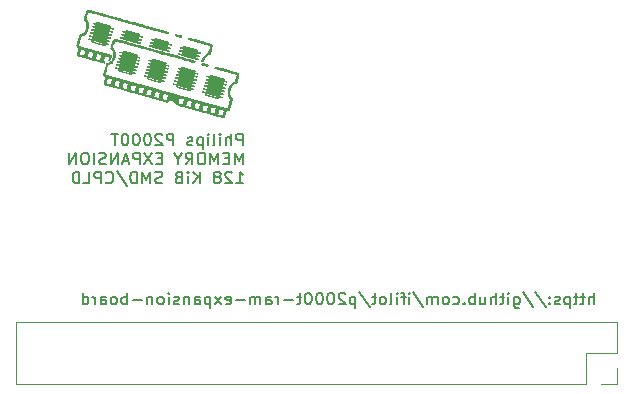
<source format=gbr>
%TF.GenerationSoftware,KiCad,Pcbnew,9.0.0*%
%TF.CreationDate,2025-03-29T21:15:17+01:00*%
%TF.ProjectId,p2000t-ram-expansion-board-128kb-smd-cpld,70323030-3074-42d7-9261-6d2d65787061,4*%
%TF.SameCoordinates,Original*%
%TF.FileFunction,Legend,Bot*%
%TF.FilePolarity,Positive*%
%FSLAX46Y46*%
G04 Gerber Fmt 4.6, Leading zero omitted, Abs format (unit mm)*
G04 Created by KiCad (PCBNEW 9.0.0) date 2025-03-29 21:15:17*
%MOMM*%
%LPD*%
G01*
G04 APERTURE LIST*
%ADD10C,0.150000*%
%ADD11C,0.000000*%
%ADD12C,0.120000*%
G04 APERTURE END LIST*
D10*
X98413220Y-75119819D02*
X98413220Y-74119819D01*
X97984649Y-75119819D02*
X97984649Y-74596009D01*
X97984649Y-74596009D02*
X98032268Y-74500771D01*
X98032268Y-74500771D02*
X98127506Y-74453152D01*
X98127506Y-74453152D02*
X98270363Y-74453152D01*
X98270363Y-74453152D02*
X98365601Y-74500771D01*
X98365601Y-74500771D02*
X98413220Y-74548390D01*
X97651315Y-74453152D02*
X97270363Y-74453152D01*
X97508458Y-74119819D02*
X97508458Y-74976961D01*
X97508458Y-74976961D02*
X97460839Y-75072200D01*
X97460839Y-75072200D02*
X97365601Y-75119819D01*
X97365601Y-75119819D02*
X97270363Y-75119819D01*
X97079886Y-74453152D02*
X96698934Y-74453152D01*
X96937029Y-74119819D02*
X96937029Y-74976961D01*
X96937029Y-74976961D02*
X96889410Y-75072200D01*
X96889410Y-75072200D02*
X96794172Y-75119819D01*
X96794172Y-75119819D02*
X96698934Y-75119819D01*
X96365600Y-74453152D02*
X96365600Y-75453152D01*
X96365600Y-74500771D02*
X96270362Y-74453152D01*
X96270362Y-74453152D02*
X96079886Y-74453152D01*
X96079886Y-74453152D02*
X95984648Y-74500771D01*
X95984648Y-74500771D02*
X95937029Y-74548390D01*
X95937029Y-74548390D02*
X95889410Y-74643628D01*
X95889410Y-74643628D02*
X95889410Y-74929342D01*
X95889410Y-74929342D02*
X95937029Y-75024580D01*
X95937029Y-75024580D02*
X95984648Y-75072200D01*
X95984648Y-75072200D02*
X96079886Y-75119819D01*
X96079886Y-75119819D02*
X96270362Y-75119819D01*
X96270362Y-75119819D02*
X96365600Y-75072200D01*
X95508457Y-75072200D02*
X95413219Y-75119819D01*
X95413219Y-75119819D02*
X95222743Y-75119819D01*
X95222743Y-75119819D02*
X95127505Y-75072200D01*
X95127505Y-75072200D02*
X95079886Y-74976961D01*
X95079886Y-74976961D02*
X95079886Y-74929342D01*
X95079886Y-74929342D02*
X95127505Y-74834104D01*
X95127505Y-74834104D02*
X95222743Y-74786485D01*
X95222743Y-74786485D02*
X95365600Y-74786485D01*
X95365600Y-74786485D02*
X95460838Y-74738866D01*
X95460838Y-74738866D02*
X95508457Y-74643628D01*
X95508457Y-74643628D02*
X95508457Y-74596009D01*
X95508457Y-74596009D02*
X95460838Y-74500771D01*
X95460838Y-74500771D02*
X95365600Y-74453152D01*
X95365600Y-74453152D02*
X95222743Y-74453152D01*
X95222743Y-74453152D02*
X95127505Y-74500771D01*
X94651314Y-75024580D02*
X94603695Y-75072200D01*
X94603695Y-75072200D02*
X94651314Y-75119819D01*
X94651314Y-75119819D02*
X94698933Y-75072200D01*
X94698933Y-75072200D02*
X94651314Y-75024580D01*
X94651314Y-75024580D02*
X94651314Y-75119819D01*
X94651314Y-74500771D02*
X94603695Y-74548390D01*
X94603695Y-74548390D02*
X94651314Y-74596009D01*
X94651314Y-74596009D02*
X94698933Y-74548390D01*
X94698933Y-74548390D02*
X94651314Y-74500771D01*
X94651314Y-74500771D02*
X94651314Y-74596009D01*
X93460839Y-74072200D02*
X94317981Y-75357914D01*
X92413220Y-74072200D02*
X93270362Y-75357914D01*
X91651315Y-74453152D02*
X91651315Y-75262676D01*
X91651315Y-75262676D02*
X91698934Y-75357914D01*
X91698934Y-75357914D02*
X91746553Y-75405533D01*
X91746553Y-75405533D02*
X91841791Y-75453152D01*
X91841791Y-75453152D02*
X91984648Y-75453152D01*
X91984648Y-75453152D02*
X92079886Y-75405533D01*
X91651315Y-75072200D02*
X91746553Y-75119819D01*
X91746553Y-75119819D02*
X91937029Y-75119819D01*
X91937029Y-75119819D02*
X92032267Y-75072200D01*
X92032267Y-75072200D02*
X92079886Y-75024580D01*
X92079886Y-75024580D02*
X92127505Y-74929342D01*
X92127505Y-74929342D02*
X92127505Y-74643628D01*
X92127505Y-74643628D02*
X92079886Y-74548390D01*
X92079886Y-74548390D02*
X92032267Y-74500771D01*
X92032267Y-74500771D02*
X91937029Y-74453152D01*
X91937029Y-74453152D02*
X91746553Y-74453152D01*
X91746553Y-74453152D02*
X91651315Y-74500771D01*
X91175124Y-75119819D02*
X91175124Y-74453152D01*
X91175124Y-74119819D02*
X91222743Y-74167438D01*
X91222743Y-74167438D02*
X91175124Y-74215057D01*
X91175124Y-74215057D02*
X91127505Y-74167438D01*
X91127505Y-74167438D02*
X91175124Y-74119819D01*
X91175124Y-74119819D02*
X91175124Y-74215057D01*
X90841791Y-74453152D02*
X90460839Y-74453152D01*
X90698934Y-74119819D02*
X90698934Y-74976961D01*
X90698934Y-74976961D02*
X90651315Y-75072200D01*
X90651315Y-75072200D02*
X90556077Y-75119819D01*
X90556077Y-75119819D02*
X90460839Y-75119819D01*
X90127505Y-75119819D02*
X90127505Y-74119819D01*
X89698934Y-75119819D02*
X89698934Y-74596009D01*
X89698934Y-74596009D02*
X89746553Y-74500771D01*
X89746553Y-74500771D02*
X89841791Y-74453152D01*
X89841791Y-74453152D02*
X89984648Y-74453152D01*
X89984648Y-74453152D02*
X90079886Y-74500771D01*
X90079886Y-74500771D02*
X90127505Y-74548390D01*
X88794172Y-74453152D02*
X88794172Y-75119819D01*
X89222743Y-74453152D02*
X89222743Y-74976961D01*
X89222743Y-74976961D02*
X89175124Y-75072200D01*
X89175124Y-75072200D02*
X89079886Y-75119819D01*
X89079886Y-75119819D02*
X88937029Y-75119819D01*
X88937029Y-75119819D02*
X88841791Y-75072200D01*
X88841791Y-75072200D02*
X88794172Y-75024580D01*
X88317981Y-75119819D02*
X88317981Y-74119819D01*
X88317981Y-74500771D02*
X88222743Y-74453152D01*
X88222743Y-74453152D02*
X88032267Y-74453152D01*
X88032267Y-74453152D02*
X87937029Y-74500771D01*
X87937029Y-74500771D02*
X87889410Y-74548390D01*
X87889410Y-74548390D02*
X87841791Y-74643628D01*
X87841791Y-74643628D02*
X87841791Y-74929342D01*
X87841791Y-74929342D02*
X87889410Y-75024580D01*
X87889410Y-75024580D02*
X87937029Y-75072200D01*
X87937029Y-75072200D02*
X88032267Y-75119819D01*
X88032267Y-75119819D02*
X88222743Y-75119819D01*
X88222743Y-75119819D02*
X88317981Y-75072200D01*
X87413219Y-75024580D02*
X87365600Y-75072200D01*
X87365600Y-75072200D02*
X87413219Y-75119819D01*
X87413219Y-75119819D02*
X87460838Y-75072200D01*
X87460838Y-75072200D02*
X87413219Y-75024580D01*
X87413219Y-75024580D02*
X87413219Y-75119819D01*
X86508458Y-75072200D02*
X86603696Y-75119819D01*
X86603696Y-75119819D02*
X86794172Y-75119819D01*
X86794172Y-75119819D02*
X86889410Y-75072200D01*
X86889410Y-75072200D02*
X86937029Y-75024580D01*
X86937029Y-75024580D02*
X86984648Y-74929342D01*
X86984648Y-74929342D02*
X86984648Y-74643628D01*
X86984648Y-74643628D02*
X86937029Y-74548390D01*
X86937029Y-74548390D02*
X86889410Y-74500771D01*
X86889410Y-74500771D02*
X86794172Y-74453152D01*
X86794172Y-74453152D02*
X86603696Y-74453152D01*
X86603696Y-74453152D02*
X86508458Y-74500771D01*
X85937029Y-75119819D02*
X86032267Y-75072200D01*
X86032267Y-75072200D02*
X86079886Y-75024580D01*
X86079886Y-75024580D02*
X86127505Y-74929342D01*
X86127505Y-74929342D02*
X86127505Y-74643628D01*
X86127505Y-74643628D02*
X86079886Y-74548390D01*
X86079886Y-74548390D02*
X86032267Y-74500771D01*
X86032267Y-74500771D02*
X85937029Y-74453152D01*
X85937029Y-74453152D02*
X85794172Y-74453152D01*
X85794172Y-74453152D02*
X85698934Y-74500771D01*
X85698934Y-74500771D02*
X85651315Y-74548390D01*
X85651315Y-74548390D02*
X85603696Y-74643628D01*
X85603696Y-74643628D02*
X85603696Y-74929342D01*
X85603696Y-74929342D02*
X85651315Y-75024580D01*
X85651315Y-75024580D02*
X85698934Y-75072200D01*
X85698934Y-75072200D02*
X85794172Y-75119819D01*
X85794172Y-75119819D02*
X85937029Y-75119819D01*
X85175124Y-75119819D02*
X85175124Y-74453152D01*
X85175124Y-74548390D02*
X85127505Y-74500771D01*
X85127505Y-74500771D02*
X85032267Y-74453152D01*
X85032267Y-74453152D02*
X84889410Y-74453152D01*
X84889410Y-74453152D02*
X84794172Y-74500771D01*
X84794172Y-74500771D02*
X84746553Y-74596009D01*
X84746553Y-74596009D02*
X84746553Y-75119819D01*
X84746553Y-74596009D02*
X84698934Y-74500771D01*
X84698934Y-74500771D02*
X84603696Y-74453152D01*
X84603696Y-74453152D02*
X84460839Y-74453152D01*
X84460839Y-74453152D02*
X84365600Y-74500771D01*
X84365600Y-74500771D02*
X84317981Y-74596009D01*
X84317981Y-74596009D02*
X84317981Y-75119819D01*
X83127506Y-74072200D02*
X83984648Y-75357914D01*
X82794172Y-75119819D02*
X82794172Y-74453152D01*
X82794172Y-74119819D02*
X82841791Y-74167438D01*
X82841791Y-74167438D02*
X82794172Y-74215057D01*
X82794172Y-74215057D02*
X82746553Y-74167438D01*
X82746553Y-74167438D02*
X82794172Y-74119819D01*
X82794172Y-74119819D02*
X82794172Y-74215057D01*
X82460839Y-74453152D02*
X82079887Y-74453152D01*
X82317982Y-75119819D02*
X82317982Y-74262676D01*
X82317982Y-74262676D02*
X82270363Y-74167438D01*
X82270363Y-74167438D02*
X82175125Y-74119819D01*
X82175125Y-74119819D02*
X82079887Y-74119819D01*
X81746553Y-75119819D02*
X81746553Y-74453152D01*
X81746553Y-74119819D02*
X81794172Y-74167438D01*
X81794172Y-74167438D02*
X81746553Y-74215057D01*
X81746553Y-74215057D02*
X81698934Y-74167438D01*
X81698934Y-74167438D02*
X81746553Y-74119819D01*
X81746553Y-74119819D02*
X81746553Y-74215057D01*
X81127506Y-75119819D02*
X81222744Y-75072200D01*
X81222744Y-75072200D02*
X81270363Y-74976961D01*
X81270363Y-74976961D02*
X81270363Y-74119819D01*
X80603696Y-75119819D02*
X80698934Y-75072200D01*
X80698934Y-75072200D02*
X80746553Y-75024580D01*
X80746553Y-75024580D02*
X80794172Y-74929342D01*
X80794172Y-74929342D02*
X80794172Y-74643628D01*
X80794172Y-74643628D02*
X80746553Y-74548390D01*
X80746553Y-74548390D02*
X80698934Y-74500771D01*
X80698934Y-74500771D02*
X80603696Y-74453152D01*
X80603696Y-74453152D02*
X80460839Y-74453152D01*
X80460839Y-74453152D02*
X80365601Y-74500771D01*
X80365601Y-74500771D02*
X80317982Y-74548390D01*
X80317982Y-74548390D02*
X80270363Y-74643628D01*
X80270363Y-74643628D02*
X80270363Y-74929342D01*
X80270363Y-74929342D02*
X80317982Y-75024580D01*
X80317982Y-75024580D02*
X80365601Y-75072200D01*
X80365601Y-75072200D02*
X80460839Y-75119819D01*
X80460839Y-75119819D02*
X80603696Y-75119819D01*
X79984648Y-74453152D02*
X79603696Y-74453152D01*
X79841791Y-74119819D02*
X79841791Y-74976961D01*
X79841791Y-74976961D02*
X79794172Y-75072200D01*
X79794172Y-75072200D02*
X79698934Y-75119819D01*
X79698934Y-75119819D02*
X79603696Y-75119819D01*
X78556077Y-74072200D02*
X79413219Y-75357914D01*
X78222743Y-74453152D02*
X78222743Y-75453152D01*
X78222743Y-74500771D02*
X78127505Y-74453152D01*
X78127505Y-74453152D02*
X77937029Y-74453152D01*
X77937029Y-74453152D02*
X77841791Y-74500771D01*
X77841791Y-74500771D02*
X77794172Y-74548390D01*
X77794172Y-74548390D02*
X77746553Y-74643628D01*
X77746553Y-74643628D02*
X77746553Y-74929342D01*
X77746553Y-74929342D02*
X77794172Y-75024580D01*
X77794172Y-75024580D02*
X77841791Y-75072200D01*
X77841791Y-75072200D02*
X77937029Y-75119819D01*
X77937029Y-75119819D02*
X78127505Y-75119819D01*
X78127505Y-75119819D02*
X78222743Y-75072200D01*
X77365600Y-74215057D02*
X77317981Y-74167438D01*
X77317981Y-74167438D02*
X77222743Y-74119819D01*
X77222743Y-74119819D02*
X76984648Y-74119819D01*
X76984648Y-74119819D02*
X76889410Y-74167438D01*
X76889410Y-74167438D02*
X76841791Y-74215057D01*
X76841791Y-74215057D02*
X76794172Y-74310295D01*
X76794172Y-74310295D02*
X76794172Y-74405533D01*
X76794172Y-74405533D02*
X76841791Y-74548390D01*
X76841791Y-74548390D02*
X77413219Y-75119819D01*
X77413219Y-75119819D02*
X76794172Y-75119819D01*
X76175124Y-74119819D02*
X76079886Y-74119819D01*
X76079886Y-74119819D02*
X75984648Y-74167438D01*
X75984648Y-74167438D02*
X75937029Y-74215057D01*
X75937029Y-74215057D02*
X75889410Y-74310295D01*
X75889410Y-74310295D02*
X75841791Y-74500771D01*
X75841791Y-74500771D02*
X75841791Y-74738866D01*
X75841791Y-74738866D02*
X75889410Y-74929342D01*
X75889410Y-74929342D02*
X75937029Y-75024580D01*
X75937029Y-75024580D02*
X75984648Y-75072200D01*
X75984648Y-75072200D02*
X76079886Y-75119819D01*
X76079886Y-75119819D02*
X76175124Y-75119819D01*
X76175124Y-75119819D02*
X76270362Y-75072200D01*
X76270362Y-75072200D02*
X76317981Y-75024580D01*
X76317981Y-75024580D02*
X76365600Y-74929342D01*
X76365600Y-74929342D02*
X76413219Y-74738866D01*
X76413219Y-74738866D02*
X76413219Y-74500771D01*
X76413219Y-74500771D02*
X76365600Y-74310295D01*
X76365600Y-74310295D02*
X76317981Y-74215057D01*
X76317981Y-74215057D02*
X76270362Y-74167438D01*
X76270362Y-74167438D02*
X76175124Y-74119819D01*
X75222743Y-74119819D02*
X75127505Y-74119819D01*
X75127505Y-74119819D02*
X75032267Y-74167438D01*
X75032267Y-74167438D02*
X74984648Y-74215057D01*
X74984648Y-74215057D02*
X74937029Y-74310295D01*
X74937029Y-74310295D02*
X74889410Y-74500771D01*
X74889410Y-74500771D02*
X74889410Y-74738866D01*
X74889410Y-74738866D02*
X74937029Y-74929342D01*
X74937029Y-74929342D02*
X74984648Y-75024580D01*
X74984648Y-75024580D02*
X75032267Y-75072200D01*
X75032267Y-75072200D02*
X75127505Y-75119819D01*
X75127505Y-75119819D02*
X75222743Y-75119819D01*
X75222743Y-75119819D02*
X75317981Y-75072200D01*
X75317981Y-75072200D02*
X75365600Y-75024580D01*
X75365600Y-75024580D02*
X75413219Y-74929342D01*
X75413219Y-74929342D02*
X75460838Y-74738866D01*
X75460838Y-74738866D02*
X75460838Y-74500771D01*
X75460838Y-74500771D02*
X75413219Y-74310295D01*
X75413219Y-74310295D02*
X75365600Y-74215057D01*
X75365600Y-74215057D02*
X75317981Y-74167438D01*
X75317981Y-74167438D02*
X75222743Y-74119819D01*
X74270362Y-74119819D02*
X74175124Y-74119819D01*
X74175124Y-74119819D02*
X74079886Y-74167438D01*
X74079886Y-74167438D02*
X74032267Y-74215057D01*
X74032267Y-74215057D02*
X73984648Y-74310295D01*
X73984648Y-74310295D02*
X73937029Y-74500771D01*
X73937029Y-74500771D02*
X73937029Y-74738866D01*
X73937029Y-74738866D02*
X73984648Y-74929342D01*
X73984648Y-74929342D02*
X74032267Y-75024580D01*
X74032267Y-75024580D02*
X74079886Y-75072200D01*
X74079886Y-75072200D02*
X74175124Y-75119819D01*
X74175124Y-75119819D02*
X74270362Y-75119819D01*
X74270362Y-75119819D02*
X74365600Y-75072200D01*
X74365600Y-75072200D02*
X74413219Y-75024580D01*
X74413219Y-75024580D02*
X74460838Y-74929342D01*
X74460838Y-74929342D02*
X74508457Y-74738866D01*
X74508457Y-74738866D02*
X74508457Y-74500771D01*
X74508457Y-74500771D02*
X74460838Y-74310295D01*
X74460838Y-74310295D02*
X74413219Y-74215057D01*
X74413219Y-74215057D02*
X74365600Y-74167438D01*
X74365600Y-74167438D02*
X74270362Y-74119819D01*
X73651314Y-74453152D02*
X73270362Y-74453152D01*
X73508457Y-74119819D02*
X73508457Y-74976961D01*
X73508457Y-74976961D02*
X73460838Y-75072200D01*
X73460838Y-75072200D02*
X73365600Y-75119819D01*
X73365600Y-75119819D02*
X73270362Y-75119819D01*
X72937028Y-74738866D02*
X72175124Y-74738866D01*
X71698933Y-75119819D02*
X71698933Y-74453152D01*
X71698933Y-74643628D02*
X71651314Y-74548390D01*
X71651314Y-74548390D02*
X71603695Y-74500771D01*
X71603695Y-74500771D02*
X71508457Y-74453152D01*
X71508457Y-74453152D02*
X71413219Y-74453152D01*
X70651314Y-75119819D02*
X70651314Y-74596009D01*
X70651314Y-74596009D02*
X70698933Y-74500771D01*
X70698933Y-74500771D02*
X70794171Y-74453152D01*
X70794171Y-74453152D02*
X70984647Y-74453152D01*
X70984647Y-74453152D02*
X71079885Y-74500771D01*
X70651314Y-75072200D02*
X70746552Y-75119819D01*
X70746552Y-75119819D02*
X70984647Y-75119819D01*
X70984647Y-75119819D02*
X71079885Y-75072200D01*
X71079885Y-75072200D02*
X71127504Y-74976961D01*
X71127504Y-74976961D02*
X71127504Y-74881723D01*
X71127504Y-74881723D02*
X71079885Y-74786485D01*
X71079885Y-74786485D02*
X70984647Y-74738866D01*
X70984647Y-74738866D02*
X70746552Y-74738866D01*
X70746552Y-74738866D02*
X70651314Y-74691247D01*
X70175123Y-75119819D02*
X70175123Y-74453152D01*
X70175123Y-74548390D02*
X70127504Y-74500771D01*
X70127504Y-74500771D02*
X70032266Y-74453152D01*
X70032266Y-74453152D02*
X69889409Y-74453152D01*
X69889409Y-74453152D02*
X69794171Y-74500771D01*
X69794171Y-74500771D02*
X69746552Y-74596009D01*
X69746552Y-74596009D02*
X69746552Y-75119819D01*
X69746552Y-74596009D02*
X69698933Y-74500771D01*
X69698933Y-74500771D02*
X69603695Y-74453152D01*
X69603695Y-74453152D02*
X69460838Y-74453152D01*
X69460838Y-74453152D02*
X69365599Y-74500771D01*
X69365599Y-74500771D02*
X69317980Y-74596009D01*
X69317980Y-74596009D02*
X69317980Y-75119819D01*
X68841790Y-74738866D02*
X68079886Y-74738866D01*
X67222743Y-75072200D02*
X67317981Y-75119819D01*
X67317981Y-75119819D02*
X67508457Y-75119819D01*
X67508457Y-75119819D02*
X67603695Y-75072200D01*
X67603695Y-75072200D02*
X67651314Y-74976961D01*
X67651314Y-74976961D02*
X67651314Y-74596009D01*
X67651314Y-74596009D02*
X67603695Y-74500771D01*
X67603695Y-74500771D02*
X67508457Y-74453152D01*
X67508457Y-74453152D02*
X67317981Y-74453152D01*
X67317981Y-74453152D02*
X67222743Y-74500771D01*
X67222743Y-74500771D02*
X67175124Y-74596009D01*
X67175124Y-74596009D02*
X67175124Y-74691247D01*
X67175124Y-74691247D02*
X67651314Y-74786485D01*
X66841790Y-75119819D02*
X66317981Y-74453152D01*
X66841790Y-74453152D02*
X66317981Y-75119819D01*
X65937028Y-74453152D02*
X65937028Y-75453152D01*
X65937028Y-74500771D02*
X65841790Y-74453152D01*
X65841790Y-74453152D02*
X65651314Y-74453152D01*
X65651314Y-74453152D02*
X65556076Y-74500771D01*
X65556076Y-74500771D02*
X65508457Y-74548390D01*
X65508457Y-74548390D02*
X65460838Y-74643628D01*
X65460838Y-74643628D02*
X65460838Y-74929342D01*
X65460838Y-74929342D02*
X65508457Y-75024580D01*
X65508457Y-75024580D02*
X65556076Y-75072200D01*
X65556076Y-75072200D02*
X65651314Y-75119819D01*
X65651314Y-75119819D02*
X65841790Y-75119819D01*
X65841790Y-75119819D02*
X65937028Y-75072200D01*
X64603695Y-75119819D02*
X64603695Y-74596009D01*
X64603695Y-74596009D02*
X64651314Y-74500771D01*
X64651314Y-74500771D02*
X64746552Y-74453152D01*
X64746552Y-74453152D02*
X64937028Y-74453152D01*
X64937028Y-74453152D02*
X65032266Y-74500771D01*
X64603695Y-75072200D02*
X64698933Y-75119819D01*
X64698933Y-75119819D02*
X64937028Y-75119819D01*
X64937028Y-75119819D02*
X65032266Y-75072200D01*
X65032266Y-75072200D02*
X65079885Y-74976961D01*
X65079885Y-74976961D02*
X65079885Y-74881723D01*
X65079885Y-74881723D02*
X65032266Y-74786485D01*
X65032266Y-74786485D02*
X64937028Y-74738866D01*
X64937028Y-74738866D02*
X64698933Y-74738866D01*
X64698933Y-74738866D02*
X64603695Y-74691247D01*
X64127504Y-74453152D02*
X64127504Y-75119819D01*
X64127504Y-74548390D02*
X64079885Y-74500771D01*
X64079885Y-74500771D02*
X63984647Y-74453152D01*
X63984647Y-74453152D02*
X63841790Y-74453152D01*
X63841790Y-74453152D02*
X63746552Y-74500771D01*
X63746552Y-74500771D02*
X63698933Y-74596009D01*
X63698933Y-74596009D02*
X63698933Y-75119819D01*
X63270361Y-75072200D02*
X63175123Y-75119819D01*
X63175123Y-75119819D02*
X62984647Y-75119819D01*
X62984647Y-75119819D02*
X62889409Y-75072200D01*
X62889409Y-75072200D02*
X62841790Y-74976961D01*
X62841790Y-74976961D02*
X62841790Y-74929342D01*
X62841790Y-74929342D02*
X62889409Y-74834104D01*
X62889409Y-74834104D02*
X62984647Y-74786485D01*
X62984647Y-74786485D02*
X63127504Y-74786485D01*
X63127504Y-74786485D02*
X63222742Y-74738866D01*
X63222742Y-74738866D02*
X63270361Y-74643628D01*
X63270361Y-74643628D02*
X63270361Y-74596009D01*
X63270361Y-74596009D02*
X63222742Y-74500771D01*
X63222742Y-74500771D02*
X63127504Y-74453152D01*
X63127504Y-74453152D02*
X62984647Y-74453152D01*
X62984647Y-74453152D02*
X62889409Y-74500771D01*
X62413218Y-75119819D02*
X62413218Y-74453152D01*
X62413218Y-74119819D02*
X62460837Y-74167438D01*
X62460837Y-74167438D02*
X62413218Y-74215057D01*
X62413218Y-74215057D02*
X62365599Y-74167438D01*
X62365599Y-74167438D02*
X62413218Y-74119819D01*
X62413218Y-74119819D02*
X62413218Y-74215057D01*
X61794171Y-75119819D02*
X61889409Y-75072200D01*
X61889409Y-75072200D02*
X61937028Y-75024580D01*
X61937028Y-75024580D02*
X61984647Y-74929342D01*
X61984647Y-74929342D02*
X61984647Y-74643628D01*
X61984647Y-74643628D02*
X61937028Y-74548390D01*
X61937028Y-74548390D02*
X61889409Y-74500771D01*
X61889409Y-74500771D02*
X61794171Y-74453152D01*
X61794171Y-74453152D02*
X61651314Y-74453152D01*
X61651314Y-74453152D02*
X61556076Y-74500771D01*
X61556076Y-74500771D02*
X61508457Y-74548390D01*
X61508457Y-74548390D02*
X61460838Y-74643628D01*
X61460838Y-74643628D02*
X61460838Y-74929342D01*
X61460838Y-74929342D02*
X61508457Y-75024580D01*
X61508457Y-75024580D02*
X61556076Y-75072200D01*
X61556076Y-75072200D02*
X61651314Y-75119819D01*
X61651314Y-75119819D02*
X61794171Y-75119819D01*
X61032266Y-74453152D02*
X61032266Y-75119819D01*
X61032266Y-74548390D02*
X60984647Y-74500771D01*
X60984647Y-74500771D02*
X60889409Y-74453152D01*
X60889409Y-74453152D02*
X60746552Y-74453152D01*
X60746552Y-74453152D02*
X60651314Y-74500771D01*
X60651314Y-74500771D02*
X60603695Y-74596009D01*
X60603695Y-74596009D02*
X60603695Y-75119819D01*
X60127504Y-74738866D02*
X59365600Y-74738866D01*
X58889409Y-75119819D02*
X58889409Y-74119819D01*
X58889409Y-74500771D02*
X58794171Y-74453152D01*
X58794171Y-74453152D02*
X58603695Y-74453152D01*
X58603695Y-74453152D02*
X58508457Y-74500771D01*
X58508457Y-74500771D02*
X58460838Y-74548390D01*
X58460838Y-74548390D02*
X58413219Y-74643628D01*
X58413219Y-74643628D02*
X58413219Y-74929342D01*
X58413219Y-74929342D02*
X58460838Y-75024580D01*
X58460838Y-75024580D02*
X58508457Y-75072200D01*
X58508457Y-75072200D02*
X58603695Y-75119819D01*
X58603695Y-75119819D02*
X58794171Y-75119819D01*
X58794171Y-75119819D02*
X58889409Y-75072200D01*
X57841790Y-75119819D02*
X57937028Y-75072200D01*
X57937028Y-75072200D02*
X57984647Y-75024580D01*
X57984647Y-75024580D02*
X58032266Y-74929342D01*
X58032266Y-74929342D02*
X58032266Y-74643628D01*
X58032266Y-74643628D02*
X57984647Y-74548390D01*
X57984647Y-74548390D02*
X57937028Y-74500771D01*
X57937028Y-74500771D02*
X57841790Y-74453152D01*
X57841790Y-74453152D02*
X57698933Y-74453152D01*
X57698933Y-74453152D02*
X57603695Y-74500771D01*
X57603695Y-74500771D02*
X57556076Y-74548390D01*
X57556076Y-74548390D02*
X57508457Y-74643628D01*
X57508457Y-74643628D02*
X57508457Y-74929342D01*
X57508457Y-74929342D02*
X57556076Y-75024580D01*
X57556076Y-75024580D02*
X57603695Y-75072200D01*
X57603695Y-75072200D02*
X57698933Y-75119819D01*
X57698933Y-75119819D02*
X57841790Y-75119819D01*
X56651314Y-75119819D02*
X56651314Y-74596009D01*
X56651314Y-74596009D02*
X56698933Y-74500771D01*
X56698933Y-74500771D02*
X56794171Y-74453152D01*
X56794171Y-74453152D02*
X56984647Y-74453152D01*
X56984647Y-74453152D02*
X57079885Y-74500771D01*
X56651314Y-75072200D02*
X56746552Y-75119819D01*
X56746552Y-75119819D02*
X56984647Y-75119819D01*
X56984647Y-75119819D02*
X57079885Y-75072200D01*
X57079885Y-75072200D02*
X57127504Y-74976961D01*
X57127504Y-74976961D02*
X57127504Y-74881723D01*
X57127504Y-74881723D02*
X57079885Y-74786485D01*
X57079885Y-74786485D02*
X56984647Y-74738866D01*
X56984647Y-74738866D02*
X56746552Y-74738866D01*
X56746552Y-74738866D02*
X56651314Y-74691247D01*
X56175123Y-75119819D02*
X56175123Y-74453152D01*
X56175123Y-74643628D02*
X56127504Y-74548390D01*
X56127504Y-74548390D02*
X56079885Y-74500771D01*
X56079885Y-74500771D02*
X55984647Y-74453152D01*
X55984647Y-74453152D02*
X55889409Y-74453152D01*
X55127504Y-75119819D02*
X55127504Y-74119819D01*
X55127504Y-75072200D02*
X55222742Y-75119819D01*
X55222742Y-75119819D02*
X55413218Y-75119819D01*
X55413218Y-75119819D02*
X55508456Y-75072200D01*
X55508456Y-75072200D02*
X55556075Y-75024580D01*
X55556075Y-75024580D02*
X55603694Y-74929342D01*
X55603694Y-74929342D02*
X55603694Y-74643628D01*
X55603694Y-74643628D02*
X55556075Y-74548390D01*
X55556075Y-74548390D02*
X55508456Y-74500771D01*
X55508456Y-74500771D02*
X55413218Y-74453152D01*
X55413218Y-74453152D02*
X55222742Y-74453152D01*
X55222742Y-74453152D02*
X55127504Y-74500771D01*
X68663220Y-61649931D02*
X68663220Y-60649931D01*
X68663220Y-60649931D02*
X68282268Y-60649931D01*
X68282268Y-60649931D02*
X68187030Y-60697550D01*
X68187030Y-60697550D02*
X68139411Y-60745169D01*
X68139411Y-60745169D02*
X68091792Y-60840407D01*
X68091792Y-60840407D02*
X68091792Y-60983264D01*
X68091792Y-60983264D02*
X68139411Y-61078502D01*
X68139411Y-61078502D02*
X68187030Y-61126121D01*
X68187030Y-61126121D02*
X68282268Y-61173740D01*
X68282268Y-61173740D02*
X68663220Y-61173740D01*
X67663220Y-61649931D02*
X67663220Y-60649931D01*
X67234649Y-61649931D02*
X67234649Y-61126121D01*
X67234649Y-61126121D02*
X67282268Y-61030883D01*
X67282268Y-61030883D02*
X67377506Y-60983264D01*
X67377506Y-60983264D02*
X67520363Y-60983264D01*
X67520363Y-60983264D02*
X67615601Y-61030883D01*
X67615601Y-61030883D02*
X67663220Y-61078502D01*
X66758458Y-61649931D02*
X66758458Y-60983264D01*
X66758458Y-60649931D02*
X66806077Y-60697550D01*
X66806077Y-60697550D02*
X66758458Y-60745169D01*
X66758458Y-60745169D02*
X66710839Y-60697550D01*
X66710839Y-60697550D02*
X66758458Y-60649931D01*
X66758458Y-60649931D02*
X66758458Y-60745169D01*
X66139411Y-61649931D02*
X66234649Y-61602312D01*
X66234649Y-61602312D02*
X66282268Y-61507073D01*
X66282268Y-61507073D02*
X66282268Y-60649931D01*
X65758458Y-61649931D02*
X65758458Y-60983264D01*
X65758458Y-60649931D02*
X65806077Y-60697550D01*
X65806077Y-60697550D02*
X65758458Y-60745169D01*
X65758458Y-60745169D02*
X65710839Y-60697550D01*
X65710839Y-60697550D02*
X65758458Y-60649931D01*
X65758458Y-60649931D02*
X65758458Y-60745169D01*
X65282268Y-60983264D02*
X65282268Y-61983264D01*
X65282268Y-61030883D02*
X65187030Y-60983264D01*
X65187030Y-60983264D02*
X64996554Y-60983264D01*
X64996554Y-60983264D02*
X64901316Y-61030883D01*
X64901316Y-61030883D02*
X64853697Y-61078502D01*
X64853697Y-61078502D02*
X64806078Y-61173740D01*
X64806078Y-61173740D02*
X64806078Y-61459454D01*
X64806078Y-61459454D02*
X64853697Y-61554692D01*
X64853697Y-61554692D02*
X64901316Y-61602312D01*
X64901316Y-61602312D02*
X64996554Y-61649931D01*
X64996554Y-61649931D02*
X65187030Y-61649931D01*
X65187030Y-61649931D02*
X65282268Y-61602312D01*
X64425125Y-61602312D02*
X64329887Y-61649931D01*
X64329887Y-61649931D02*
X64139411Y-61649931D01*
X64139411Y-61649931D02*
X64044173Y-61602312D01*
X64044173Y-61602312D02*
X63996554Y-61507073D01*
X63996554Y-61507073D02*
X63996554Y-61459454D01*
X63996554Y-61459454D02*
X64044173Y-61364216D01*
X64044173Y-61364216D02*
X64139411Y-61316597D01*
X64139411Y-61316597D02*
X64282268Y-61316597D01*
X64282268Y-61316597D02*
X64377506Y-61268978D01*
X64377506Y-61268978D02*
X64425125Y-61173740D01*
X64425125Y-61173740D02*
X64425125Y-61126121D01*
X64425125Y-61126121D02*
X64377506Y-61030883D01*
X64377506Y-61030883D02*
X64282268Y-60983264D01*
X64282268Y-60983264D02*
X64139411Y-60983264D01*
X64139411Y-60983264D02*
X64044173Y-61030883D01*
X62806077Y-61649931D02*
X62806077Y-60649931D01*
X62806077Y-60649931D02*
X62425125Y-60649931D01*
X62425125Y-60649931D02*
X62329887Y-60697550D01*
X62329887Y-60697550D02*
X62282268Y-60745169D01*
X62282268Y-60745169D02*
X62234649Y-60840407D01*
X62234649Y-60840407D02*
X62234649Y-60983264D01*
X62234649Y-60983264D02*
X62282268Y-61078502D01*
X62282268Y-61078502D02*
X62329887Y-61126121D01*
X62329887Y-61126121D02*
X62425125Y-61173740D01*
X62425125Y-61173740D02*
X62806077Y-61173740D01*
X61853696Y-60745169D02*
X61806077Y-60697550D01*
X61806077Y-60697550D02*
X61710839Y-60649931D01*
X61710839Y-60649931D02*
X61472744Y-60649931D01*
X61472744Y-60649931D02*
X61377506Y-60697550D01*
X61377506Y-60697550D02*
X61329887Y-60745169D01*
X61329887Y-60745169D02*
X61282268Y-60840407D01*
X61282268Y-60840407D02*
X61282268Y-60935645D01*
X61282268Y-60935645D02*
X61329887Y-61078502D01*
X61329887Y-61078502D02*
X61901315Y-61649931D01*
X61901315Y-61649931D02*
X61282268Y-61649931D01*
X60663220Y-60649931D02*
X60567982Y-60649931D01*
X60567982Y-60649931D02*
X60472744Y-60697550D01*
X60472744Y-60697550D02*
X60425125Y-60745169D01*
X60425125Y-60745169D02*
X60377506Y-60840407D01*
X60377506Y-60840407D02*
X60329887Y-61030883D01*
X60329887Y-61030883D02*
X60329887Y-61268978D01*
X60329887Y-61268978D02*
X60377506Y-61459454D01*
X60377506Y-61459454D02*
X60425125Y-61554692D01*
X60425125Y-61554692D02*
X60472744Y-61602312D01*
X60472744Y-61602312D02*
X60567982Y-61649931D01*
X60567982Y-61649931D02*
X60663220Y-61649931D01*
X60663220Y-61649931D02*
X60758458Y-61602312D01*
X60758458Y-61602312D02*
X60806077Y-61554692D01*
X60806077Y-61554692D02*
X60853696Y-61459454D01*
X60853696Y-61459454D02*
X60901315Y-61268978D01*
X60901315Y-61268978D02*
X60901315Y-61030883D01*
X60901315Y-61030883D02*
X60853696Y-60840407D01*
X60853696Y-60840407D02*
X60806077Y-60745169D01*
X60806077Y-60745169D02*
X60758458Y-60697550D01*
X60758458Y-60697550D02*
X60663220Y-60649931D01*
X59710839Y-60649931D02*
X59615601Y-60649931D01*
X59615601Y-60649931D02*
X59520363Y-60697550D01*
X59520363Y-60697550D02*
X59472744Y-60745169D01*
X59472744Y-60745169D02*
X59425125Y-60840407D01*
X59425125Y-60840407D02*
X59377506Y-61030883D01*
X59377506Y-61030883D02*
X59377506Y-61268978D01*
X59377506Y-61268978D02*
X59425125Y-61459454D01*
X59425125Y-61459454D02*
X59472744Y-61554692D01*
X59472744Y-61554692D02*
X59520363Y-61602312D01*
X59520363Y-61602312D02*
X59615601Y-61649931D01*
X59615601Y-61649931D02*
X59710839Y-61649931D01*
X59710839Y-61649931D02*
X59806077Y-61602312D01*
X59806077Y-61602312D02*
X59853696Y-61554692D01*
X59853696Y-61554692D02*
X59901315Y-61459454D01*
X59901315Y-61459454D02*
X59948934Y-61268978D01*
X59948934Y-61268978D02*
X59948934Y-61030883D01*
X59948934Y-61030883D02*
X59901315Y-60840407D01*
X59901315Y-60840407D02*
X59853696Y-60745169D01*
X59853696Y-60745169D02*
X59806077Y-60697550D01*
X59806077Y-60697550D02*
X59710839Y-60649931D01*
X58758458Y-60649931D02*
X58663220Y-60649931D01*
X58663220Y-60649931D02*
X58567982Y-60697550D01*
X58567982Y-60697550D02*
X58520363Y-60745169D01*
X58520363Y-60745169D02*
X58472744Y-60840407D01*
X58472744Y-60840407D02*
X58425125Y-61030883D01*
X58425125Y-61030883D02*
X58425125Y-61268978D01*
X58425125Y-61268978D02*
X58472744Y-61459454D01*
X58472744Y-61459454D02*
X58520363Y-61554692D01*
X58520363Y-61554692D02*
X58567982Y-61602312D01*
X58567982Y-61602312D02*
X58663220Y-61649931D01*
X58663220Y-61649931D02*
X58758458Y-61649931D01*
X58758458Y-61649931D02*
X58853696Y-61602312D01*
X58853696Y-61602312D02*
X58901315Y-61554692D01*
X58901315Y-61554692D02*
X58948934Y-61459454D01*
X58948934Y-61459454D02*
X58996553Y-61268978D01*
X58996553Y-61268978D02*
X58996553Y-61030883D01*
X58996553Y-61030883D02*
X58948934Y-60840407D01*
X58948934Y-60840407D02*
X58901315Y-60745169D01*
X58901315Y-60745169D02*
X58853696Y-60697550D01*
X58853696Y-60697550D02*
X58758458Y-60649931D01*
X58139410Y-60649931D02*
X57567982Y-60649931D01*
X57853696Y-61649931D02*
X57853696Y-60649931D01*
X68663220Y-63259875D02*
X68663220Y-62259875D01*
X68663220Y-62259875D02*
X68329887Y-62974160D01*
X68329887Y-62974160D02*
X67996554Y-62259875D01*
X67996554Y-62259875D02*
X67996554Y-63259875D01*
X67520363Y-62736065D02*
X67187030Y-62736065D01*
X67044173Y-63259875D02*
X67520363Y-63259875D01*
X67520363Y-63259875D02*
X67520363Y-62259875D01*
X67520363Y-62259875D02*
X67044173Y-62259875D01*
X66615601Y-63259875D02*
X66615601Y-62259875D01*
X66615601Y-62259875D02*
X66282268Y-62974160D01*
X66282268Y-62974160D02*
X65948935Y-62259875D01*
X65948935Y-62259875D02*
X65948935Y-63259875D01*
X65282268Y-62259875D02*
X65091792Y-62259875D01*
X65091792Y-62259875D02*
X64996554Y-62307494D01*
X64996554Y-62307494D02*
X64901316Y-62402732D01*
X64901316Y-62402732D02*
X64853697Y-62593208D01*
X64853697Y-62593208D02*
X64853697Y-62926541D01*
X64853697Y-62926541D02*
X64901316Y-63117017D01*
X64901316Y-63117017D02*
X64996554Y-63212256D01*
X64996554Y-63212256D02*
X65091792Y-63259875D01*
X65091792Y-63259875D02*
X65282268Y-63259875D01*
X65282268Y-63259875D02*
X65377506Y-63212256D01*
X65377506Y-63212256D02*
X65472744Y-63117017D01*
X65472744Y-63117017D02*
X65520363Y-62926541D01*
X65520363Y-62926541D02*
X65520363Y-62593208D01*
X65520363Y-62593208D02*
X65472744Y-62402732D01*
X65472744Y-62402732D02*
X65377506Y-62307494D01*
X65377506Y-62307494D02*
X65282268Y-62259875D01*
X63853697Y-63259875D02*
X64187030Y-62783684D01*
X64425125Y-63259875D02*
X64425125Y-62259875D01*
X64425125Y-62259875D02*
X64044173Y-62259875D01*
X64044173Y-62259875D02*
X63948935Y-62307494D01*
X63948935Y-62307494D02*
X63901316Y-62355113D01*
X63901316Y-62355113D02*
X63853697Y-62450351D01*
X63853697Y-62450351D02*
X63853697Y-62593208D01*
X63853697Y-62593208D02*
X63901316Y-62688446D01*
X63901316Y-62688446D02*
X63948935Y-62736065D01*
X63948935Y-62736065D02*
X64044173Y-62783684D01*
X64044173Y-62783684D02*
X64425125Y-62783684D01*
X63234649Y-62783684D02*
X63234649Y-63259875D01*
X63567982Y-62259875D02*
X63234649Y-62783684D01*
X63234649Y-62783684D02*
X62901316Y-62259875D01*
X61806077Y-62736065D02*
X61472744Y-62736065D01*
X61329887Y-63259875D02*
X61806077Y-63259875D01*
X61806077Y-63259875D02*
X61806077Y-62259875D01*
X61806077Y-62259875D02*
X61329887Y-62259875D01*
X60996553Y-62259875D02*
X60329887Y-63259875D01*
X60329887Y-62259875D02*
X60996553Y-63259875D01*
X59948934Y-63259875D02*
X59948934Y-62259875D01*
X59948934Y-62259875D02*
X59567982Y-62259875D01*
X59567982Y-62259875D02*
X59472744Y-62307494D01*
X59472744Y-62307494D02*
X59425125Y-62355113D01*
X59425125Y-62355113D02*
X59377506Y-62450351D01*
X59377506Y-62450351D02*
X59377506Y-62593208D01*
X59377506Y-62593208D02*
X59425125Y-62688446D01*
X59425125Y-62688446D02*
X59472744Y-62736065D01*
X59472744Y-62736065D02*
X59567982Y-62783684D01*
X59567982Y-62783684D02*
X59948934Y-62783684D01*
X58996553Y-62974160D02*
X58520363Y-62974160D01*
X59091791Y-63259875D02*
X58758458Y-62259875D01*
X58758458Y-62259875D02*
X58425125Y-63259875D01*
X58091791Y-63259875D02*
X58091791Y-62259875D01*
X58091791Y-62259875D02*
X57520363Y-63259875D01*
X57520363Y-63259875D02*
X57520363Y-62259875D01*
X57091791Y-63212256D02*
X56948934Y-63259875D01*
X56948934Y-63259875D02*
X56710839Y-63259875D01*
X56710839Y-63259875D02*
X56615601Y-63212256D01*
X56615601Y-63212256D02*
X56567982Y-63164636D01*
X56567982Y-63164636D02*
X56520363Y-63069398D01*
X56520363Y-63069398D02*
X56520363Y-62974160D01*
X56520363Y-62974160D02*
X56567982Y-62878922D01*
X56567982Y-62878922D02*
X56615601Y-62831303D01*
X56615601Y-62831303D02*
X56710839Y-62783684D01*
X56710839Y-62783684D02*
X56901315Y-62736065D01*
X56901315Y-62736065D02*
X56996553Y-62688446D01*
X56996553Y-62688446D02*
X57044172Y-62640827D01*
X57044172Y-62640827D02*
X57091791Y-62545589D01*
X57091791Y-62545589D02*
X57091791Y-62450351D01*
X57091791Y-62450351D02*
X57044172Y-62355113D01*
X57044172Y-62355113D02*
X56996553Y-62307494D01*
X56996553Y-62307494D02*
X56901315Y-62259875D01*
X56901315Y-62259875D02*
X56663220Y-62259875D01*
X56663220Y-62259875D02*
X56520363Y-62307494D01*
X56091791Y-63259875D02*
X56091791Y-62259875D01*
X55425125Y-62259875D02*
X55234649Y-62259875D01*
X55234649Y-62259875D02*
X55139411Y-62307494D01*
X55139411Y-62307494D02*
X55044173Y-62402732D01*
X55044173Y-62402732D02*
X54996554Y-62593208D01*
X54996554Y-62593208D02*
X54996554Y-62926541D01*
X54996554Y-62926541D02*
X55044173Y-63117017D01*
X55044173Y-63117017D02*
X55139411Y-63212256D01*
X55139411Y-63212256D02*
X55234649Y-63259875D01*
X55234649Y-63259875D02*
X55425125Y-63259875D01*
X55425125Y-63259875D02*
X55520363Y-63212256D01*
X55520363Y-63212256D02*
X55615601Y-63117017D01*
X55615601Y-63117017D02*
X55663220Y-62926541D01*
X55663220Y-62926541D02*
X55663220Y-62593208D01*
X55663220Y-62593208D02*
X55615601Y-62402732D01*
X55615601Y-62402732D02*
X55520363Y-62307494D01*
X55520363Y-62307494D02*
X55425125Y-62259875D01*
X54567982Y-63259875D02*
X54567982Y-62259875D01*
X54567982Y-62259875D02*
X53996554Y-63259875D01*
X53996554Y-63259875D02*
X53996554Y-62259875D01*
X68139411Y-64869819D02*
X68710839Y-64869819D01*
X68425125Y-64869819D02*
X68425125Y-63869819D01*
X68425125Y-63869819D02*
X68520363Y-64012676D01*
X68520363Y-64012676D02*
X68615601Y-64107914D01*
X68615601Y-64107914D02*
X68710839Y-64155533D01*
X67758458Y-63965057D02*
X67710839Y-63917438D01*
X67710839Y-63917438D02*
X67615601Y-63869819D01*
X67615601Y-63869819D02*
X67377506Y-63869819D01*
X67377506Y-63869819D02*
X67282268Y-63917438D01*
X67282268Y-63917438D02*
X67234649Y-63965057D01*
X67234649Y-63965057D02*
X67187030Y-64060295D01*
X67187030Y-64060295D02*
X67187030Y-64155533D01*
X67187030Y-64155533D02*
X67234649Y-64298390D01*
X67234649Y-64298390D02*
X67806077Y-64869819D01*
X67806077Y-64869819D02*
X67187030Y-64869819D01*
X66615601Y-64298390D02*
X66710839Y-64250771D01*
X66710839Y-64250771D02*
X66758458Y-64203152D01*
X66758458Y-64203152D02*
X66806077Y-64107914D01*
X66806077Y-64107914D02*
X66806077Y-64060295D01*
X66806077Y-64060295D02*
X66758458Y-63965057D01*
X66758458Y-63965057D02*
X66710839Y-63917438D01*
X66710839Y-63917438D02*
X66615601Y-63869819D01*
X66615601Y-63869819D02*
X66425125Y-63869819D01*
X66425125Y-63869819D02*
X66329887Y-63917438D01*
X66329887Y-63917438D02*
X66282268Y-63965057D01*
X66282268Y-63965057D02*
X66234649Y-64060295D01*
X66234649Y-64060295D02*
X66234649Y-64107914D01*
X66234649Y-64107914D02*
X66282268Y-64203152D01*
X66282268Y-64203152D02*
X66329887Y-64250771D01*
X66329887Y-64250771D02*
X66425125Y-64298390D01*
X66425125Y-64298390D02*
X66615601Y-64298390D01*
X66615601Y-64298390D02*
X66710839Y-64346009D01*
X66710839Y-64346009D02*
X66758458Y-64393628D01*
X66758458Y-64393628D02*
X66806077Y-64488866D01*
X66806077Y-64488866D02*
X66806077Y-64679342D01*
X66806077Y-64679342D02*
X66758458Y-64774580D01*
X66758458Y-64774580D02*
X66710839Y-64822200D01*
X66710839Y-64822200D02*
X66615601Y-64869819D01*
X66615601Y-64869819D02*
X66425125Y-64869819D01*
X66425125Y-64869819D02*
X66329887Y-64822200D01*
X66329887Y-64822200D02*
X66282268Y-64774580D01*
X66282268Y-64774580D02*
X66234649Y-64679342D01*
X66234649Y-64679342D02*
X66234649Y-64488866D01*
X66234649Y-64488866D02*
X66282268Y-64393628D01*
X66282268Y-64393628D02*
X66329887Y-64346009D01*
X66329887Y-64346009D02*
X66425125Y-64298390D01*
X65044172Y-64869819D02*
X65044172Y-63869819D01*
X64472744Y-64869819D02*
X64901315Y-64298390D01*
X64472744Y-63869819D02*
X65044172Y-64441247D01*
X64044172Y-64869819D02*
X64044172Y-64203152D01*
X64044172Y-63869819D02*
X64091791Y-63917438D01*
X64091791Y-63917438D02*
X64044172Y-63965057D01*
X64044172Y-63965057D02*
X63996553Y-63917438D01*
X63996553Y-63917438D02*
X64044172Y-63869819D01*
X64044172Y-63869819D02*
X64044172Y-63965057D01*
X63234649Y-64346009D02*
X63091792Y-64393628D01*
X63091792Y-64393628D02*
X63044173Y-64441247D01*
X63044173Y-64441247D02*
X62996554Y-64536485D01*
X62996554Y-64536485D02*
X62996554Y-64679342D01*
X62996554Y-64679342D02*
X63044173Y-64774580D01*
X63044173Y-64774580D02*
X63091792Y-64822200D01*
X63091792Y-64822200D02*
X63187030Y-64869819D01*
X63187030Y-64869819D02*
X63567982Y-64869819D01*
X63567982Y-64869819D02*
X63567982Y-63869819D01*
X63567982Y-63869819D02*
X63234649Y-63869819D01*
X63234649Y-63869819D02*
X63139411Y-63917438D01*
X63139411Y-63917438D02*
X63091792Y-63965057D01*
X63091792Y-63965057D02*
X63044173Y-64060295D01*
X63044173Y-64060295D02*
X63044173Y-64155533D01*
X63044173Y-64155533D02*
X63091792Y-64250771D01*
X63091792Y-64250771D02*
X63139411Y-64298390D01*
X63139411Y-64298390D02*
X63234649Y-64346009D01*
X63234649Y-64346009D02*
X63567982Y-64346009D01*
X61853696Y-64822200D02*
X61710839Y-64869819D01*
X61710839Y-64869819D02*
X61472744Y-64869819D01*
X61472744Y-64869819D02*
X61377506Y-64822200D01*
X61377506Y-64822200D02*
X61329887Y-64774580D01*
X61329887Y-64774580D02*
X61282268Y-64679342D01*
X61282268Y-64679342D02*
X61282268Y-64584104D01*
X61282268Y-64584104D02*
X61329887Y-64488866D01*
X61329887Y-64488866D02*
X61377506Y-64441247D01*
X61377506Y-64441247D02*
X61472744Y-64393628D01*
X61472744Y-64393628D02*
X61663220Y-64346009D01*
X61663220Y-64346009D02*
X61758458Y-64298390D01*
X61758458Y-64298390D02*
X61806077Y-64250771D01*
X61806077Y-64250771D02*
X61853696Y-64155533D01*
X61853696Y-64155533D02*
X61853696Y-64060295D01*
X61853696Y-64060295D02*
X61806077Y-63965057D01*
X61806077Y-63965057D02*
X61758458Y-63917438D01*
X61758458Y-63917438D02*
X61663220Y-63869819D01*
X61663220Y-63869819D02*
X61425125Y-63869819D01*
X61425125Y-63869819D02*
X61282268Y-63917438D01*
X60853696Y-64869819D02*
X60853696Y-63869819D01*
X60853696Y-63869819D02*
X60520363Y-64584104D01*
X60520363Y-64584104D02*
X60187030Y-63869819D01*
X60187030Y-63869819D02*
X60187030Y-64869819D01*
X59710839Y-64869819D02*
X59710839Y-63869819D01*
X59710839Y-63869819D02*
X59472744Y-63869819D01*
X59472744Y-63869819D02*
X59329887Y-63917438D01*
X59329887Y-63917438D02*
X59234649Y-64012676D01*
X59234649Y-64012676D02*
X59187030Y-64107914D01*
X59187030Y-64107914D02*
X59139411Y-64298390D01*
X59139411Y-64298390D02*
X59139411Y-64441247D01*
X59139411Y-64441247D02*
X59187030Y-64631723D01*
X59187030Y-64631723D02*
X59234649Y-64726961D01*
X59234649Y-64726961D02*
X59329887Y-64822200D01*
X59329887Y-64822200D02*
X59472744Y-64869819D01*
X59472744Y-64869819D02*
X59710839Y-64869819D01*
X57996554Y-63822200D02*
X58853696Y-65107914D01*
X57091792Y-64774580D02*
X57139411Y-64822200D01*
X57139411Y-64822200D02*
X57282268Y-64869819D01*
X57282268Y-64869819D02*
X57377506Y-64869819D01*
X57377506Y-64869819D02*
X57520363Y-64822200D01*
X57520363Y-64822200D02*
X57615601Y-64726961D01*
X57615601Y-64726961D02*
X57663220Y-64631723D01*
X57663220Y-64631723D02*
X57710839Y-64441247D01*
X57710839Y-64441247D02*
X57710839Y-64298390D01*
X57710839Y-64298390D02*
X57663220Y-64107914D01*
X57663220Y-64107914D02*
X57615601Y-64012676D01*
X57615601Y-64012676D02*
X57520363Y-63917438D01*
X57520363Y-63917438D02*
X57377506Y-63869819D01*
X57377506Y-63869819D02*
X57282268Y-63869819D01*
X57282268Y-63869819D02*
X57139411Y-63917438D01*
X57139411Y-63917438D02*
X57091792Y-63965057D01*
X56663220Y-64869819D02*
X56663220Y-63869819D01*
X56663220Y-63869819D02*
X56282268Y-63869819D01*
X56282268Y-63869819D02*
X56187030Y-63917438D01*
X56187030Y-63917438D02*
X56139411Y-63965057D01*
X56139411Y-63965057D02*
X56091792Y-64060295D01*
X56091792Y-64060295D02*
X56091792Y-64203152D01*
X56091792Y-64203152D02*
X56139411Y-64298390D01*
X56139411Y-64298390D02*
X56187030Y-64346009D01*
X56187030Y-64346009D02*
X56282268Y-64393628D01*
X56282268Y-64393628D02*
X56663220Y-64393628D01*
X55187030Y-64869819D02*
X55663220Y-64869819D01*
X55663220Y-64869819D02*
X55663220Y-63869819D01*
X54853696Y-64869819D02*
X54853696Y-63869819D01*
X54853696Y-63869819D02*
X54615601Y-63869819D01*
X54615601Y-63869819D02*
X54472744Y-63917438D01*
X54472744Y-63917438D02*
X54377506Y-64012676D01*
X54377506Y-64012676D02*
X54329887Y-64107914D01*
X54329887Y-64107914D02*
X54282268Y-64298390D01*
X54282268Y-64298390D02*
X54282268Y-64441247D01*
X54282268Y-64441247D02*
X54329887Y-64631723D01*
X54329887Y-64631723D02*
X54377506Y-64726961D01*
X54377506Y-64726961D02*
X54472744Y-64822200D01*
X54472744Y-64822200D02*
X54615601Y-64869819D01*
X54615601Y-64869819D02*
X54853696Y-64869819D01*
D11*
%TO.C,G\u002A\u002A\u002A*%
G36*
X58630673Y-56093585D02*
G01*
X58743804Y-56125023D01*
X58845735Y-56153356D01*
X58934515Y-56178043D01*
X59008193Y-56198541D01*
X59064818Y-56214309D01*
X59102440Y-56224803D01*
X59114956Y-56228300D01*
X59183146Y-56247313D01*
X59264660Y-56269998D01*
X59281152Y-56274581D01*
X59353235Y-56294612D01*
X59442603Y-56319413D01*
X59526498Y-56342661D01*
X59532738Y-56344389D01*
X59583063Y-56358348D01*
X59652104Y-56377527D01*
X59737940Y-56401391D01*
X59838649Y-56429405D01*
X59952311Y-56461033D01*
X59963717Y-56464208D01*
X60077002Y-56495743D01*
X60210803Y-56532998D01*
X60351792Y-56572263D01*
X60498048Y-56613005D01*
X60596981Y-56640570D01*
X60647648Y-56654687D01*
X60798673Y-56696776D01*
X60827211Y-56704730D01*
X60977424Y-56746588D01*
X61125435Y-56787819D01*
X61269367Y-56827902D01*
X61274231Y-56829256D01*
X61407347Y-56866314D01*
X61537501Y-56902535D01*
X61657954Y-56936043D01*
X61766831Y-56966317D01*
X61862259Y-56992835D01*
X61942363Y-57015075D01*
X61980174Y-57025559D01*
X62005269Y-57032517D01*
X62049101Y-57044639D01*
X62071797Y-57050905D01*
X62130919Y-57067263D01*
X62206635Y-57088243D01*
X62297156Y-57113349D01*
X62400694Y-57142083D01*
X62515462Y-57173949D01*
X62639671Y-57208448D01*
X62659971Y-57214088D01*
X62771534Y-57245084D01*
X62909262Y-57283359D01*
X63051068Y-57322776D01*
X63195164Y-57362839D01*
X63306279Y-57393738D01*
X63339762Y-57403049D01*
X63483073Y-57442910D01*
X63623310Y-57481924D01*
X63758685Y-57519594D01*
X63887410Y-57555423D01*
X64007697Y-57588914D01*
X64117759Y-57619569D01*
X64215806Y-57646891D01*
X64300051Y-57670383D01*
X64368707Y-57689548D01*
X64419985Y-57703888D01*
X64452098Y-57712907D01*
X64469373Y-57717765D01*
X64513568Y-57730134D01*
X64575390Y-57747388D01*
X64652765Y-57768952D01*
X64653056Y-57769033D01*
X64743617Y-57794246D01*
X64845870Y-57822695D01*
X64957450Y-57853721D01*
X65076282Y-57886745D01*
X65200289Y-57921191D01*
X65327397Y-57956481D01*
X65331565Y-57957638D01*
X65444230Y-57988915D01*
X65601880Y-58032692D01*
X65768581Y-58078994D01*
X65940047Y-58126630D01*
X66012123Y-58146658D01*
X66111989Y-58174408D01*
X66280123Y-58221138D01*
X66440161Y-58265628D01*
X66587817Y-58306687D01*
X66683439Y-58333287D01*
X66718805Y-58343125D01*
X66731516Y-58346661D01*
X66845647Y-58378345D01*
X66953508Y-58408173D01*
X67053264Y-58435646D01*
X67143082Y-58460264D01*
X67221127Y-58481527D01*
X67285565Y-58498935D01*
X67334562Y-58511988D01*
X67366284Y-58520187D01*
X67378896Y-58523031D01*
X67382655Y-58522284D01*
X67386897Y-58518656D01*
X67391832Y-58510336D01*
X67398024Y-58495514D01*
X67406036Y-58472383D01*
X67416433Y-58439133D01*
X67429778Y-58393958D01*
X67446635Y-58335047D01*
X67467568Y-58260594D01*
X67493139Y-58168789D01*
X67523914Y-58057825D01*
X67612132Y-57739408D01*
X67562192Y-57683863D01*
X67530530Y-57643710D01*
X67486187Y-57570197D01*
X67447988Y-57485978D01*
X67419228Y-57397646D01*
X67407411Y-57333522D01*
X67400481Y-57253984D01*
X67398648Y-57166918D01*
X67401856Y-57079179D01*
X67410046Y-56997623D01*
X67423161Y-56929105D01*
X67454837Y-56823986D01*
X67510280Y-56688678D01*
X67577856Y-56568435D01*
X67656756Y-56464283D01*
X67746169Y-56377246D01*
X67845286Y-56308348D01*
X67953296Y-56258614D01*
X68029409Y-56231605D01*
X68102414Y-55977382D01*
X68116606Y-55927632D01*
X68135594Y-55859938D01*
X68151846Y-55800655D01*
X68164525Y-55752899D01*
X68172792Y-55719787D01*
X68175809Y-55704435D01*
X68175787Y-55702753D01*
X68173019Y-55694533D01*
X68163669Y-55686771D01*
X68144826Y-55678354D01*
X68113579Y-55668169D01*
X68067016Y-55655101D01*
X68002226Y-55638037D01*
X68000747Y-55637649D01*
X67978172Y-55631552D01*
X67936635Y-55620181D01*
X67877890Y-55604020D01*
X67803694Y-55583554D01*
X67715803Y-55559270D01*
X67615971Y-55531653D01*
X67505956Y-55501188D01*
X67387512Y-55468360D01*
X67262396Y-55433655D01*
X67132363Y-55397559D01*
X67130387Y-55397010D01*
X66972169Y-55352968D01*
X66833846Y-55314230D01*
X66714320Y-55280471D01*
X66612497Y-55251363D01*
X66527278Y-55226579D01*
X66457568Y-55205792D01*
X66402270Y-55188676D01*
X66360289Y-55174903D01*
X66330526Y-55164148D01*
X66311887Y-55156082D01*
X66303275Y-55150379D01*
X66288788Y-55123225D01*
X66286151Y-55078462D01*
X66301146Y-55023529D01*
X66303021Y-55018714D01*
X66308059Y-55005242D01*
X66313172Y-54993743D01*
X66319753Y-54984470D01*
X66329197Y-54977671D01*
X66342896Y-54973598D01*
X66362244Y-54972502D01*
X66388634Y-54974633D01*
X66423461Y-54980242D01*
X66468116Y-54989580D01*
X66523994Y-55002898D01*
X66592489Y-55020446D01*
X66674993Y-55042476D01*
X66772900Y-55069237D01*
X66887603Y-55100982D01*
X67020496Y-55137959D01*
X67172973Y-55180421D01*
X67300511Y-55215903D01*
X67429596Y-55251792D01*
X67553743Y-55286285D01*
X67670951Y-55318828D01*
X67779218Y-55348865D01*
X67876543Y-55375841D01*
X67960925Y-55399202D01*
X68030362Y-55418392D01*
X68082852Y-55432857D01*
X68116396Y-55442041D01*
X68166268Y-55456138D01*
X68230760Y-55477248D01*
X68279479Y-55498280D01*
X68315951Y-55521188D01*
X68343702Y-55547924D01*
X68366257Y-55580442D01*
X68379571Y-55606246D01*
X68391480Y-55643247D01*
X68395437Y-55684773D01*
X68391342Y-55734713D01*
X68379094Y-55796954D01*
X68358590Y-55875385D01*
X68347908Y-55913507D01*
X68328540Y-55982880D01*
X68306675Y-56061427D01*
X68284270Y-56142110D01*
X68263285Y-56217894D01*
X68262484Y-56220791D01*
X68244918Y-56284278D01*
X68229186Y-56341037D01*
X68216278Y-56387509D01*
X68207181Y-56420136D01*
X68202883Y-56435360D01*
X68201122Y-56439086D01*
X68188936Y-56446663D01*
X68162932Y-56450789D01*
X68119186Y-56452254D01*
X68102245Y-56452532D01*
X68057292Y-56456130D01*
X68020356Y-56465646D01*
X67981066Y-56483419D01*
X67951889Y-56499939D01*
X67873077Y-56560021D01*
X67802015Y-56636759D01*
X67740172Y-56726959D01*
X67689014Y-56827430D01*
X67650007Y-56934979D01*
X67624618Y-57046412D01*
X67614314Y-57158537D01*
X67620561Y-57268163D01*
X67628808Y-57316878D01*
X67656122Y-57415102D01*
X67695168Y-57496789D01*
X67745464Y-57561066D01*
X67806532Y-57607061D01*
X67828927Y-57620727D01*
X67851793Y-57638622D01*
X67860717Y-57651492D01*
X67858867Y-57660853D01*
X67851806Y-57689285D01*
X67840139Y-57733926D01*
X67824588Y-57792169D01*
X67805874Y-57861407D01*
X67784718Y-57939035D01*
X67761840Y-58022446D01*
X67737963Y-58109033D01*
X67713805Y-58196189D01*
X67690090Y-58281310D01*
X67667537Y-58361787D01*
X67646867Y-58435016D01*
X67628802Y-58498388D01*
X67621115Y-58524939D01*
X67614062Y-58549298D01*
X67603368Y-58585140D01*
X67597442Y-58603307D01*
X67596108Y-58606640D01*
X67561815Y-58663013D01*
X67512083Y-58706128D01*
X67469604Y-58725197D01*
X67449960Y-58734015D01*
X67378495Y-58744705D01*
X67314279Y-58745933D01*
X67245340Y-58994794D01*
X67233356Y-59037532D01*
X67213487Y-59106160D01*
X67195104Y-59167015D01*
X67179243Y-59216789D01*
X67166939Y-59252175D01*
X67159227Y-59269864D01*
X67158212Y-59271364D01*
X67135924Y-59295476D01*
X67107307Y-59317259D01*
X67105101Y-59318557D01*
X67068813Y-59332660D01*
X67030385Y-59338487D01*
X67024708Y-59338212D01*
X67009831Y-59336198D01*
X66987937Y-59331964D01*
X66957867Y-59325200D01*
X66918462Y-59315598D01*
X66868565Y-59302847D01*
X66807017Y-59286638D01*
X66732658Y-59266659D01*
X66644331Y-59242603D01*
X66540876Y-59214159D01*
X66421135Y-59181017D01*
X66283950Y-59142868D01*
X66128162Y-59099401D01*
X65952611Y-59050307D01*
X65937377Y-59046044D01*
X65925278Y-59042664D01*
X66615842Y-59042664D01*
X66618291Y-59043735D01*
X66637242Y-59049831D01*
X66671744Y-59060124D01*
X66718049Y-59073507D01*
X66772407Y-59088876D01*
X66795561Y-59095307D01*
X66848964Y-59109746D01*
X66893949Y-59121369D01*
X66926355Y-59129117D01*
X66942017Y-59131935D01*
X66947750Y-59129660D01*
X66960990Y-59110553D01*
X66973892Y-59074850D01*
X66975337Y-59069729D01*
X66985364Y-59034225D01*
X66999316Y-58984845D01*
X67015545Y-58927421D01*
X67032404Y-58867787D01*
X67045544Y-58820786D01*
X67057628Y-58775011D01*
X67064334Y-58744246D01*
X67066182Y-58725197D01*
X67063689Y-58714568D01*
X67057373Y-58709064D01*
X67039702Y-58702175D01*
X67006423Y-58691508D01*
X66962869Y-58678709D01*
X66913488Y-58664959D01*
X66862728Y-58651441D01*
X66815037Y-58639336D01*
X66774864Y-58629828D01*
X66746655Y-58624099D01*
X66734859Y-58623332D01*
X66731719Y-58630683D01*
X66723486Y-58655690D01*
X66711587Y-58694588D01*
X66697116Y-58743516D01*
X66681169Y-58798615D01*
X66664842Y-58856026D01*
X66649230Y-58911889D01*
X66635429Y-58962343D01*
X66624533Y-59003531D01*
X66617639Y-59031591D01*
X66615842Y-59042664D01*
X65925278Y-59042664D01*
X65875777Y-59028836D01*
X65797366Y-59006960D01*
X65703784Y-58980873D01*
X65596675Y-58951032D01*
X65477680Y-58917894D01*
X65348440Y-58881915D01*
X65251306Y-58854880D01*
X65938742Y-58854880D01*
X65942024Y-58856126D01*
X65962359Y-58862420D01*
X65998041Y-58872929D01*
X66045380Y-58886575D01*
X66100685Y-58902276D01*
X66129168Y-58910258D01*
X66182103Y-58924819D01*
X66225883Y-58936501D01*
X66256591Y-58944270D01*
X66270311Y-58947089D01*
X66274917Y-58940376D01*
X66284421Y-58916055D01*
X66297179Y-58877627D01*
X66312117Y-58828947D01*
X66328165Y-58773870D01*
X66344250Y-58716250D01*
X66359300Y-58659943D01*
X66372243Y-58608804D01*
X66382007Y-58566687D01*
X66387520Y-58537447D01*
X66387710Y-58524939D01*
X66383719Y-58522850D01*
X66361997Y-58515011D01*
X66325071Y-58503222D01*
X66276762Y-58488683D01*
X66220890Y-58472593D01*
X66200324Y-58466844D01*
X66137018Y-58450111D01*
X66092509Y-58440232D01*
X66065441Y-58436941D01*
X66054455Y-58439973D01*
X66051895Y-58446438D01*
X66044004Y-58470987D01*
X66032474Y-58509473D01*
X66018386Y-58558029D01*
X66002817Y-58612786D01*
X65986846Y-58669874D01*
X65971554Y-58725425D01*
X65958018Y-58775570D01*
X65947319Y-58816440D01*
X65940533Y-58844166D01*
X65938742Y-58854880D01*
X65251306Y-58854880D01*
X65210598Y-58843550D01*
X65065795Y-58803258D01*
X64915673Y-58761494D01*
X64761873Y-58718715D01*
X64606039Y-58675377D01*
X64578976Y-58667852D01*
X65263211Y-58667852D01*
X65267410Y-58669418D01*
X65289160Y-58676126D01*
X65326080Y-58686960D01*
X65374486Y-58700844D01*
X65430693Y-58716705D01*
X65463503Y-58725861D01*
X65515849Y-58740315D01*
X65558391Y-58751868D01*
X65587420Y-58759515D01*
X65599229Y-58762255D01*
X65599240Y-58762255D01*
X65603499Y-58752203D01*
X65612169Y-58724935D01*
X65624208Y-58684260D01*
X65638573Y-58633986D01*
X65654221Y-58577924D01*
X65670109Y-58519881D01*
X65685196Y-58463668D01*
X65698437Y-58413092D01*
X65708791Y-58371964D01*
X65715214Y-58344093D01*
X65716663Y-58333287D01*
X65712952Y-58331428D01*
X65691487Y-58324138D01*
X65655917Y-58313806D01*
X65610625Y-58301535D01*
X65559997Y-58288424D01*
X65508415Y-58275575D01*
X65460264Y-58264089D01*
X65419930Y-58255065D01*
X65391795Y-58249606D01*
X65380244Y-58248812D01*
X65376864Y-58256228D01*
X65368372Y-58281367D01*
X65356371Y-58320346D01*
X65341938Y-58369309D01*
X65326148Y-58424402D01*
X65310079Y-58481771D01*
X65294806Y-58537562D01*
X65281406Y-58587920D01*
X65270956Y-58628990D01*
X65264533Y-58656919D01*
X65263211Y-58667852D01*
X64578976Y-58667852D01*
X64449811Y-58631937D01*
X64294831Y-58588851D01*
X64142741Y-58546575D01*
X63995183Y-58505568D01*
X63876638Y-58472629D01*
X64591381Y-58472629D01*
X64593838Y-58475385D01*
X64612737Y-58485154D01*
X64645613Y-58497163D01*
X64687281Y-58509424D01*
X64691993Y-58510672D01*
X64746866Y-58525452D01*
X64803951Y-58541180D01*
X64851616Y-58554655D01*
X64924937Y-58575820D01*
X64940839Y-58519524D01*
X64959512Y-58453184D01*
X64983004Y-58368973D01*
X65003326Y-58295228D01*
X65019914Y-58234036D01*
X65032204Y-58187485D01*
X65039631Y-58157663D01*
X65041630Y-58146658D01*
X65039291Y-58145617D01*
X65020696Y-58139686D01*
X64987335Y-58129894D01*
X64943621Y-58117456D01*
X64893967Y-58103592D01*
X64842789Y-58089518D01*
X64794498Y-58076453D01*
X64753510Y-58065613D01*
X64724237Y-58058216D01*
X64711094Y-58055479D01*
X64707693Y-58059695D01*
X64698702Y-58081137D01*
X64686168Y-58117295D01*
X64671199Y-58164304D01*
X64654903Y-58218301D01*
X64638391Y-58275421D01*
X64622770Y-58331800D01*
X64609149Y-58383574D01*
X64598638Y-58426880D01*
X64592346Y-58457853D01*
X64591381Y-58472629D01*
X63876638Y-58472629D01*
X63853799Y-58466283D01*
X63720230Y-58429179D01*
X63596119Y-58394712D01*
X63483107Y-58363338D01*
X63382835Y-58335513D01*
X63296947Y-58311695D01*
X63227082Y-58292340D01*
X63174885Y-58277903D01*
X63163752Y-58274836D01*
X63914696Y-58274836D01*
X63916278Y-58285554D01*
X63921141Y-58291422D01*
X63928821Y-58295260D01*
X63930352Y-58295873D01*
X63951868Y-58303057D01*
X63988915Y-58314309D01*
X64036720Y-58328209D01*
X64090508Y-58343337D01*
X64100919Y-58346209D01*
X64152114Y-58360087D01*
X64195125Y-58371354D01*
X64225702Y-58378915D01*
X64239596Y-58381678D01*
X64241866Y-58380891D01*
X64251766Y-58366886D01*
X64261372Y-58340903D01*
X64264601Y-58329225D01*
X64274093Y-58294928D01*
X64287362Y-58246998D01*
X64303118Y-58190096D01*
X64320070Y-58128883D01*
X64367501Y-57957638D01*
X64328249Y-57946778D01*
X64303674Y-57939943D01*
X64263074Y-57928610D01*
X64212779Y-57914545D01*
X64158519Y-57899349D01*
X64153455Y-57897931D01*
X64104393Y-57884345D01*
X64064123Y-57873456D01*
X64036689Y-57866342D01*
X64026135Y-57864081D01*
X64025896Y-57864583D01*
X64021437Y-57878768D01*
X64012203Y-57910102D01*
X63999105Y-57955431D01*
X63983058Y-58011600D01*
X63964973Y-58075453D01*
X63950455Y-58127002D01*
X63934274Y-58185349D01*
X63923229Y-58227555D01*
X63916858Y-58256444D01*
X63914696Y-58274836D01*
X63163752Y-58274836D01*
X63141995Y-58268842D01*
X63017081Y-58234592D01*
X63008835Y-58177297D01*
X63008396Y-58174352D01*
X62987076Y-58100498D01*
X63237812Y-58100498D01*
X63241705Y-58102470D01*
X63263302Y-58110130D01*
X63300123Y-58121756D01*
X63348336Y-58136158D01*
X63404110Y-58152146D01*
X63433322Y-58160336D01*
X63485264Y-58174772D01*
X63527507Y-58186347D01*
X63556310Y-58194041D01*
X63567930Y-58196832D01*
X63572177Y-58187292D01*
X63580843Y-58160436D01*
X63592854Y-58120077D01*
X63607171Y-58070031D01*
X63622753Y-58014115D01*
X63638559Y-57956144D01*
X63653550Y-57899934D01*
X63666685Y-57849302D01*
X63676924Y-57808064D01*
X63683227Y-57780036D01*
X63684552Y-57769033D01*
X63684474Y-57768975D01*
X63671846Y-57764455D01*
X63642855Y-57755760D01*
X63602055Y-57744127D01*
X63553999Y-57730794D01*
X63503242Y-57717000D01*
X63454337Y-57703982D01*
X63411838Y-57692979D01*
X63380299Y-57685227D01*
X63364273Y-57681966D01*
X63357128Y-57684937D01*
X63348724Y-57697232D01*
X63338513Y-57721233D01*
X63325623Y-57759287D01*
X63309187Y-57813741D01*
X63288334Y-57886943D01*
X63285601Y-57896738D01*
X63268585Y-57959544D01*
X63254521Y-58014609D01*
X63244186Y-58058647D01*
X63238357Y-58088372D01*
X63237812Y-58100498D01*
X62987076Y-58100498D01*
X62985656Y-58095578D01*
X62943892Y-58022601D01*
X62885623Y-57958894D01*
X62813367Y-57907927D01*
X62787808Y-57894517D01*
X62762574Y-57884585D01*
X62735035Y-57879027D01*
X62698713Y-57876603D01*
X62647132Y-57876070D01*
X62599905Y-57876480D01*
X62562405Y-57878651D01*
X62534292Y-57883839D01*
X62509070Y-57893298D01*
X62480245Y-57908282D01*
X62455689Y-57923683D01*
X62412538Y-57956893D01*
X62376079Y-57991669D01*
X62330068Y-58042845D01*
X62140655Y-57990243D01*
X62118659Y-57984132D01*
X62067433Y-57969895D01*
X61997126Y-57950350D01*
X61908885Y-57925815D01*
X61803857Y-57896610D01*
X61683189Y-57863054D01*
X61548026Y-57825466D01*
X61399517Y-57784163D01*
X61238807Y-57739467D01*
X61183909Y-57724198D01*
X61882731Y-57724198D01*
X61885582Y-57725670D01*
X61905492Y-57732667D01*
X61940858Y-57743711D01*
X61987822Y-57757619D01*
X62042526Y-57773208D01*
X62105281Y-57790702D01*
X62151739Y-57803255D01*
X62183356Y-57810914D01*
X62203214Y-57814183D01*
X62214392Y-57813564D01*
X62219973Y-57809561D01*
X62223035Y-57802676D01*
X62230615Y-57778503D01*
X62241688Y-57740198D01*
X62255206Y-57691695D01*
X62270136Y-57636889D01*
X62285445Y-57579674D01*
X62300101Y-57523942D01*
X62313069Y-57473589D01*
X62323318Y-57432508D01*
X62329813Y-57404593D01*
X62331523Y-57393738D01*
X62327124Y-57391865D01*
X62305114Y-57384697D01*
X62267969Y-57373462D01*
X62219357Y-57359259D01*
X62162944Y-57343187D01*
X61998654Y-57296925D01*
X61989055Y-57322171D01*
X61982670Y-57340736D01*
X61971323Y-57377722D01*
X61957606Y-57425303D01*
X61942561Y-57479541D01*
X61927230Y-57536497D01*
X61912653Y-57592232D01*
X61899874Y-57642808D01*
X61889933Y-57684287D01*
X61883871Y-57712730D01*
X61882731Y-57724198D01*
X61183909Y-57724198D01*
X61067043Y-57691694D01*
X60885372Y-57641165D01*
X60694940Y-57588198D01*
X60496895Y-57533113D01*
X60456640Y-57521916D01*
X61203623Y-57521916D01*
X61206290Y-57528233D01*
X61221273Y-57537781D01*
X61251174Y-57549795D01*
X61298081Y-57565089D01*
X61364084Y-57584479D01*
X61396837Y-57593770D01*
X61449396Y-57608520D01*
X61492285Y-57620356D01*
X61521760Y-57628248D01*
X61534077Y-57631168D01*
X61535079Y-57629712D01*
X61541285Y-57612967D01*
X61551778Y-57580535D01*
X61565442Y-57536230D01*
X61581161Y-57483868D01*
X61597819Y-57427262D01*
X61614300Y-57370227D01*
X61629486Y-57316578D01*
X61642263Y-57270129D01*
X61651514Y-57234694D01*
X61656122Y-57214088D01*
X61650712Y-57210434D01*
X61628252Y-57201585D01*
X61592266Y-57189309D01*
X61547001Y-57174868D01*
X61496702Y-57159528D01*
X61445617Y-57144551D01*
X61397992Y-57131202D01*
X61358074Y-57120745D01*
X61330110Y-57114443D01*
X61318346Y-57113560D01*
X61317532Y-57115405D01*
X61311850Y-57133186D01*
X61301952Y-57166543D01*
X61288942Y-57211542D01*
X61273926Y-57264247D01*
X61258010Y-57320722D01*
X61242299Y-57377033D01*
X61227899Y-57429243D01*
X61215916Y-57473418D01*
X61207456Y-57505620D01*
X61203623Y-57521916D01*
X60456640Y-57521916D01*
X60292382Y-57476227D01*
X60082549Y-57417860D01*
X59868542Y-57358331D01*
X59771327Y-57331289D01*
X60529330Y-57331289D01*
X60531259Y-57340166D01*
X60539415Y-57348223D01*
X60556758Y-57356725D01*
X60586252Y-57366937D01*
X60630859Y-57380125D01*
X60693542Y-57397554D01*
X60747698Y-57412373D01*
X60794907Y-57424867D01*
X60827054Y-57432348D01*
X60847334Y-57435234D01*
X60858939Y-57433941D01*
X60865066Y-57428889D01*
X60868908Y-57420494D01*
X60873744Y-57405891D01*
X60883482Y-57373492D01*
X60896344Y-57329006D01*
X60911190Y-57276556D01*
X60926879Y-57220267D01*
X60942272Y-57164262D01*
X60956229Y-57112664D01*
X60967610Y-57069599D01*
X60975274Y-57039189D01*
X60978082Y-57025559D01*
X60974188Y-57021870D01*
X60953373Y-57012637D01*
X60918401Y-57000408D01*
X60873606Y-56986385D01*
X60823321Y-56971773D01*
X60771880Y-56957775D01*
X60723616Y-56945595D01*
X60682863Y-56936436D01*
X60653955Y-56931502D01*
X60641225Y-56931997D01*
X60637162Y-56941339D01*
X60628105Y-56968541D01*
X60615617Y-57009265D01*
X60600858Y-57059401D01*
X60584987Y-57114834D01*
X60569168Y-57171453D01*
X60554558Y-57225144D01*
X60542321Y-57271794D01*
X60533615Y-57307291D01*
X60529603Y-57327523D01*
X60529330Y-57331289D01*
X59771327Y-57331289D01*
X59651507Y-57297959D01*
X59432592Y-57237063D01*
X59212943Y-57175961D01*
X59155197Y-57159897D01*
X59850536Y-57159897D01*
X59853253Y-57161210D01*
X59872834Y-57167848D01*
X59907902Y-57178594D01*
X59954638Y-57192294D01*
X60009222Y-57207797D01*
X60032593Y-57214293D01*
X60085741Y-57228709D01*
X60130317Y-57240310D01*
X60162209Y-57248044D01*
X60177304Y-57250856D01*
X60181600Y-57249108D01*
X60192993Y-57232710D01*
X60202740Y-57204645D01*
X60205022Y-57195525D01*
X60214002Y-57161316D01*
X60226927Y-57113366D01*
X60242428Y-57056723D01*
X60259138Y-56996440D01*
X60267945Y-56964411D01*
X60281674Y-56912248D01*
X60292043Y-56869864D01*
X60298163Y-56840965D01*
X60299148Y-56829256D01*
X60299050Y-56829167D01*
X60286064Y-56823947D01*
X60256708Y-56814643D01*
X60215533Y-56802503D01*
X60167087Y-56788780D01*
X60115919Y-56774723D01*
X60066580Y-56761583D01*
X60023617Y-56750610D01*
X59991581Y-56743055D01*
X59975021Y-56740167D01*
X59964999Y-56740917D01*
X59955993Y-56746021D01*
X59955977Y-56746234D01*
X59952833Y-56759629D01*
X59944863Y-56790402D01*
X59932950Y-56835218D01*
X59917983Y-56890744D01*
X59900845Y-56953644D01*
X59899369Y-56959040D01*
X59882678Y-57021295D01*
X59868644Y-57075807D01*
X59858073Y-57119277D01*
X59851769Y-57148407D01*
X59850536Y-57159897D01*
X59155197Y-57159897D01*
X58993707Y-57114973D01*
X58904469Y-57090150D01*
X58750934Y-57047452D01*
X58587480Y-57002005D01*
X58449689Y-56963701D01*
X59173116Y-56963701D01*
X59174590Y-56965768D01*
X59191487Y-56974439D01*
X59224286Y-56986713D01*
X59269245Y-57001261D01*
X59322624Y-57016758D01*
X59341154Y-57021865D01*
X59394719Y-57036634D01*
X59440372Y-57049228D01*
X59473761Y-57058447D01*
X59490535Y-57063091D01*
X59490771Y-57063157D01*
X59496704Y-57064562D01*
X59501891Y-57063542D01*
X59507164Y-57057783D01*
X59513354Y-57044971D01*
X59521292Y-57022795D01*
X59531809Y-56988940D01*
X59545735Y-56941095D01*
X59563902Y-56876945D01*
X59587141Y-56794178D01*
X59592273Y-56775622D01*
X59605614Y-56724416D01*
X59615412Y-56682202D01*
X59620800Y-56652934D01*
X59620906Y-56640570D01*
X59616349Y-56638369D01*
X59594538Y-56630857D01*
X59558927Y-56619825D01*
X59513845Y-56606494D01*
X59463621Y-56592082D01*
X59412585Y-56577809D01*
X59365065Y-56564894D01*
X59325391Y-56554556D01*
X59297892Y-56548016D01*
X59286897Y-56546492D01*
X59285082Y-56551113D01*
X59278268Y-56573289D01*
X59267623Y-56610178D01*
X59254220Y-56657854D01*
X59239129Y-56712388D01*
X59223421Y-56769854D01*
X59208168Y-56826324D01*
X59194439Y-56877871D01*
X59183307Y-56920568D01*
X59175843Y-56950487D01*
X59173116Y-56963701D01*
X58449689Y-56963701D01*
X58418518Y-56955036D01*
X58248456Y-56907769D01*
X58081706Y-56861430D01*
X57922677Y-56817245D01*
X57775778Y-56776440D01*
X57762666Y-56772799D01*
X58501176Y-56772799D01*
X58503280Y-56784941D01*
X58505647Y-56786029D01*
X58525628Y-56792862D01*
X58561144Y-56803744D01*
X58608018Y-56817420D01*
X58662072Y-56832635D01*
X58679194Y-56837381D01*
X58731483Y-56851980D01*
X58775333Y-56864378D01*
X58806568Y-56873387D01*
X58821009Y-56877819D01*
X58822594Y-56877597D01*
X58831322Y-56863887D01*
X58844006Y-56831199D01*
X58860014Y-56781299D01*
X58878717Y-56715956D01*
X58886825Y-56686473D01*
X58903531Y-56626498D01*
X58918818Y-56572586D01*
X58931268Y-56529713D01*
X58939461Y-56502857D01*
X58945232Y-56484615D01*
X58949394Y-56464208D01*
X58944623Y-56453828D01*
X58929750Y-56446721D01*
X58916412Y-56442052D01*
X58882506Y-56431522D01*
X58838551Y-56418839D01*
X58788969Y-56405170D01*
X58738181Y-56391678D01*
X58690609Y-56379530D01*
X58650673Y-56369892D01*
X58622796Y-56363927D01*
X58611398Y-56362803D01*
X58611150Y-56363169D01*
X58606130Y-56377117D01*
X58596410Y-56408338D01*
X58582965Y-56453554D01*
X58566773Y-56509488D01*
X58548810Y-56572863D01*
X58534798Y-56623595D01*
X58516805Y-56692733D01*
X58505641Y-56742265D01*
X58501176Y-56772799D01*
X57762666Y-56772799D01*
X57645420Y-56740241D01*
X57535433Y-56709649D01*
X57426915Y-56679355D01*
X57325873Y-56651036D01*
X57234233Y-56625238D01*
X57153923Y-56602506D01*
X57129293Y-56595483D01*
X57818228Y-56595483D01*
X57820822Y-56596651D01*
X57840108Y-56602967D01*
X57874910Y-56613445D01*
X57921441Y-56626960D01*
X57975917Y-56642386D01*
X57999288Y-56648882D01*
X58052436Y-56663298D01*
X58097014Y-56674899D01*
X58128907Y-56682633D01*
X58144003Y-56685445D01*
X58150186Y-56679076D01*
X58161373Y-56655012D01*
X58175360Y-56616677D01*
X58191083Y-56567951D01*
X58207477Y-56512711D01*
X58223476Y-56454837D01*
X58238018Y-56398208D01*
X58250035Y-56346703D01*
X58258465Y-56304201D01*
X58262243Y-56274581D01*
X58260303Y-56261722D01*
X58242889Y-56254177D01*
X58209781Y-56243324D01*
X58166150Y-56230722D01*
X58116483Y-56217485D01*
X58065268Y-56204728D01*
X58016992Y-56193567D01*
X57976140Y-56185116D01*
X57947202Y-56180490D01*
X57934663Y-56180804D01*
X57931825Y-56186657D01*
X57923563Y-56210346D01*
X57911697Y-56248236D01*
X57897322Y-56296436D01*
X57881530Y-56351051D01*
X57865413Y-56408190D01*
X57850066Y-56463959D01*
X57836581Y-56514466D01*
X57826051Y-56555817D01*
X57819569Y-56584120D01*
X57818228Y-56595483D01*
X57129293Y-56595483D01*
X57086868Y-56583386D01*
X57034995Y-56568423D01*
X57000229Y-56558161D01*
X56984499Y-56553147D01*
X56956970Y-56537221D01*
X56922878Y-56498285D01*
X56900137Y-56444515D01*
X56898249Y-56436605D01*
X56896278Y-56420637D01*
X56896924Y-56401299D01*
X57139812Y-56401299D01*
X57141314Y-56402873D01*
X57158253Y-56410342D01*
X57191053Y-56421677D01*
X57235986Y-56435638D01*
X57289319Y-56450985D01*
X57308006Y-56456173D01*
X57361452Y-56471016D01*
X57406922Y-56483653D01*
X57440090Y-56492878D01*
X57456628Y-56497492D01*
X57466284Y-56498765D01*
X57479796Y-56493392D01*
X57481999Y-56488733D01*
X57490355Y-56464859D01*
X57501947Y-56426677D01*
X57515753Y-56378101D01*
X57530755Y-56323045D01*
X57545930Y-56265422D01*
X57560258Y-56209147D01*
X57572719Y-56158133D01*
X57582292Y-56116294D01*
X57587957Y-56087545D01*
X57588692Y-56075798D01*
X57586386Y-56074294D01*
X57567035Y-56066680D01*
X57533019Y-56055847D01*
X57488778Y-56042968D01*
X57438753Y-56029213D01*
X57387383Y-56015756D01*
X57339109Y-56003767D01*
X57298371Y-55994418D01*
X57269610Y-55988882D01*
X57257265Y-55988331D01*
X57255793Y-55991214D01*
X57248930Y-56011011D01*
X57238017Y-56046059D01*
X57224179Y-56092407D01*
X57208540Y-56146104D01*
X57192223Y-56203198D01*
X57176352Y-56259736D01*
X57162051Y-56311767D01*
X57150445Y-56355339D01*
X57142657Y-56386500D01*
X57139812Y-56401299D01*
X56896924Y-56401299D01*
X56896931Y-56401076D01*
X56900789Y-56375042D01*
X56908434Y-56339656D01*
X56920446Y-56292038D01*
X56937409Y-56229309D01*
X56959903Y-56148590D01*
X56973855Y-56098685D01*
X56992297Y-56032049D01*
X57008049Y-55974329D01*
X57020304Y-55928525D01*
X57028250Y-55897640D01*
X57031079Y-55884677D01*
X57030627Y-55882915D01*
X57017980Y-55872106D01*
X56993377Y-55860684D01*
X56960148Y-55842675D01*
X56919774Y-55804581D01*
X56887139Y-55755548D01*
X56867089Y-55701681D01*
X56864131Y-55687329D01*
X56862347Y-55673148D01*
X56862209Y-55657056D01*
X56864181Y-55636936D01*
X56868728Y-55610674D01*
X56876317Y-55576154D01*
X56887412Y-55531260D01*
X56902478Y-55473878D01*
X56921980Y-55401891D01*
X56946384Y-55313185D01*
X56976154Y-55205645D01*
X56987421Y-55164996D01*
X57013660Y-55070381D01*
X57038337Y-54981471D01*
X57060744Y-54900807D01*
X57080176Y-54830932D01*
X57095924Y-54774389D01*
X57107282Y-54733718D01*
X57113544Y-54711464D01*
X57129180Y-54656618D01*
X57203205Y-54656618D01*
X57224711Y-54656027D01*
X57290716Y-54645366D01*
X57353202Y-54619904D01*
X57415884Y-54577787D01*
X57482477Y-54517161D01*
X57499670Y-54499090D01*
X57571568Y-54405810D01*
X57630937Y-54298015D01*
X57675951Y-54179513D01*
X57704781Y-54054110D01*
X57705287Y-54050854D01*
X57714043Y-53946668D01*
X57708818Y-53845667D01*
X57690598Y-53750688D01*
X57660372Y-53664564D01*
X57619126Y-53590133D01*
X57567848Y-53530230D01*
X57507527Y-53487690D01*
X57497003Y-53481965D01*
X57474838Y-53466826D01*
X57466010Y-53455640D01*
X57467004Y-53448878D01*
X57473105Y-53422425D01*
X57484011Y-53379933D01*
X57498854Y-53324456D01*
X57516767Y-53259048D01*
X57536882Y-53186766D01*
X57558330Y-53110663D01*
X57580244Y-53033794D01*
X57601755Y-52959214D01*
X57621996Y-52889978D01*
X57640099Y-52829141D01*
X57655194Y-52779757D01*
X57666415Y-52744881D01*
X57672894Y-52727568D01*
X57693815Y-52693758D01*
X57741403Y-52647137D01*
X57800665Y-52618017D01*
X57869035Y-52607962D01*
X57875586Y-52608289D01*
X57890098Y-52610182D01*
X57910709Y-52613971D01*
X57938294Y-52619890D01*
X57973723Y-52628175D01*
X58017870Y-52639062D01*
X58071608Y-52652786D01*
X58135807Y-52669582D01*
X58211341Y-52689687D01*
X58299083Y-52713336D01*
X58399903Y-52740764D01*
X58514676Y-52772207D01*
X58644273Y-52807901D01*
X58789567Y-52848081D01*
X58951430Y-52892982D01*
X59130735Y-52942841D01*
X59328353Y-52997893D01*
X59545157Y-53058373D01*
X59782021Y-53124517D01*
X59822961Y-53135948D01*
X59913143Y-53161097D01*
X60019031Y-53190595D01*
X60137216Y-53223494D01*
X60264287Y-53258844D01*
X60396835Y-53295698D01*
X60531449Y-53333106D01*
X60664719Y-53370121D01*
X60793236Y-53405794D01*
X60826344Y-53414982D01*
X60965873Y-53453717D01*
X61115305Y-53495224D01*
X61270231Y-53538276D01*
X61426244Y-53581649D01*
X61578935Y-53624116D01*
X61723895Y-53664452D01*
X61856715Y-53701430D01*
X61972988Y-53733825D01*
X61978514Y-53735365D01*
X62069352Y-53760674D01*
X62178491Y-53791065D01*
X62303451Y-53825848D01*
X62441752Y-53864332D01*
X62590913Y-53905828D01*
X62748453Y-53949646D01*
X62911891Y-53995096D01*
X63078747Y-54041488D01*
X63246540Y-54088131D01*
X63412789Y-54134337D01*
X63575014Y-54179414D01*
X63654348Y-54201479D01*
X63836563Y-54252353D01*
X64002036Y-54298841D01*
X64150293Y-54340806D01*
X64280860Y-54378110D01*
X64393263Y-54410617D01*
X64487029Y-54438187D01*
X64561683Y-54460684D01*
X64616752Y-54477969D01*
X64651761Y-54489906D01*
X64666238Y-54496357D01*
X64667864Y-54497853D01*
X64680200Y-54513936D01*
X64684302Y-54535517D01*
X64681822Y-54570437D01*
X64679166Y-54587811D01*
X64663537Y-54635876D01*
X64638694Y-54668431D01*
X64606492Y-54682713D01*
X64605783Y-54682699D01*
X64589318Y-54679281D01*
X64552902Y-54670270D01*
X64497393Y-54655902D01*
X64423650Y-54636414D01*
X64332531Y-54612041D01*
X64224893Y-54583019D01*
X64101595Y-54549585D01*
X63963495Y-54511974D01*
X63811450Y-54470421D01*
X63646319Y-54425164D01*
X63468959Y-54376438D01*
X63280230Y-54324479D01*
X63080988Y-54269522D01*
X62872092Y-54211805D01*
X62654399Y-54151562D01*
X62428769Y-54089030D01*
X62196059Y-54024444D01*
X61957126Y-53958041D01*
X61712829Y-53890057D01*
X61464027Y-53820727D01*
X61211576Y-53750287D01*
X60956336Y-53678974D01*
X60823292Y-53641783D01*
X60670481Y-53599084D01*
X60536401Y-53561643D01*
X60419811Y-53529112D01*
X60319472Y-53501147D01*
X60234144Y-53477401D01*
X60162586Y-53457528D01*
X60136865Y-53450391D01*
X60077283Y-53433848D01*
X60002878Y-53413177D01*
X59917561Y-53389467D01*
X59825240Y-53363804D01*
X59729827Y-53337275D01*
X59635231Y-53310965D01*
X59567167Y-53292034D01*
X59472747Y-53265776D01*
X59363369Y-53235361D01*
X59242224Y-53201677D01*
X59112504Y-53165611D01*
X58977400Y-53128050D01*
X58840104Y-53089882D01*
X58703807Y-53051993D01*
X58571700Y-53015272D01*
X58549403Y-53009079D01*
X58424050Y-52974478D01*
X58307630Y-52942699D01*
X58201643Y-52914133D01*
X58107586Y-52889171D01*
X58026957Y-52868203D01*
X57961254Y-52851619D01*
X57911974Y-52839809D01*
X57880617Y-52833165D01*
X57868680Y-52832075D01*
X57865140Y-52839982D01*
X57856177Y-52866695D01*
X57843145Y-52909200D01*
X57826928Y-52964529D01*
X57808407Y-53029715D01*
X57788466Y-53101788D01*
X57717434Y-53361839D01*
X57760788Y-53411092D01*
X57786343Y-53444270D01*
X57822562Y-53502833D01*
X57857346Y-53570623D01*
X57887222Y-53640709D01*
X57908717Y-53706164D01*
X57916565Y-53746830D01*
X57923147Y-53808685D01*
X57926984Y-53880441D01*
X57928008Y-53955829D01*
X57926149Y-54028580D01*
X57921338Y-54092425D01*
X57913507Y-54141096D01*
X57907471Y-54165379D01*
X57862244Y-54310140D01*
X57804927Y-54441138D01*
X57736406Y-54557223D01*
X57657567Y-54657243D01*
X57569295Y-54740050D01*
X57472477Y-54804493D01*
X57367997Y-54849422D01*
X57296363Y-54872494D01*
X57190585Y-55254333D01*
X57166620Y-55341206D01*
X57144358Y-55422612D01*
X57124704Y-55495205D01*
X57108305Y-55556559D01*
X57095810Y-55604248D01*
X57087867Y-55635844D01*
X57085126Y-55648921D01*
X57085021Y-55650411D01*
X57084611Y-55652772D01*
X57084991Y-55655045D01*
X57087422Y-55657598D01*
X57093162Y-55660803D01*
X57103474Y-55665029D01*
X57119615Y-55670647D01*
X57142846Y-55678027D01*
X57174427Y-55687539D01*
X57215618Y-55699553D01*
X57267679Y-55714440D01*
X57331869Y-55732570D01*
X57409450Y-55754313D01*
X57501680Y-55780039D01*
X57609819Y-55810119D01*
X57735128Y-55844922D01*
X57878867Y-55884819D01*
X58042295Y-55930181D01*
X58105168Y-55947635D01*
X58243589Y-55986068D01*
X58378615Y-56023566D01*
X58508293Y-56059585D01*
X58566650Y-56075798D01*
X58630673Y-56093585D01*
G37*
G36*
X66988112Y-57540623D02*
G01*
X67013840Y-57551019D01*
X67023630Y-57558955D01*
X67022298Y-57567179D01*
X67016263Y-57592026D01*
X67007004Y-57625462D01*
X66990379Y-57682653D01*
X66887829Y-57654267D01*
X66830579Y-57636452D01*
X66790088Y-57619396D01*
X66769270Y-57604187D01*
X66766723Y-57600868D01*
X66754415Y-57590716D01*
X66743019Y-57595285D01*
X66730351Y-57616669D01*
X66714228Y-57656962D01*
X66705728Y-57677666D01*
X66686529Y-57707255D01*
X66660783Y-57724741D01*
X66660582Y-57724830D01*
X66628647Y-57733588D01*
X66599572Y-57733657D01*
X66598096Y-57733303D01*
X66578635Y-57728175D01*
X66540751Y-57717918D01*
X66486562Y-57703111D01*
X66418180Y-57684338D01*
X66337722Y-57662178D01*
X66247302Y-57637214D01*
X66149034Y-57610028D01*
X66045034Y-57581199D01*
X65974312Y-57561513D01*
X65848782Y-57526171D01*
X65743382Y-57495884D01*
X65657481Y-57470460D01*
X65590447Y-57449706D01*
X65541646Y-57433428D01*
X65510448Y-57421434D01*
X65496221Y-57413530D01*
X65486369Y-57399173D01*
X65476198Y-57362591D01*
X65475143Y-57317145D01*
X65483822Y-57269986D01*
X65485728Y-57263160D01*
X65486620Y-57243155D01*
X65474243Y-57233063D01*
X65463023Y-57231300D01*
X65447588Y-57239037D01*
X65440531Y-57243425D01*
X65421458Y-57243349D01*
X65388049Y-57236815D01*
X65337234Y-57223390D01*
X65309378Y-57215482D01*
X65270421Y-57204116D01*
X65243098Y-57195741D01*
X65232072Y-57191759D01*
X65231789Y-57190628D01*
X65620976Y-57190628D01*
X65621973Y-57209448D01*
X65638372Y-57267532D01*
X65672979Y-57318299D01*
X65723300Y-57358808D01*
X65786842Y-57386120D01*
X65844937Y-57402612D01*
X65915594Y-57422583D01*
X65990933Y-57443808D01*
X66067295Y-57465260D01*
X66141023Y-57485915D01*
X66208458Y-57504749D01*
X66265942Y-57520736D01*
X66309817Y-57532852D01*
X66336425Y-57540072D01*
X66359427Y-57545854D01*
X66390643Y-57552656D01*
X66409178Y-57555308D01*
X66423960Y-57551379D01*
X66432854Y-57536080D01*
X66424168Y-57517092D01*
X66420446Y-57514910D01*
X66398121Y-57506276D01*
X66358667Y-57493161D01*
X66304760Y-57476386D01*
X66239077Y-57456773D01*
X66164295Y-57435146D01*
X66083091Y-57412325D01*
X66071448Y-57409097D01*
X65979915Y-57383523D01*
X65906766Y-57362587D01*
X65849625Y-57345481D01*
X65806116Y-57331396D01*
X65773864Y-57319525D01*
X65750491Y-57309060D01*
X65733623Y-57299190D01*
X65720883Y-57289110D01*
X65708230Y-57277374D01*
X65697400Y-57265650D01*
X65689094Y-57252687D01*
X65683588Y-57236841D01*
X65681154Y-57216469D01*
X65682067Y-57189928D01*
X65686601Y-57155576D01*
X65695030Y-57111769D01*
X65707628Y-57056864D01*
X65724668Y-56989219D01*
X65746425Y-56907191D01*
X65773173Y-56809136D01*
X65805186Y-56693411D01*
X65842737Y-56558374D01*
X65868822Y-56464423D01*
X65898264Y-56357875D01*
X65925453Y-56258930D01*
X65949875Y-56169495D01*
X65971014Y-56091473D01*
X65988353Y-56026771D01*
X66001376Y-55977295D01*
X66009569Y-55944949D01*
X66012414Y-55931639D01*
X66008234Y-55915288D01*
X65993146Y-55906087D01*
X65974270Y-55914874D01*
X65972572Y-55917839D01*
X65964686Y-55939018D01*
X65952098Y-55978057D01*
X65935432Y-56032701D01*
X65915313Y-56100692D01*
X65892365Y-56179776D01*
X65867215Y-56267695D01*
X65840485Y-56362193D01*
X65812802Y-56461015D01*
X65784790Y-56561903D01*
X65757074Y-56662602D01*
X65730279Y-56760856D01*
X65705029Y-56854407D01*
X65681950Y-56941001D01*
X65661665Y-57018380D01*
X65644801Y-57084288D01*
X65631981Y-57136470D01*
X65623832Y-57172669D01*
X65620976Y-57190628D01*
X65231789Y-57190628D01*
X65230905Y-57187099D01*
X65233583Y-57166542D01*
X65240934Y-57137058D01*
X65250724Y-57106093D01*
X65260723Y-57081097D01*
X65268698Y-57069519D01*
X65270110Y-57069173D01*
X65289137Y-57070591D01*
X65321721Y-57077165D01*
X65361704Y-57087692D01*
X65367067Y-57089251D01*
X65407807Y-57101085D01*
X65441247Y-57110783D01*
X65460595Y-57116376D01*
X65470629Y-57121616D01*
X65479623Y-57137419D01*
X65482742Y-57145850D01*
X65499096Y-57152997D01*
X65501422Y-57152848D01*
X65513699Y-57145127D01*
X65524965Y-57123085D01*
X65537191Y-57083109D01*
X65546861Y-57047730D01*
X65556265Y-57015143D01*
X65562340Y-56996214D01*
X65563364Y-56988962D01*
X65554772Y-56974955D01*
X65538608Y-56969194D01*
X65524562Y-56976686D01*
X65523040Y-56978193D01*
X65505502Y-56980007D01*
X65469519Y-56974060D01*
X65414208Y-56960220D01*
X65385771Y-56952381D01*
X65346485Y-56941277D01*
X65318794Y-56933094D01*
X65307400Y-56929198D01*
X65306886Y-56921798D01*
X65310298Y-56899163D01*
X65316742Y-56868480D01*
X65324532Y-56836989D01*
X65331978Y-56811932D01*
X65337394Y-56800547D01*
X65339570Y-56799874D01*
X65359470Y-56801692D01*
X65392511Y-56809660D01*
X65433122Y-56821895D01*
X65475736Y-56836512D01*
X65514781Y-56851627D01*
X65544691Y-56865357D01*
X65559894Y-56875817D01*
X65570300Y-56887364D01*
X65580494Y-56889035D01*
X65590533Y-56876312D01*
X65602087Y-56846927D01*
X65616829Y-56798613D01*
X65624550Y-56771528D01*
X65632301Y-56740865D01*
X65634093Y-56723150D01*
X65630129Y-56713492D01*
X65620611Y-56706997D01*
X65607085Y-56702106D01*
X65596692Y-56709367D01*
X65594177Y-56712406D01*
X65578900Y-56714270D01*
X65548163Y-56709328D01*
X65499476Y-56697271D01*
X65490584Y-56694885D01*
X65441336Y-56681428D01*
X65409417Y-56670644D01*
X65391740Y-56659542D01*
X65385216Y-56645132D01*
X65386757Y-56624423D01*
X65393274Y-56594423D01*
X65399801Y-56567912D01*
X65407575Y-56542885D01*
X65412956Y-56533219D01*
X65414722Y-56533275D01*
X65437261Y-56537303D01*
X65471048Y-56546409D01*
X65510719Y-56558763D01*
X65550911Y-56572538D01*
X65586260Y-56585907D01*
X65611403Y-56597041D01*
X65620976Y-56604112D01*
X65624999Y-56613018D01*
X65642587Y-56623321D01*
X65656303Y-56623738D01*
X65666691Y-56612257D01*
X65675975Y-56583814D01*
X65677369Y-56578495D01*
X65688684Y-56536616D01*
X65699682Y-56497532D01*
X65704706Y-56471117D01*
X65702064Y-56446761D01*
X65690808Y-56436521D01*
X65672704Y-56443911D01*
X65662418Y-56447203D01*
X65635435Y-56446374D01*
X65598753Y-56440281D01*
X65557565Y-56430382D01*
X65517066Y-56418133D01*
X65482450Y-56404994D01*
X65458911Y-56392421D01*
X65451644Y-56381873D01*
X65453217Y-56376256D01*
X65460182Y-56350355D01*
X65468812Y-56317395D01*
X65474306Y-56297090D01*
X65482558Y-56278933D01*
X65495582Y-56273967D01*
X65519535Y-56277327D01*
X65523321Y-56278051D01*
X65570885Y-56289087D01*
X65617527Y-56302944D01*
X65658160Y-56317779D01*
X65687698Y-56331753D01*
X65701055Y-56343025D01*
X65702706Y-56346986D01*
X65714821Y-56360337D01*
X65728951Y-56352928D01*
X65744444Y-56325460D01*
X65760653Y-56278635D01*
X65763790Y-56267812D01*
X65775965Y-56224120D01*
X65781845Y-56196707D01*
X65781492Y-56181799D01*
X65774966Y-56175621D01*
X65762329Y-56174401D01*
X65749699Y-56176233D01*
X65740582Y-56184190D01*
X65738223Y-56185419D01*
X65720509Y-56183953D01*
X65689927Y-56178217D01*
X65651830Y-56169544D01*
X65611576Y-56159268D01*
X65574519Y-56148719D01*
X65546016Y-56139232D01*
X65531422Y-56132139D01*
X65529735Y-56122198D01*
X65532998Y-56096494D01*
X65541242Y-56062032D01*
X65551028Y-56031653D01*
X65562695Y-56009226D01*
X65573959Y-56005094D01*
X65577928Y-56006449D01*
X65600949Y-56013251D01*
X65637026Y-56023245D01*
X65680279Y-56034788D01*
X65709793Y-56042907D01*
X65747201Y-56055527D01*
X65768513Y-56067251D01*
X65777172Y-56079673D01*
X65777500Y-56080884D01*
X65786956Y-56096219D01*
X65799782Y-56092137D01*
X65814225Y-56070259D01*
X65828529Y-56032205D01*
X65834189Y-56013214D01*
X65846914Y-55968767D01*
X65853636Y-55939936D01*
X65854771Y-55922884D01*
X65850738Y-55913774D01*
X65841952Y-55908770D01*
X65831292Y-55907015D01*
X65816088Y-55914424D01*
X65812555Y-55917493D01*
X65795985Y-55919310D01*
X65764712Y-55914457D01*
X65715855Y-55902593D01*
X65712900Y-55901812D01*
X65662278Y-55888266D01*
X65629295Y-55877689D01*
X65610813Y-55867285D01*
X65603695Y-55854257D01*
X65604801Y-55835808D01*
X65610993Y-55809140D01*
X65615877Y-55790399D01*
X65624787Y-55762032D01*
X65631658Y-55747119D01*
X65638139Y-55745195D01*
X65661622Y-55747310D01*
X65696374Y-55754558D01*
X65736969Y-55765332D01*
X65777985Y-55778028D01*
X65813997Y-55791038D01*
X65839582Y-55802756D01*
X65849315Y-55811576D01*
X65852884Y-55819933D01*
X65869852Y-55826455D01*
X65874730Y-55826024D01*
X65888913Y-55815189D01*
X65897834Y-55786763D01*
X65908227Y-55756139D01*
X65932751Y-55720423D01*
X65964543Y-55694870D01*
X65998060Y-55685103D01*
X66007718Y-55686075D01*
X66038523Y-55692003D01*
X66083311Y-55702416D01*
X66137707Y-55716273D01*
X66197334Y-55732533D01*
X66232800Y-55742508D01*
X66288465Y-55758123D01*
X66335556Y-55771281D01*
X66369955Y-55780832D01*
X66387543Y-55785627D01*
X66394407Y-55787475D01*
X66421099Y-55794778D01*
X66464494Y-55806712D01*
X66521928Y-55822541D01*
X66590734Y-55841531D01*
X66668246Y-55862946D01*
X66751798Y-55886052D01*
X66770132Y-55891127D01*
X66868392Y-55918543D01*
X66947948Y-55941428D01*
X67010774Y-55960716D01*
X67058844Y-55977343D01*
X67094134Y-55992243D01*
X67118618Y-56006349D01*
X67134269Y-56020597D01*
X67143063Y-56035920D01*
X67146974Y-56053253D01*
X67147976Y-56073530D01*
X67147983Y-56074648D01*
X67145568Y-56113594D01*
X67139497Y-56149936D01*
X67135315Y-56170435D01*
X67138228Y-56182591D01*
X67152340Y-56185274D01*
X67165250Y-56183632D01*
X67177668Y-56175966D01*
X67182904Y-56174547D01*
X67205181Y-56177103D01*
X67240616Y-56184633D01*
X67284589Y-56196260D01*
X67326541Y-56208387D01*
X67360541Y-56220371D01*
X67379067Y-56233342D01*
X67384996Y-56251420D01*
X67381207Y-56278726D01*
X67370578Y-56319380D01*
X67367334Y-56330391D01*
X67356481Y-56352023D01*
X67343480Y-56354964D01*
X67339193Y-56353497D01*
X67315562Y-56346488D01*
X67278993Y-56336332D01*
X67235411Y-56324690D01*
X67216946Y-56319584D01*
X67179202Y-56307240D01*
X67153029Y-56295917D01*
X67143236Y-56287551D01*
X67143208Y-56286728D01*
X67134763Y-56273255D01*
X67118758Y-56266277D01*
X67106119Y-56270741D01*
X67105563Y-56271817D01*
X67099538Y-56288783D01*
X67089979Y-56319914D01*
X67078687Y-56359391D01*
X67074955Y-56373332D01*
X67065904Y-56417949D01*
X67066751Y-56444095D01*
X67077690Y-56452583D01*
X67098916Y-56444226D01*
X67102993Y-56442361D01*
X67124181Y-56441084D01*
X67159916Y-56447277D01*
X67212974Y-56461356D01*
X67235520Y-56467995D01*
X67274657Y-56480074D01*
X67302772Y-56489506D01*
X67314907Y-56494673D01*
X67315490Y-56495799D01*
X67314732Y-56511623D01*
X67309310Y-56538853D01*
X67301184Y-56569845D01*
X67292316Y-56596957D01*
X67284665Y-56612546D01*
X67278120Y-56614380D01*
X67254644Y-56612036D01*
X67219917Y-56604594D01*
X67179357Y-56593673D01*
X67138380Y-56580890D01*
X67102404Y-56567864D01*
X67076846Y-56556213D01*
X67067123Y-56547556D01*
X67063991Y-56539793D01*
X67047591Y-56533219D01*
X67034743Y-56542713D01*
X67021163Y-56567449D01*
X67008482Y-56601573D01*
X66998283Y-56639233D01*
X66992150Y-56674575D01*
X66991669Y-56701745D01*
X66998422Y-56714891D01*
X67007394Y-56716430D01*
X67022473Y-56709064D01*
X67028942Y-56706158D01*
X67052417Y-56706886D01*
X67087283Y-56712882D01*
X67128073Y-56722639D01*
X67169318Y-56734655D01*
X67205549Y-56747424D01*
X67231298Y-56759443D01*
X67241096Y-56769206D01*
X67240605Y-56780385D01*
X67234712Y-56814443D01*
X67224139Y-56847026D01*
X67211406Y-56871442D01*
X67199030Y-56880996D01*
X67181825Y-56879316D01*
X67147813Y-56872296D01*
X67107805Y-56861433D01*
X67067233Y-56848498D01*
X67031528Y-56835261D01*
X67006123Y-56823493D01*
X66996447Y-56814964D01*
X66993865Y-56806795D01*
X66978079Y-56796375D01*
X66972782Y-56796307D01*
X66961857Y-56804600D01*
X66950681Y-56827380D01*
X66937304Y-56868075D01*
X66929282Y-56895213D01*
X66919013Y-56933998D01*
X66916582Y-56957626D01*
X66923013Y-56969833D01*
X66939326Y-56974352D01*
X66966545Y-56974918D01*
X67002188Y-56977946D01*
X67049219Y-56986542D01*
X67096155Y-56998790D01*
X67174116Y-57022920D01*
X67156873Y-57085240D01*
X67149026Y-57113280D01*
X67141584Y-57139077D01*
X67138129Y-57149958D01*
X67133073Y-57149413D01*
X67111005Y-57144480D01*
X67075544Y-57135611D01*
X67031199Y-57123903D01*
X67015612Y-57119596D01*
X66966701Y-57104186D01*
X66936253Y-57091026D01*
X66925771Y-57080731D01*
X66925380Y-57074780D01*
X66921223Y-57066010D01*
X66917521Y-57065368D01*
X66900840Y-57059934D01*
X66899095Y-57059628D01*
X66888055Y-57069131D01*
X66875820Y-57093505D01*
X66863943Y-57127105D01*
X66853977Y-57164285D01*
X66847475Y-57199401D01*
X66845990Y-57226807D01*
X66851074Y-57240858D01*
X66859123Y-57243640D01*
X66878580Y-57238540D01*
X66881930Y-57236712D01*
X66902711Y-57235752D01*
X66940182Y-57242432D01*
X66996072Y-57257024D01*
X67007669Y-57260343D01*
X67052734Y-57274227D01*
X67080284Y-57285164D01*
X67093408Y-57294619D01*
X67095194Y-57304057D01*
X67093747Y-57309208D01*
X67086805Y-57334976D01*
X67078225Y-57367744D01*
X67074598Y-57380566D01*
X67065594Y-57404472D01*
X67058331Y-57413955D01*
X67046321Y-57411525D01*
X67018700Y-57404701D01*
X66981369Y-57394998D01*
X66940085Y-57383937D01*
X66900605Y-57373040D01*
X66868686Y-57363829D01*
X66858641Y-57358454D01*
X66849658Y-57342546D01*
X66846258Y-57333911D01*
X66829525Y-57326969D01*
X66824498Y-57327616D01*
X66812868Y-57336763D01*
X66801991Y-57359737D01*
X66789795Y-57400364D01*
X66789729Y-57400613D01*
X66779213Y-57439332D01*
X66770441Y-57470452D01*
X66765307Y-57487259D01*
X66764786Y-57493520D01*
X66774503Y-57505364D01*
X66791310Y-57509837D01*
X66804956Y-57502897D01*
X66811615Y-57500758D01*
X66835085Y-57502447D01*
X66869933Y-57508678D01*
X66910695Y-57518052D01*
X66951909Y-57529167D01*
X66973755Y-57536080D01*
X66988112Y-57540623D01*
G37*
G36*
X64543106Y-56862030D02*
G01*
X64558904Y-56870122D01*
X64561439Y-56880695D01*
X64558968Y-56907822D01*
X64551200Y-56945047D01*
X64539120Y-56986575D01*
X64535477Y-56989581D01*
X64515565Y-56990369D01*
X64483184Y-56985219D01*
X64443498Y-56975614D01*
X64401669Y-56963033D01*
X64362861Y-56948960D01*
X64332235Y-56934874D01*
X64314955Y-56922257D01*
X64310221Y-56916664D01*
X64292469Y-56906276D01*
X64278480Y-56917215D01*
X64268431Y-56949377D01*
X64258798Y-56981935D01*
X64235092Y-57020883D01*
X64203567Y-57044355D01*
X64202378Y-57044841D01*
X64194300Y-57048279D01*
X64186733Y-57050937D01*
X64177888Y-57052394D01*
X64165977Y-57052229D01*
X64149211Y-57050020D01*
X64125803Y-57045347D01*
X64093963Y-57037787D01*
X64051904Y-57026920D01*
X63997837Y-57012324D01*
X63929974Y-56993578D01*
X63846528Y-56970260D01*
X63745708Y-56941950D01*
X63625728Y-56908226D01*
X63588522Y-56897811D01*
X63522605Y-56879462D01*
X63447110Y-56858536D01*
X63368714Y-56836884D01*
X63294092Y-56816354D01*
X63262766Y-56807752D01*
X63192199Y-56788224D01*
X63138844Y-56772895D01*
X63099961Y-56760630D01*
X63072815Y-56750294D01*
X63054667Y-56740752D01*
X63042781Y-56730869D01*
X63034418Y-56719510D01*
X63026843Y-56705540D01*
X63025519Y-56702949D01*
X63015779Y-56677866D01*
X63014531Y-56652270D01*
X63021135Y-56616161D01*
X63027329Y-56584461D01*
X63027396Y-56563850D01*
X63020159Y-56553667D01*
X63012618Y-56551080D01*
X62993573Y-56556214D01*
X62992372Y-56557044D01*
X62973190Y-56559280D01*
X62936220Y-56553537D01*
X62880309Y-56539646D01*
X62854720Y-56532524D01*
X62815375Y-56521075D01*
X62787361Y-56512263D01*
X62778656Y-56508812D01*
X63174486Y-56508812D01*
X63176794Y-56538394D01*
X63194889Y-56596344D01*
X63228256Y-56645649D01*
X63273651Y-56680683D01*
X63276737Y-56682062D01*
X63299830Y-56690186D01*
X63340164Y-56702942D01*
X63394852Y-56719470D01*
X63461009Y-56738906D01*
X63535749Y-56760389D01*
X63616185Y-56783055D01*
X63642379Y-56790366D01*
X63720379Y-56812162D01*
X63791206Y-56831992D01*
X63852104Y-56849080D01*
X63900317Y-56862654D01*
X63933092Y-56871939D01*
X63947673Y-56876162D01*
X63958335Y-56876871D01*
X63976045Y-56867980D01*
X63986248Y-56852176D01*
X63982519Y-56836731D01*
X63978743Y-56834718D01*
X63956675Y-56826682D01*
X63917527Y-56814061D01*
X63863916Y-56797649D01*
X63798460Y-56778241D01*
X63723774Y-56756628D01*
X63642476Y-56733606D01*
X63603818Y-56722736D01*
X63524440Y-56700179D01*
X63452414Y-56679397D01*
X63390460Y-56661192D01*
X63341301Y-56646371D01*
X63307659Y-56635737D01*
X63292254Y-56630095D01*
X63281138Y-56622480D01*
X63255332Y-56591915D01*
X63236321Y-56552093D01*
X63228893Y-56511942D01*
X63230863Y-56499111D01*
X63238204Y-56466098D01*
X63250488Y-56415781D01*
X63267194Y-56350144D01*
X63287805Y-56271172D01*
X63311800Y-56180848D01*
X63338663Y-56081158D01*
X63367873Y-55974084D01*
X63398912Y-55861612D01*
X63427015Y-55760224D01*
X63459545Y-55642262D01*
X63486704Y-55542647D01*
X63508802Y-55459905D01*
X63526147Y-55392562D01*
X63539048Y-55339143D01*
X63547813Y-55298173D01*
X63552751Y-55268178D01*
X63554171Y-55247684D01*
X63552381Y-55235215D01*
X63547690Y-55229297D01*
X63540406Y-55228456D01*
X63530838Y-55231217D01*
X63530726Y-55231268D01*
X63524055Y-55243611D01*
X63512315Y-55275570D01*
X63495933Y-55325761D01*
X63475333Y-55392801D01*
X63450940Y-55475306D01*
X63423180Y-55571895D01*
X63392478Y-55681184D01*
X63385653Y-55705724D01*
X63357044Y-55808531D01*
X63328590Y-55910704D01*
X63301236Y-56008856D01*
X63275926Y-56099600D01*
X63253604Y-56179550D01*
X63235215Y-56245321D01*
X63221703Y-56293524D01*
X63212967Y-56325433D01*
X63197744Y-56385378D01*
X63185539Y-56439189D01*
X63177429Y-56481966D01*
X63174486Y-56508812D01*
X62778656Y-56508812D01*
X62775520Y-56507569D01*
X62774931Y-56498584D01*
X62779539Y-56475107D01*
X62787972Y-56444539D01*
X62798055Y-56413950D01*
X62807611Y-56390411D01*
X62814466Y-56380993D01*
X62820915Y-56382022D01*
X62844079Y-56387645D01*
X62876216Y-56396532D01*
X62891004Y-56400775D01*
X62936071Y-56413368D01*
X62976049Y-56424134D01*
X62985225Y-56426775D01*
X63012214Y-56438940D01*
X63022260Y-56452089D01*
X63025624Y-56460873D01*
X63042301Y-56467979D01*
X63050832Y-56465721D01*
X63061548Y-56453274D01*
X63072587Y-56426711D01*
X63085794Y-56382403D01*
X63089161Y-56370046D01*
X63099399Y-56331482D01*
X63106555Y-56302979D01*
X63109247Y-56289981D01*
X63107105Y-56286180D01*
X63092881Y-56283132D01*
X63074749Y-56285945D01*
X63063941Y-56293699D01*
X63061173Y-56294739D01*
X63042471Y-56293257D01*
X63010832Y-56287762D01*
X62971712Y-56279512D01*
X62930566Y-56269768D01*
X62892846Y-56259789D01*
X62864008Y-56250836D01*
X62849506Y-56244168D01*
X62848882Y-56242663D01*
X62850412Y-56226437D01*
X62856511Y-56199218D01*
X62865116Y-56168537D01*
X62874166Y-56141929D01*
X62881599Y-56126926D01*
X62882404Y-56126220D01*
X62899402Y-56124218D01*
X62930380Y-56128563D01*
X62969781Y-56137661D01*
X63012051Y-56149919D01*
X63051632Y-56163742D01*
X63082968Y-56177539D01*
X63100505Y-56189714D01*
X63112231Y-56201520D01*
X63123961Y-56203606D01*
X63134984Y-56190806D01*
X63146985Y-56160979D01*
X63161646Y-56111985D01*
X63167744Y-56089188D01*
X63175131Y-56052018D01*
X63173494Y-56031205D01*
X63162165Y-56024100D01*
X63140477Y-56028052D01*
X63132990Y-56028874D01*
X63105594Y-56026274D01*
X63067132Y-56019258D01*
X63024035Y-56009370D01*
X62982737Y-55998150D01*
X62949667Y-55987142D01*
X62931260Y-55977887D01*
X62929787Y-55975241D01*
X62929058Y-55956216D01*
X62932863Y-55926809D01*
X62939646Y-55894822D01*
X62947850Y-55868058D01*
X62955916Y-55854321D01*
X62960450Y-55853983D01*
X62982421Y-55857444D01*
X63017569Y-55865410D01*
X63060838Y-55876798D01*
X63106674Y-55890892D01*
X63152268Y-55909734D01*
X63176461Y-55927568D01*
X63191069Y-55941801D01*
X63202050Y-55943869D01*
X63203464Y-55941714D01*
X63211008Y-55923003D01*
X63221775Y-55890445D01*
X63233928Y-55849483D01*
X63238511Y-55833081D01*
X63248106Y-55795751D01*
X63251613Y-55773360D01*
X63249397Y-55761561D01*
X63241828Y-55756004D01*
X63232649Y-55754530D01*
X63217203Y-55762472D01*
X63204360Y-55766298D01*
X63176895Y-55763942D01*
X63140070Y-55756647D01*
X63099008Y-55745897D01*
X63058833Y-55733176D01*
X63024669Y-55719970D01*
X63001639Y-55707763D01*
X62994867Y-55698040D01*
X62996755Y-55692599D01*
X63004208Y-55667425D01*
X63012874Y-55634773D01*
X63016913Y-55620886D01*
X63027374Y-55596884D01*
X63037143Y-55587508D01*
X63049516Y-55588885D01*
X63081149Y-55596011D01*
X63120685Y-55607456D01*
X63162337Y-55621255D01*
X63200317Y-55635443D01*
X63228835Y-55648053D01*
X63242105Y-55657120D01*
X63244475Y-55661049D01*
X63259940Y-55673324D01*
X63276043Y-55665033D01*
X63292181Y-55637158D01*
X63307752Y-55590681D01*
X63322153Y-55526586D01*
X63323376Y-55518273D01*
X63320656Y-55494541D01*
X63307942Y-55487591D01*
X63288112Y-55499697D01*
X63287286Y-55500238D01*
X63271116Y-55500581D01*
X63240712Y-55495999D01*
X63201765Y-55487879D01*
X63159964Y-55477603D01*
X63120999Y-55466557D01*
X63090560Y-55456124D01*
X63074336Y-55447688D01*
X63071803Y-55441782D01*
X63073203Y-55419659D01*
X63080973Y-55389752D01*
X63092554Y-55359356D01*
X63105386Y-55335768D01*
X63116911Y-55326284D01*
X63121300Y-55326419D01*
X63152207Y-55331125D01*
X63191748Y-55341086D01*
X63233953Y-55354298D01*
X63272850Y-55368758D01*
X63302471Y-55382460D01*
X63316843Y-55393400D01*
X63321414Y-55401088D01*
X63335448Y-55412841D01*
X63349351Y-55404984D01*
X63363774Y-55376831D01*
X63379373Y-55327695D01*
X63382689Y-55315512D01*
X63392951Y-55276650D01*
X63400126Y-55247654D01*
X63402825Y-55234062D01*
X63402636Y-55233268D01*
X63391079Y-55230305D01*
X63367112Y-55232704D01*
X63355570Y-55233243D01*
X63323962Y-55229973D01*
X63282708Y-55222660D01*
X63238041Y-55212739D01*
X63196193Y-55201649D01*
X63163399Y-55190825D01*
X63145889Y-55181705D01*
X63145382Y-55173100D01*
X63149712Y-55148664D01*
X63158434Y-55114977D01*
X63160292Y-55108681D01*
X63171824Y-55075940D01*
X63182423Y-55060488D01*
X63194416Y-55058684D01*
X63198388Y-55059804D01*
X63222285Y-55066514D01*
X63258961Y-55076791D01*
X63302247Y-55088908D01*
X63318788Y-55093752D01*
X63356205Y-55106546D01*
X63382208Y-55118160D01*
X63391952Y-55126559D01*
X63393971Y-55133305D01*
X63408610Y-55145504D01*
X63415249Y-55145947D01*
X63430044Y-55134231D01*
X63441634Y-55110141D01*
X63446318Y-55080091D01*
X63447058Y-55074578D01*
X63460155Y-55051150D01*
X63484285Y-55026853D01*
X63512470Y-55007795D01*
X63537730Y-55000086D01*
X63552796Y-55002153D01*
X63586598Y-55009392D01*
X63633940Y-55020900D01*
X63690838Y-55035706D01*
X63753314Y-55052833D01*
X63767960Y-55056944D01*
X63832071Y-55074886D01*
X63911328Y-55097002D01*
X64001189Y-55122028D01*
X64097116Y-55148702D01*
X64194566Y-55175758D01*
X64288998Y-55201933D01*
X64325266Y-55211994D01*
X64415488Y-55237263D01*
X64487705Y-55257993D01*
X64544155Y-55274937D01*
X64587074Y-55288844D01*
X64618701Y-55300465D01*
X64641272Y-55310550D01*
X64657027Y-55319850D01*
X64668201Y-55329115D01*
X64687778Y-55351559D01*
X64695282Y-55373685D01*
X64693359Y-55405635D01*
X64692221Y-55413701D01*
X64685971Y-55449555D01*
X64679464Y-55477315D01*
X64678775Y-55479631D01*
X64676067Y-55495341D01*
X64684474Y-55499814D01*
X64709047Y-55496290D01*
X64720069Y-55495631D01*
X64751960Y-55498576D01*
X64793582Y-55505697D01*
X64838683Y-55515564D01*
X64881005Y-55526747D01*
X64914296Y-55537815D01*
X64932299Y-55547338D01*
X64932950Y-55556205D01*
X64928728Y-55580885D01*
X64920030Y-55614725D01*
X64917653Y-55622750D01*
X64906259Y-55654735D01*
X64895733Y-55669688D01*
X64883686Y-55671329D01*
X64879701Y-55670222D01*
X64855696Y-55663561D01*
X64818922Y-55653359D01*
X64775578Y-55641335D01*
X64760893Y-55637092D01*
X64722219Y-55623990D01*
X64695710Y-55611988D01*
X64685873Y-55603011D01*
X64685821Y-55601888D01*
X64677279Y-55588360D01*
X64661503Y-55581033D01*
X64649141Y-55585101D01*
X64644770Y-55596869D01*
X64636616Y-55624234D01*
X64626839Y-55660389D01*
X64618105Y-55693264D01*
X64609178Y-55725057D01*
X64603492Y-55743153D01*
X64602730Y-55750256D01*
X64612185Y-55762981D01*
X64628869Y-55767877D01*
X64642802Y-55760532D01*
X64649010Y-55758321D01*
X64672071Y-55759805D01*
X64706617Y-55766027D01*
X64747168Y-55775543D01*
X64788246Y-55786909D01*
X64824371Y-55798684D01*
X64850064Y-55809425D01*
X64859846Y-55817688D01*
X64858246Y-55832040D01*
X64851853Y-55860578D01*
X64842778Y-55891817D01*
X64833410Y-55917763D01*
X64826140Y-55930423D01*
X64822011Y-55931507D01*
X64800680Y-55930213D01*
X64770392Y-55923981D01*
X64741516Y-55916346D01*
X64686514Y-55901142D01*
X64648676Y-55889279D01*
X64625164Y-55879677D01*
X64613138Y-55871258D01*
X64609760Y-55862943D01*
X64607171Y-55854721D01*
X64591896Y-55850123D01*
X64580948Y-55859519D01*
X64567560Y-55884134D01*
X64554585Y-55918016D01*
X64543698Y-55955335D01*
X64536575Y-55990258D01*
X64534893Y-56016955D01*
X64540325Y-56029592D01*
X64548381Y-56031075D01*
X64569124Y-56024703D01*
X64570565Y-56023896D01*
X64589847Y-56023138D01*
X64624695Y-56028387D01*
X64670857Y-56038711D01*
X64724078Y-56053180D01*
X64780104Y-56070863D01*
X64785515Y-56077891D01*
X64784297Y-56098704D01*
X64774668Y-56136192D01*
X64765880Y-56162972D01*
X64755439Y-56188042D01*
X64748046Y-56198039D01*
X64747106Y-56198104D01*
X64726408Y-56195638D01*
X64693782Y-56188188D01*
X64654736Y-56177449D01*
X64614779Y-56165114D01*
X64579419Y-56152877D01*
X64554163Y-56142431D01*
X64544521Y-56135469D01*
X64544127Y-56132244D01*
X64533146Y-56119035D01*
X64515201Y-56113480D01*
X64501288Y-56119612D01*
X64500926Y-56120251D01*
X64494559Y-56137360D01*
X64485058Y-56168718D01*
X64474339Y-56208045D01*
X64465820Y-56242695D01*
X64460976Y-56270582D01*
X64462179Y-56286265D01*
X64469146Y-56294463D01*
X64477060Y-56297484D01*
X64497324Y-56292569D01*
X64499484Y-56291214D01*
X64519065Y-56289324D01*
X64555378Y-56295067D01*
X64610141Y-56308690D01*
X64635137Y-56315623D01*
X64674372Y-56326978D01*
X64702282Y-56335687D01*
X64714021Y-56340277D01*
X64714178Y-56345578D01*
X64710261Y-56366381D01*
X64702966Y-56396076D01*
X64694235Y-56427427D01*
X64686009Y-56453202D01*
X64680230Y-56466165D01*
X64674909Y-56465965D01*
X64652483Y-56461293D01*
X64616846Y-56452339D01*
X64572612Y-56440216D01*
X64557310Y-56435772D01*
X64509024Y-56419832D01*
X64478838Y-56406279D01*
X64468408Y-56395819D01*
X64464489Y-56387280D01*
X64447080Y-56380993D01*
X64438089Y-56382577D01*
X64424702Y-56396161D01*
X64413849Y-56427205D01*
X64411834Y-56434929D01*
X64400987Y-56474445D01*
X64390910Y-56508542D01*
X64390193Y-56510894D01*
X64385043Y-56537615D01*
X64386727Y-56554753D01*
X64396197Y-56562862D01*
X64414403Y-56564856D01*
X64426727Y-56554980D01*
X64429491Y-56553910D01*
X64448183Y-56555325D01*
X64479802Y-56560752D01*
X64518887Y-56568937D01*
X64559978Y-56578624D01*
X64597612Y-56588557D01*
X64626329Y-56597483D01*
X64640668Y-56604146D01*
X64640438Y-56612218D01*
X64635411Y-56636081D01*
X64626416Y-56669556D01*
X64624623Y-56675710D01*
X64614578Y-56707347D01*
X64605656Y-56723100D01*
X64593700Y-56727385D01*
X64574552Y-56724615D01*
X64568617Y-56723405D01*
X64516650Y-56711002D01*
X64468719Y-56696658D01*
X64429138Y-56681955D01*
X64402225Y-56668475D01*
X64392295Y-56657802D01*
X64389173Y-56649220D01*
X64372822Y-56641952D01*
X64369246Y-56642324D01*
X64357341Y-56651109D01*
X64346036Y-56674260D01*
X64333414Y-56715347D01*
X64322757Y-56754490D01*
X64313597Y-56787968D01*
X64308125Y-56807770D01*
X64308575Y-56821693D01*
X64325145Y-56826798D01*
X64338919Y-56825088D01*
X64353439Y-56817217D01*
X64354088Y-56816661D01*
X64368760Y-56816620D01*
X64397644Y-56821547D01*
X64435131Y-56829995D01*
X64475610Y-56840521D01*
X64513472Y-56851681D01*
X64514889Y-56852176D01*
X64543106Y-56862030D01*
G37*
G36*
X62082362Y-56175794D02*
G01*
X62102045Y-56185837D01*
X62103528Y-56188451D01*
X62104362Y-56207572D01*
X62100491Y-56237100D01*
X62093512Y-56269234D01*
X62085022Y-56296172D01*
X62076616Y-56310112D01*
X62075642Y-56310553D01*
X62057852Y-56309865D01*
X62026217Y-56302974D01*
X61986315Y-56291685D01*
X61943729Y-56277803D01*
X61904040Y-56263133D01*
X61872829Y-56249481D01*
X61855677Y-56238651D01*
X61841716Y-56224873D01*
X61832086Y-56217894D01*
X61829103Y-56222083D01*
X61820733Y-56241762D01*
X61809934Y-56272122D01*
X61802696Y-56290642D01*
X61783906Y-56324962D01*
X61764101Y-56348235D01*
X61738089Y-56363577D01*
X61713728Y-56370120D01*
X61712696Y-56370039D01*
X61694906Y-56366272D01*
X61659030Y-56357363D01*
X61607501Y-56343985D01*
X61542755Y-56326811D01*
X61467225Y-56306513D01*
X61383345Y-56283763D01*
X61293550Y-56259234D01*
X61200274Y-56233599D01*
X61105951Y-56207530D01*
X61013016Y-56181698D01*
X60923902Y-56156778D01*
X60841044Y-56133441D01*
X60766875Y-56112360D01*
X60703831Y-56094207D01*
X60654345Y-56079654D01*
X60620851Y-56069375D01*
X60605785Y-56064042D01*
X60604912Y-56063560D01*
X60586776Y-56046527D01*
X60569487Y-56020537D01*
X60561109Y-56001313D01*
X60557692Y-55974856D01*
X60563938Y-55939931D01*
X60567981Y-55923620D01*
X60574336Y-55892110D01*
X60572820Y-55876009D01*
X60561997Y-55871282D01*
X60540432Y-55873896D01*
X60527698Y-55874282D01*
X60495848Y-55870734D01*
X60454629Y-55863391D01*
X60410219Y-55853650D01*
X60385839Y-55847327D01*
X60725398Y-55847327D01*
X60742207Y-55905950D01*
X60776998Y-55957070D01*
X60827905Y-55997982D01*
X60893066Y-56025984D01*
X60914049Y-56031935D01*
X60955259Y-56043476D01*
X61010913Y-56058974D01*
X61077480Y-56077448D01*
X61151429Y-56097916D01*
X61229226Y-56119396D01*
X61301119Y-56139115D01*
X61369355Y-56157619D01*
X61428125Y-56173334D01*
X61474557Y-56185501D01*
X61505780Y-56193359D01*
X61518923Y-56196147D01*
X61532509Y-56188296D01*
X61536761Y-56170561D01*
X61528558Y-56153795D01*
X61526757Y-56152747D01*
X61507792Y-56145577D01*
X61471359Y-56133712D01*
X61420196Y-56117984D01*
X61357043Y-56099222D01*
X61284639Y-56078257D01*
X61205724Y-56055919D01*
X61180185Y-56048770D01*
X61089388Y-56023319D01*
X61016707Y-56002768D01*
X60959881Y-55986331D01*
X60916649Y-55973220D01*
X60884750Y-55962651D01*
X60861925Y-55953836D01*
X60845912Y-55945988D01*
X60834451Y-55938322D01*
X60825280Y-55930050D01*
X60816139Y-55920387D01*
X60812065Y-55915925D01*
X60801166Y-55902311D01*
X60792943Y-55887459D01*
X60787695Y-55869580D01*
X60785722Y-55846885D01*
X60787323Y-55817586D01*
X60792798Y-55779895D01*
X60802445Y-55732023D01*
X60816565Y-55672181D01*
X60835455Y-55598582D01*
X60859417Y-55509437D01*
X60888748Y-55402957D01*
X60923748Y-55277354D01*
X60946177Y-55197073D01*
X60982000Y-55068746D01*
X61012565Y-54959034D01*
X61038264Y-54866445D01*
X61059490Y-54789489D01*
X61076635Y-54726673D01*
X61090091Y-54676505D01*
X61100250Y-54637495D01*
X61107505Y-54608149D01*
X61112248Y-54586978D01*
X61114871Y-54572489D01*
X61115767Y-54563190D01*
X61115328Y-54557590D01*
X61113947Y-54554198D01*
X61106676Y-54547545D01*
X61087329Y-54543857D01*
X61071970Y-54551911D01*
X61071556Y-54552863D01*
X61066349Y-54569305D01*
X61056144Y-54603950D01*
X61041571Y-54654533D01*
X61023262Y-54718790D01*
X61001847Y-54794458D01*
X60977958Y-54879273D01*
X60952225Y-54970971D01*
X60925279Y-55067287D01*
X60897751Y-55165959D01*
X60870272Y-55264723D01*
X60843473Y-55361313D01*
X60817985Y-55453468D01*
X60794438Y-55538922D01*
X60773465Y-55615411D01*
X60755695Y-55680673D01*
X60741759Y-55732443D01*
X60732289Y-55768457D01*
X60727915Y-55786452D01*
X60725398Y-55847327D01*
X60385839Y-55847327D01*
X60368793Y-55842906D01*
X60336527Y-55832555D01*
X60319597Y-55823992D01*
X60319382Y-55818851D01*
X60323118Y-55798166D01*
X60330213Y-55768504D01*
X60338762Y-55737127D01*
X60346859Y-55711295D01*
X60352597Y-55698268D01*
X60357877Y-55698594D01*
X60380254Y-55703348D01*
X60415897Y-55712239D01*
X60460215Y-55724164D01*
X60474564Y-55728231D01*
X60523827Y-55744087D01*
X60554399Y-55757565D01*
X60564897Y-55768083D01*
X60565299Y-55774181D01*
X60569445Y-55782962D01*
X60573147Y-55783605D01*
X60589827Y-55789039D01*
X60595974Y-55789119D01*
X60605533Y-55778489D01*
X60616192Y-55752194D01*
X60629340Y-55707368D01*
X60632989Y-55693402D01*
X60641973Y-55653752D01*
X60646759Y-55623696D01*
X60646372Y-55608868D01*
X60637096Y-55600995D01*
X60618908Y-55599122D01*
X60606578Y-55608975D01*
X60603858Y-55610017D01*
X60585233Y-55608594D01*
X60553661Y-55603188D01*
X60514611Y-55595051D01*
X60473551Y-55585431D01*
X60435950Y-55575578D01*
X60407277Y-55566742D01*
X60392999Y-55560172D01*
X60393328Y-55552572D01*
X60398397Y-55529143D01*
X60407363Y-55495989D01*
X60408473Y-55492193D01*
X60420572Y-55457304D01*
X60433864Y-55440079D01*
X60453453Y-55437151D01*
X60484443Y-55445153D01*
X60501757Y-55450501D01*
X60538283Y-55461246D01*
X60578489Y-55472640D01*
X60600331Y-55479385D01*
X60630506Y-55493031D01*
X60641010Y-55505997D01*
X60644541Y-55514965D01*
X60661435Y-55522003D01*
X60665691Y-55521601D01*
X60677554Y-55513531D01*
X60687986Y-55492007D01*
X60699196Y-55452985D01*
X60708095Y-55418661D01*
X60717252Y-55385618D01*
X60723393Y-55366090D01*
X60724473Y-55358142D01*
X60715944Y-55343816D01*
X60700068Y-55337866D01*
X60686112Y-55345427D01*
X60679377Y-55347687D01*
X60655817Y-55346011D01*
X60620909Y-55339622D01*
X60580109Y-55329962D01*
X60538871Y-55318475D01*
X60502652Y-55306604D01*
X60476908Y-55295792D01*
X60467093Y-55287483D01*
X60468227Y-55279324D01*
X60474146Y-55254026D01*
X60483439Y-55220634D01*
X60499841Y-55165403D01*
X60600327Y-55192495D01*
X60651399Y-55207766D01*
X60695745Y-55225825D01*
X60719255Y-55243033D01*
X60728300Y-55253063D01*
X60740411Y-55258177D01*
X60751309Y-55248206D01*
X60762746Y-55221055D01*
X60776474Y-55174631D01*
X60786364Y-55138976D01*
X60795229Y-55108301D01*
X60800453Y-55091792D01*
X60798970Y-55082976D01*
X60783499Y-55073345D01*
X60769783Y-55072273D01*
X60757723Y-55079442D01*
X60756995Y-55080299D01*
X60742381Y-55081248D01*
X60713565Y-55077486D01*
X60676085Y-55070275D01*
X60635478Y-55060877D01*
X60597282Y-55050552D01*
X60567033Y-55040564D01*
X60550271Y-55032174D01*
X60548026Y-55022658D01*
X60549428Y-54998411D01*
X60554161Y-54967074D01*
X60560869Y-54935831D01*
X60568195Y-54911865D01*
X60574782Y-54902361D01*
X60589959Y-54904413D01*
X60622335Y-54912317D01*
X60662639Y-54924325D01*
X60705089Y-54938482D01*
X60743900Y-54952831D01*
X60773286Y-54965417D01*
X60787464Y-54974283D01*
X60787604Y-54974472D01*
X60804551Y-54987941D01*
X60820739Y-54980726D01*
X60836489Y-54952474D01*
X60852122Y-54902832D01*
X60853136Y-54898892D01*
X60863027Y-54854543D01*
X60865362Y-54826956D01*
X60860445Y-54812859D01*
X60850850Y-54806794D01*
X60833654Y-54813280D01*
X60823703Y-54817440D01*
X60802453Y-54817121D01*
X60767836Y-54810427D01*
X60716305Y-54796862D01*
X60688171Y-54788933D01*
X60649328Y-54777856D01*
X60622175Y-54769943D01*
X60611340Y-54766532D01*
X60610803Y-54757053D01*
X60616482Y-54733723D01*
X60626400Y-54703597D01*
X60638065Y-54673558D01*
X60648988Y-54650487D01*
X60656675Y-54641267D01*
X60669165Y-54642571D01*
X60700391Y-54649647D01*
X60739660Y-54661124D01*
X60781160Y-54675013D01*
X60819075Y-54689320D01*
X60847594Y-54702055D01*
X60860901Y-54711225D01*
X60868374Y-54721634D01*
X60884681Y-54727797D01*
X60900274Y-54714189D01*
X60912955Y-54682042D01*
X60915140Y-54673636D01*
X60925621Y-54635686D01*
X60935121Y-54604306D01*
X60942227Y-54578604D01*
X60945462Y-54558095D01*
X60944187Y-54553356D01*
X60930924Y-54544849D01*
X60912412Y-54544180D01*
X60900157Y-54552715D01*
X60898077Y-54553639D01*
X60880565Y-54552142D01*
X60849893Y-54546216D01*
X60811544Y-54537263D01*
X60771002Y-54526687D01*
X60733751Y-54515889D01*
X60705276Y-54506273D01*
X60691060Y-54499240D01*
X60689440Y-54486916D01*
X60693918Y-54461969D01*
X60702648Y-54431418D01*
X60713428Y-54401982D01*
X60724057Y-54380376D01*
X60732334Y-54373318D01*
X60736901Y-54374832D01*
X60759837Y-54381536D01*
X60795851Y-54391557D01*
X60839448Y-54403356D01*
X60854506Y-54407519D01*
X60896648Y-54421081D01*
X60924517Y-54433259D01*
X60934589Y-54442600D01*
X60934914Y-54447720D01*
X60939136Y-54456421D01*
X60943550Y-54457264D01*
X60960883Y-54463021D01*
X60972621Y-54463979D01*
X60978321Y-54449430D01*
X60982822Y-54421738D01*
X61000006Y-54381922D01*
X61025346Y-54347300D01*
X61053800Y-54326105D01*
X61059746Y-54323946D01*
X61069641Y-54321914D01*
X61082654Y-54321553D01*
X61100569Y-54323282D01*
X61125166Y-54327522D01*
X61158229Y-54334691D01*
X61201540Y-54345210D01*
X61256880Y-54359497D01*
X61326032Y-54377972D01*
X61410778Y-54401055D01*
X61512900Y-54429165D01*
X61634180Y-54462722D01*
X61692988Y-54479014D01*
X61812919Y-54512318D01*
X61914135Y-54540751D01*
X61998189Y-54564990D01*
X62066632Y-54585715D01*
X62121016Y-54603605D01*
X62162893Y-54619339D01*
X62193814Y-54633596D01*
X62215330Y-54647055D01*
X62228995Y-54660394D01*
X62236358Y-54674294D01*
X62238973Y-54689432D01*
X62238390Y-54706488D01*
X62236162Y-54726141D01*
X62234195Y-54741021D01*
X62228607Y-54773678D01*
X62223221Y-54794808D01*
X62222070Y-54803084D01*
X62230938Y-54817162D01*
X62247444Y-54822292D01*
X62262024Y-54813794D01*
X62268493Y-54809565D01*
X62287116Y-54809435D01*
X62320045Y-54815885D01*
X62370340Y-54829356D01*
X62396081Y-54836835D01*
X62435587Y-54848893D01*
X62463882Y-54858298D01*
X62476092Y-54863478D01*
X62476673Y-54864555D01*
X62476054Y-54880331D01*
X62470734Y-54907572D01*
X62462660Y-54938625D01*
X62453781Y-54965839D01*
X62446043Y-54981562D01*
X62439582Y-54983493D01*
X62416134Y-54981375D01*
X62381409Y-54974123D01*
X62340832Y-54963344D01*
X62299829Y-54950645D01*
X62263824Y-54937634D01*
X62238243Y-54925918D01*
X62228510Y-54917105D01*
X62225547Y-54909173D01*
X62209395Y-54902226D01*
X62209288Y-54902227D01*
X62196882Y-54911937D01*
X62183520Y-54936780D01*
X62170822Y-54970916D01*
X62160408Y-55008507D01*
X62153898Y-55043713D01*
X62152912Y-55070695D01*
X62159070Y-55083614D01*
X62167653Y-55085033D01*
X62188205Y-55078065D01*
X62192263Y-55075835D01*
X62212128Y-55074613D01*
X62247019Y-55080708D01*
X62299518Y-55094500D01*
X62322951Y-55101278D01*
X62361952Y-55112964D01*
X62389766Y-55121850D01*
X62401516Y-55126409D01*
X62402055Y-55133698D01*
X62398706Y-55157124D01*
X62391624Y-55190307D01*
X62390929Y-55193186D01*
X62380049Y-55229026D01*
X62366283Y-55246664D01*
X62344348Y-55249274D01*
X62308964Y-55240035D01*
X62291710Y-55234706D01*
X62255199Y-55223964D01*
X62215011Y-55212575D01*
X62187375Y-55203511D01*
X62163369Y-55192008D01*
X62155208Y-55182582D01*
X62153841Y-55175339D01*
X62139466Y-55165879D01*
X62133690Y-55165724D01*
X62122958Y-55173976D01*
X62111955Y-55196603D01*
X62098691Y-55237082D01*
X62098139Y-55238940D01*
X62087108Y-55278563D01*
X62079268Y-55311282D01*
X62076284Y-55330175D01*
X62082594Y-55343509D01*
X62098679Y-55347857D01*
X62113619Y-55338326D01*
X62117269Y-55337477D01*
X62137352Y-55339852D01*
X62170028Y-55346392D01*
X62209858Y-55355722D01*
X62251403Y-55366469D01*
X62289225Y-55377259D01*
X62317884Y-55386717D01*
X62331941Y-55393471D01*
X62332743Y-55405051D01*
X62327495Y-55429503D01*
X62318199Y-55459829D01*
X62307165Y-55489279D01*
X62296703Y-55511108D01*
X62289122Y-55518566D01*
X62284624Y-55517130D01*
X62261809Y-55510643D01*
X62225872Y-55500867D01*
X62182299Y-55489305D01*
X62175410Y-55487474D01*
X62127643Y-55472951D01*
X62097594Y-55460091D01*
X62087158Y-55449680D01*
X62086771Y-55443783D01*
X62082610Y-55435017D01*
X62078908Y-55434375D01*
X62062227Y-55428941D01*
X62060482Y-55428634D01*
X62049442Y-55438138D01*
X62037207Y-55462512D01*
X62025330Y-55496112D01*
X62015364Y-55533292D01*
X62008862Y-55568408D01*
X62007377Y-55595814D01*
X62012461Y-55609865D01*
X62020616Y-55612648D01*
X62040085Y-55607448D01*
X62043426Y-55605583D01*
X62063696Y-55604449D01*
X62100094Y-55610927D01*
X62154619Y-55625331D01*
X62181444Y-55633126D01*
X62220394Y-55644792D01*
X62247834Y-55653470D01*
X62259055Y-55657702D01*
X62259167Y-55666405D01*
X62254038Y-55689538D01*
X62245257Y-55719820D01*
X62235059Y-55750192D01*
X62225683Y-55773593D01*
X62219365Y-55782962D01*
X62206800Y-55780368D01*
X62178922Y-55773435D01*
X62141544Y-55763688D01*
X62100433Y-55752655D01*
X62061354Y-55741861D01*
X62030073Y-55732835D01*
X62020028Y-55727461D01*
X62011045Y-55711553D01*
X62007684Y-55702945D01*
X61991004Y-55695976D01*
X61982472Y-55698234D01*
X61971757Y-55710682D01*
X61960718Y-55737244D01*
X61947511Y-55781552D01*
X61944144Y-55793909D01*
X61933906Y-55832474D01*
X61926750Y-55860976D01*
X61924058Y-55873975D01*
X61926082Y-55877588D01*
X61940234Y-55880773D01*
X61958442Y-55878276D01*
X61969364Y-55870875D01*
X61972247Y-55869928D01*
X61991142Y-55871573D01*
X62022922Y-55877092D01*
X62062112Y-55885244D01*
X62103237Y-55894789D01*
X62140821Y-55904487D01*
X62169390Y-55913096D01*
X62183468Y-55919378D01*
X62184732Y-55923767D01*
X62182161Y-55943979D01*
X62174637Y-55973176D01*
X62164479Y-56003943D01*
X62154009Y-56028866D01*
X62145547Y-56040532D01*
X62136298Y-56041756D01*
X62107332Y-56038326D01*
X62068073Y-56029210D01*
X62024754Y-56016342D01*
X61983612Y-56001655D01*
X61950882Y-55987084D01*
X61932800Y-55974560D01*
X61925929Y-55966785D01*
X61912851Y-55959556D01*
X61901307Y-55967769D01*
X61889522Y-55993416D01*
X61875717Y-56038485D01*
X61867179Y-56069089D01*
X61857615Y-56103076D01*
X61851523Y-56124360D01*
X61849575Y-56136293D01*
X61857370Y-56141199D01*
X61881037Y-56137881D01*
X61887493Y-56137136D01*
X61917657Y-56138624D01*
X61958727Y-56144644D01*
X62004202Y-56153786D01*
X62047581Y-56164640D01*
X62066044Y-56170561D01*
X62082362Y-56175794D01*
G37*
G36*
X59615037Y-55488812D02*
G01*
X59660082Y-55500467D01*
X59642630Y-55565602D01*
X59633173Y-55595972D01*
X59622365Y-55620990D01*
X59613894Y-55630508D01*
X59603089Y-55629311D01*
X59572197Y-55622189D01*
X59532707Y-55610450D01*
X59490536Y-55596155D01*
X59451602Y-55581363D01*
X59421823Y-55568135D01*
X59407118Y-55558530D01*
X59397974Y-55548980D01*
X59380384Y-55546500D01*
X59363951Y-55564398D01*
X59349860Y-55601779D01*
X59347737Y-55609275D01*
X59331095Y-55646100D01*
X59306471Y-55667928D01*
X59279326Y-55679136D01*
X59251481Y-55684667D01*
X59251144Y-55684662D01*
X59234948Y-55681544D01*
X59200433Y-55673181D01*
X59150046Y-55660252D01*
X59086233Y-55643435D01*
X59011442Y-55623406D01*
X58928119Y-55600843D01*
X58838712Y-55576424D01*
X58745668Y-55550826D01*
X58651433Y-55524727D01*
X58558454Y-55498805D01*
X58469179Y-55473737D01*
X58386053Y-55450200D01*
X58311525Y-55428872D01*
X58248042Y-55410431D01*
X58198049Y-55395554D01*
X58163994Y-55384920D01*
X58148324Y-55379204D01*
X58138286Y-55372529D01*
X58115561Y-55341522D01*
X58105766Y-55298183D01*
X58110286Y-55247309D01*
X58114288Y-55227431D01*
X58116003Y-55196965D01*
X58107608Y-55185123D01*
X58088896Y-55191363D01*
X58082579Y-55193921D01*
X58060428Y-55194494D01*
X58023987Y-55188070D01*
X57970263Y-55174215D01*
X57943947Y-55166713D01*
X57904239Y-55154773D01*
X57884462Y-55148256D01*
X58277894Y-55148256D01*
X58278079Y-55159594D01*
X58290887Y-55218127D01*
X58320879Y-55271192D01*
X58364383Y-55311844D01*
X58368588Y-55314044D01*
X58393113Y-55323490D01*
X58434720Y-55337423D01*
X58490562Y-55354960D01*
X58557797Y-55375222D01*
X58633580Y-55397329D01*
X58715067Y-55420400D01*
X58747346Y-55429370D01*
X58826552Y-55451097D01*
X58898805Y-55470523D01*
X58961313Y-55486921D01*
X59011281Y-55499566D01*
X59045915Y-55507731D01*
X59062421Y-55510690D01*
X59065037Y-55510703D01*
X59082151Y-55505718D01*
X59084168Y-55487764D01*
X59082394Y-55482353D01*
X59076220Y-55475432D01*
X59063723Y-55467893D01*
X59042807Y-55459018D01*
X59011375Y-55448088D01*
X58967330Y-55434387D01*
X58908574Y-55417197D01*
X58833011Y-55395799D01*
X58738543Y-55369477D01*
X58716526Y-55363365D01*
X58626519Y-55338260D01*
X58554694Y-55317877D01*
X58498745Y-55301411D01*
X58456367Y-55288055D01*
X58425252Y-55277004D01*
X58403096Y-55267451D01*
X58387591Y-55258591D01*
X58376432Y-55249617D01*
X58367313Y-55239723D01*
X58362968Y-55234246D01*
X58343116Y-55202082D01*
X58331631Y-55171874D01*
X58331746Y-55159785D01*
X58335730Y-55134160D01*
X58344035Y-55094774D01*
X58356918Y-55040613D01*
X58374637Y-54970661D01*
X58397450Y-54883904D01*
X58425614Y-54779325D01*
X58459388Y-54655911D01*
X58499028Y-54512645D01*
X58513754Y-54459599D01*
X58548978Y-54332168D01*
X58578680Y-54223725D01*
X58603211Y-54132880D01*
X58622918Y-54058240D01*
X58638150Y-53998414D01*
X58649256Y-53952012D01*
X58656585Y-53917641D01*
X58660486Y-53893911D01*
X58661306Y-53879429D01*
X58659396Y-53872806D01*
X58650411Y-53866900D01*
X58632787Y-53867199D01*
X58630871Y-53869967D01*
X58622713Y-53890470D01*
X58609911Y-53928819D01*
X58593081Y-53982784D01*
X58572843Y-54050131D01*
X58549815Y-54128630D01*
X58524616Y-54216047D01*
X58497862Y-54310150D01*
X58470174Y-54408709D01*
X58442169Y-54509490D01*
X58414465Y-54610262D01*
X58387681Y-54708792D01*
X58362436Y-54802849D01*
X58339347Y-54890201D01*
X58319033Y-54968615D01*
X58302113Y-55035860D01*
X58289204Y-55089703D01*
X58280925Y-55127912D01*
X58277894Y-55148256D01*
X57884462Y-55148256D01*
X57875752Y-55145386D01*
X57863372Y-55140113D01*
X57862415Y-55133872D01*
X57866462Y-55112370D01*
X57875146Y-55082970D01*
X57885999Y-55052923D01*
X57896549Y-55029480D01*
X57904327Y-55019892D01*
X57924726Y-55022049D01*
X57957659Y-55029191D01*
X57996942Y-55039683D01*
X58037073Y-55051852D01*
X58072550Y-55064025D01*
X58097871Y-55074528D01*
X58107534Y-55081689D01*
X58107673Y-55083291D01*
X58117195Y-55096705D01*
X58134080Y-55106017D01*
X58147606Y-55104991D01*
X58148378Y-55103684D01*
X58154262Y-55087176D01*
X58163610Y-55056383D01*
X58174784Y-55016631D01*
X58185369Y-54975409D01*
X58190430Y-54947455D01*
X58189461Y-54931614D01*
X58182845Y-54923477D01*
X58174924Y-54920471D01*
X58154960Y-54925221D01*
X58153759Y-54926051D01*
X58134577Y-54928287D01*
X58097607Y-54922544D01*
X58041696Y-54908653D01*
X58016107Y-54901530D01*
X57976762Y-54890082D01*
X57948748Y-54881270D01*
X57936907Y-54876576D01*
X57936318Y-54867590D01*
X57940926Y-54844114D01*
X57949359Y-54813546D01*
X57959442Y-54782957D01*
X57968998Y-54759418D01*
X57975853Y-54750000D01*
X57982302Y-54751028D01*
X58005466Y-54756652D01*
X58037603Y-54765539D01*
X58052391Y-54769782D01*
X58097458Y-54782375D01*
X58137436Y-54793141D01*
X58146612Y-54795782D01*
X58173601Y-54807947D01*
X58183647Y-54821095D01*
X58187209Y-54830020D01*
X58204146Y-54836986D01*
X58212910Y-54834842D01*
X58223616Y-54822912D01*
X58234415Y-54797150D01*
X58247261Y-54753787D01*
X58249951Y-54743669D01*
X58259094Y-54704876D01*
X58264183Y-54675540D01*
X58264177Y-54661364D01*
X58255804Y-54654580D01*
X58237715Y-54653201D01*
X58225328Y-54662706D01*
X58222560Y-54663746D01*
X58203858Y-54662264D01*
X58172219Y-54656769D01*
X58133099Y-54648519D01*
X58091953Y-54638775D01*
X58054233Y-54628796D01*
X58025395Y-54619843D01*
X58010893Y-54613175D01*
X58010259Y-54611656D01*
X58011783Y-54595394D01*
X58017908Y-54568145D01*
X58026566Y-54537434D01*
X58035687Y-54510784D01*
X58043201Y-54495718D01*
X58045497Y-54494280D01*
X58064900Y-54493570D01*
X58097436Y-54498706D01*
X58137508Y-54508114D01*
X58179518Y-54520221D01*
X58217869Y-54533453D01*
X58246962Y-54546237D01*
X58261201Y-54556999D01*
X58262421Y-54559212D01*
X58276582Y-54574688D01*
X58290379Y-54569817D01*
X58304253Y-54544139D01*
X58318646Y-54497196D01*
X58319808Y-54492675D01*
X58330331Y-54452721D01*
X58339183Y-54420717D01*
X58344554Y-54403234D01*
X58345676Y-54396518D01*
X58336963Y-54392195D01*
X58311583Y-54395358D01*
X58307697Y-54395902D01*
X58277969Y-54395204D01*
X58237044Y-54389642D01*
X58191485Y-54380650D01*
X58147856Y-54369666D01*
X58112722Y-54358125D01*
X58092647Y-54347464D01*
X58091233Y-54344899D01*
X58090420Y-54325793D01*
X58094180Y-54296236D01*
X58100952Y-54264074D01*
X58109180Y-54237156D01*
X58117303Y-54223328D01*
X58118522Y-54222805D01*
X58136817Y-54223627D01*
X58168835Y-54230637D01*
X58209016Y-54242034D01*
X58251800Y-54256017D01*
X58291629Y-54270788D01*
X58322941Y-54284546D01*
X58340179Y-54295490D01*
X58345759Y-54301254D01*
X58356388Y-54308904D01*
X58365170Y-54306273D01*
X58373947Y-54290673D01*
X58384559Y-54259416D01*
X58398849Y-54209813D01*
X58401516Y-54200256D01*
X58411052Y-54163510D01*
X58414408Y-54141880D01*
X58411851Y-54130668D01*
X58403648Y-54125177D01*
X58393992Y-54123653D01*
X58378489Y-54131642D01*
X58373929Y-54135409D01*
X58357458Y-54136847D01*
X58327170Y-54131649D01*
X58279760Y-54119406D01*
X58256782Y-54113029D01*
X58210416Y-54099791D01*
X58180763Y-54089101D01*
X58164884Y-54078189D01*
X58159837Y-54064281D01*
X58162684Y-54044608D01*
X58170485Y-54016397D01*
X58178837Y-53990679D01*
X58190237Y-53965849D01*
X58199587Y-53956250D01*
X58212043Y-53957559D01*
X58243202Y-53964645D01*
X58282418Y-53976132D01*
X58323875Y-53990028D01*
X58361757Y-54004335D01*
X58390250Y-54017060D01*
X58403538Y-54026208D01*
X58405908Y-54030137D01*
X58421354Y-54042358D01*
X58437447Y-54034024D01*
X58453580Y-54006125D01*
X58469147Y-53959651D01*
X58483540Y-53895593D01*
X58484765Y-53887263D01*
X58482038Y-53863540D01*
X58469322Y-53856598D01*
X58449499Y-53868713D01*
X58448766Y-53869205D01*
X58432881Y-53869525D01*
X58402685Y-53864898D01*
X58363855Y-53856717D01*
X58322068Y-53846372D01*
X58282999Y-53835258D01*
X58252326Y-53824765D01*
X58235723Y-53816285D01*
X58233149Y-53810438D01*
X58234577Y-53788473D01*
X58242377Y-53758668D01*
X58253979Y-53728330D01*
X58266809Y-53704769D01*
X58278298Y-53695291D01*
X58282687Y-53695426D01*
X58313594Y-53700132D01*
X58353135Y-53710093D01*
X58395340Y-53723305D01*
X58434237Y-53737765D01*
X58463858Y-53751467D01*
X58478230Y-53762407D01*
X58486230Y-53774210D01*
X58502280Y-53781390D01*
X58517404Y-53768236D01*
X58529882Y-53735638D01*
X58544359Y-53698186D01*
X58574799Y-53659177D01*
X58614334Y-53636489D01*
X58621725Y-53636599D01*
X58649943Y-53641580D01*
X58697331Y-53652269D01*
X58762842Y-53668400D01*
X58845429Y-53689705D01*
X58944046Y-53715918D01*
X59057646Y-53746772D01*
X59185182Y-53782000D01*
X59248990Y-53799749D01*
X59367036Y-53832647D01*
X59466468Y-53860658D01*
X59548850Y-53884469D01*
X59615747Y-53904765D01*
X59668723Y-53922234D01*
X59709342Y-53937560D01*
X59739168Y-53951431D01*
X59759767Y-53964532D01*
X59772702Y-53977549D01*
X59779538Y-53991170D01*
X59781838Y-54006079D01*
X59781169Y-54022964D01*
X59779092Y-54042510D01*
X59777471Y-54055923D01*
X59772046Y-54088501D01*
X59766402Y-54109791D01*
X59765106Y-54118037D01*
X59773681Y-54132164D01*
X59789808Y-54137744D01*
X59804048Y-54129768D01*
X59806817Y-54127428D01*
X59824698Y-54126055D01*
X59859285Y-54131941D01*
X59912380Y-54145345D01*
X59938580Y-54152647D01*
X59978069Y-54164184D01*
X60006228Y-54173113D01*
X60018213Y-54177945D01*
X60019948Y-54186118D01*
X60017244Y-54209429D01*
X60010338Y-54240091D01*
X60001183Y-54270905D01*
X59991735Y-54294673D01*
X59983946Y-54304195D01*
X59977289Y-54303218D01*
X59952608Y-54297698D01*
X59915948Y-54288573D01*
X59872940Y-54277301D01*
X59829212Y-54265338D01*
X59790396Y-54254138D01*
X59780698Y-54249083D01*
X59774086Y-54235575D01*
X59771802Y-54228189D01*
X59756016Y-54222646D01*
X59743692Y-54230951D01*
X59729361Y-54254521D01*
X59715572Y-54287588D01*
X59704120Y-54324339D01*
X59696797Y-54358965D01*
X59695396Y-54385655D01*
X59701712Y-54398599D01*
X59709711Y-54400091D01*
X59730511Y-54393817D01*
X59731691Y-54393041D01*
X59751529Y-54391206D01*
X59789795Y-54397721D01*
X59847260Y-54412712D01*
X59890072Y-54425308D01*
X59921939Y-54436184D01*
X59939621Y-54445335D01*
X59946773Y-54454722D01*
X59947045Y-54466306D01*
X59946161Y-54471724D01*
X59938687Y-54502591D01*
X59928226Y-54533528D01*
X59917443Y-54557457D01*
X59909005Y-54567301D01*
X59908422Y-54567333D01*
X59887717Y-54564799D01*
X59855098Y-54557279D01*
X59816066Y-54546475D01*
X59776128Y-54534090D01*
X59740786Y-54521827D01*
X59715544Y-54511388D01*
X59705908Y-54504476D01*
X59705788Y-54503060D01*
X59696270Y-54490112D01*
X59679291Y-54481036D01*
X59665836Y-54481995D01*
X59665064Y-54483302D01*
X59659180Y-54499810D01*
X59649831Y-54530604D01*
X59638658Y-54570355D01*
X59629274Y-54606675D01*
X59623400Y-54637136D01*
X59623770Y-54654551D01*
X59629988Y-54663134D01*
X59640133Y-54666107D01*
X59661587Y-54661007D01*
X59665664Y-54659142D01*
X59686852Y-54657865D01*
X59722588Y-54664058D01*
X59775645Y-54678137D01*
X59798475Y-54684823D01*
X59837085Y-54696488D01*
X59864427Y-54705236D01*
X59875677Y-54709553D01*
X59875912Y-54714288D01*
X59872358Y-54734552D01*
X59865491Y-54763905D01*
X59857200Y-54795007D01*
X59849373Y-54820519D01*
X59843897Y-54833101D01*
X59837905Y-54834319D01*
X59815122Y-54831069D01*
X59781015Y-54822726D01*
X59740989Y-54811011D01*
X59700449Y-54797647D01*
X59664800Y-54784355D01*
X59639447Y-54772858D01*
X59629795Y-54764879D01*
X59625875Y-54756309D01*
X59608467Y-54750000D01*
X59599476Y-54751584D01*
X59586089Y-54765167D01*
X59575236Y-54796211D01*
X59573221Y-54803936D01*
X59562374Y-54843452D01*
X59552297Y-54877549D01*
X59551580Y-54879901D01*
X59546430Y-54906621D01*
X59548113Y-54923760D01*
X59557584Y-54931869D01*
X59575790Y-54933863D01*
X59588114Y-54923987D01*
X59590814Y-54922957D01*
X59609409Y-54924384D01*
X59640960Y-54929780D01*
X59679995Y-54937897D01*
X59721042Y-54947489D01*
X59758629Y-54957307D01*
X59787285Y-54966106D01*
X59801538Y-54972637D01*
X59802178Y-54974756D01*
X59800213Y-54991994D01*
X59794057Y-55019795D01*
X59785690Y-55050641D01*
X59777093Y-55077011D01*
X59770248Y-55091386D01*
X59759424Y-55094015D01*
X59731671Y-55091276D01*
X59692895Y-55082532D01*
X59670100Y-55076308D01*
X59619666Y-55061995D01*
X59586004Y-55051139D01*
X59565916Y-55042450D01*
X59556207Y-55034642D01*
X59553682Y-55026426D01*
X59550539Y-55018038D01*
X59534150Y-55010959D01*
X59526015Y-55013216D01*
X59515475Y-55025934D01*
X59504615Y-55053003D01*
X59491710Y-55097955D01*
X59488165Y-55111946D01*
X59480022Y-55150282D01*
X59476416Y-55178296D01*
X59478122Y-55190710D01*
X59490228Y-55192844D01*
X59513976Y-55189810D01*
X59519207Y-55189132D01*
X59546083Y-55191056D01*
X59584471Y-55197709D01*
X59627768Y-55207498D01*
X59669371Y-55218831D01*
X59702676Y-55230115D01*
X59721079Y-55239758D01*
X59723215Y-55248516D01*
X59721577Y-55272944D01*
X59716026Y-55304857D01*
X59707970Y-55336607D01*
X59698819Y-55360545D01*
X59694328Y-55361449D01*
X59672837Y-55358727D01*
X59637976Y-55351441D01*
X59594481Y-55340499D01*
X59543187Y-55325158D01*
X59498910Y-55307117D01*
X59475437Y-55289929D01*
X59466392Y-55279899D01*
X59454281Y-55274785D01*
X59443383Y-55284756D01*
X59431945Y-55311907D01*
X59418218Y-55358331D01*
X59408328Y-55393987D01*
X59399458Y-55424672D01*
X59394229Y-55441196D01*
X59393832Y-55448227D01*
X59404219Y-55459167D01*
X59421259Y-55462732D01*
X59434909Y-55455414D01*
X59435179Y-55454996D01*
X59445874Y-55449165D01*
X59468191Y-55450680D01*
X59506455Y-55459806D01*
X59533290Y-55467087D01*
X59578347Y-55479157D01*
X59611054Y-55487764D01*
X59615037Y-55488812D01*
G37*
G36*
X65249961Y-54652255D02*
G01*
X65272976Y-54656271D01*
X65312230Y-54665266D01*
X65363992Y-54678206D01*
X65424529Y-54694057D01*
X65490111Y-54711786D01*
X65557006Y-54730360D01*
X65621482Y-54748746D01*
X65679807Y-54765908D01*
X65728251Y-54780815D01*
X65763081Y-54792432D01*
X65780566Y-54799727D01*
X65796241Y-54814534D01*
X65808276Y-54839437D01*
X65808689Y-54842448D01*
X65806733Y-54877832D01*
X65796203Y-54918801D01*
X65780108Y-54956246D01*
X65761461Y-54981057D01*
X65742197Y-54993613D01*
X65722596Y-55000086D01*
X65721086Y-54999954D01*
X65702303Y-54995976D01*
X65667014Y-54987197D01*
X65618850Y-54974617D01*
X65561441Y-54959239D01*
X65498416Y-54942064D01*
X65433405Y-54924095D01*
X65370039Y-54906333D01*
X65311947Y-54889781D01*
X65262759Y-54875439D01*
X65226105Y-54864310D01*
X65205614Y-54857396D01*
X65201042Y-54855384D01*
X65174294Y-54831312D01*
X65162906Y-54793622D01*
X65167653Y-54744621D01*
X65171292Y-54731626D01*
X65190917Y-54690189D01*
X65217564Y-54662333D01*
X65247698Y-54652140D01*
X65249961Y-54652255D01*
G37*
G36*
X56442414Y-53668274D02*
G01*
X56596147Y-53710947D01*
X56649579Y-53725778D01*
X56791123Y-53765077D01*
X56926267Y-53802610D01*
X56988670Y-53819946D01*
X57053556Y-53837972D01*
X57171533Y-53870760D01*
X57278744Y-53900567D01*
X57373733Y-53926990D01*
X57455044Y-53949623D01*
X57521221Y-53968061D01*
X57570811Y-53981900D01*
X57602356Y-53990735D01*
X57614401Y-53994162D01*
X57615848Y-53994817D01*
X57620689Y-54005417D01*
X57620236Y-54016273D01*
X57619658Y-54030138D01*
X57612682Y-54072368D01*
X57590981Y-54159861D01*
X57553164Y-54260596D01*
X57504637Y-54352434D01*
X57447407Y-54432203D01*
X57383480Y-54496735D01*
X57314865Y-54542856D01*
X57300564Y-54549753D01*
X57278844Y-54558133D01*
X57270291Y-54558087D01*
X57271414Y-54552725D01*
X57277245Y-54529775D01*
X57287027Y-54492821D01*
X57299602Y-54446111D01*
X57313810Y-54393896D01*
X57328495Y-54340426D01*
X57342496Y-54289949D01*
X57354657Y-54246717D01*
X57363818Y-54214979D01*
X57364642Y-54210144D01*
X57362213Y-54203308D01*
X57353221Y-54196250D01*
X57335257Y-54188076D01*
X57305913Y-54177889D01*
X57262781Y-54164792D01*
X57203452Y-54147889D01*
X57125519Y-54126283D01*
X57029676Y-54099877D01*
X57020829Y-54123205D01*
X57015974Y-54137844D01*
X57006202Y-54170318D01*
X56993310Y-54214872D01*
X56978438Y-54267384D01*
X56962727Y-54323731D01*
X56947315Y-54379791D01*
X56933344Y-54431440D01*
X56921953Y-54474555D01*
X56914283Y-54505013D01*
X56911473Y-54518692D01*
X56920153Y-54526463D01*
X56944655Y-54537361D01*
X56979431Y-54548611D01*
X57012917Y-54558232D01*
X57041148Y-54566943D01*
X57054736Y-54571932D01*
X57055607Y-54576032D01*
X57053029Y-54596390D01*
X57046308Y-54628422D01*
X57036854Y-54666254D01*
X57026079Y-54704009D01*
X57015392Y-54735813D01*
X57014385Y-54737911D01*
X57001816Y-54743526D01*
X56974564Y-54738321D01*
X56972805Y-54737809D01*
X56944837Y-54729829D01*
X56897454Y-54716478D01*
X56832053Y-54698145D01*
X56750030Y-54675220D01*
X56652782Y-54648093D01*
X56541705Y-54617153D01*
X56418197Y-54582789D01*
X56283652Y-54545392D01*
X56139469Y-54505351D01*
X56097600Y-54493728D01*
X55998943Y-54466339D01*
X55885894Y-54434952D01*
X55762852Y-54400790D01*
X55634215Y-54365073D01*
X55511911Y-54331114D01*
X56239234Y-54331114D01*
X56241271Y-54342944D01*
X56245160Y-54344200D01*
X56267361Y-54350784D01*
X56304720Y-54361563D01*
X56353196Y-54375376D01*
X56408751Y-54391063D01*
X56434576Y-54398305D01*
X56486228Y-54412666D01*
X56528329Y-54424204D01*
X56557087Y-54431885D01*
X56568713Y-54434675D01*
X56569911Y-54433849D01*
X56576558Y-54419810D01*
X56584831Y-54393900D01*
X56588140Y-54381934D01*
X56597676Y-54347474D01*
X56610982Y-54299409D01*
X56626773Y-54242381D01*
X56643762Y-54181034D01*
X56646855Y-54169814D01*
X56665585Y-54098615D01*
X56677161Y-54047546D01*
X56681652Y-54016273D01*
X56679124Y-54004462D01*
X56678695Y-54004307D01*
X56657005Y-53997379D01*
X56621493Y-53986965D01*
X56576501Y-53974243D01*
X56526372Y-53960390D01*
X56475450Y-53946584D01*
X56428077Y-53934003D01*
X56388595Y-53923825D01*
X56361348Y-53917227D01*
X56350680Y-53915388D01*
X56350368Y-53915975D01*
X56345513Y-53930635D01*
X56335922Y-53962426D01*
X56322532Y-54008148D01*
X56306283Y-54064602D01*
X56288113Y-54128590D01*
X56274935Y-54175973D01*
X56256020Y-54247841D01*
X56244135Y-54299484D01*
X56239234Y-54331114D01*
X55511911Y-54331114D01*
X55504384Y-54329024D01*
X55377757Y-54293862D01*
X55258733Y-54260811D01*
X55248555Y-54257983D01*
X55145811Y-54229226D01*
X55048848Y-54201726D01*
X54959835Y-54176122D01*
X54880944Y-54153054D01*
X54872152Y-54150428D01*
X55558019Y-54150428D01*
X55562349Y-54152278D01*
X55584268Y-54159425D01*
X55621334Y-54170642D01*
X55669875Y-54184827D01*
X55726218Y-54200880D01*
X55730119Y-54201978D01*
X55791569Y-54219011D01*
X55835503Y-54230366D01*
X55865069Y-54236563D01*
X55883417Y-54238122D01*
X55893696Y-54235562D01*
X55899054Y-54229402D01*
X55900385Y-54226441D01*
X55908158Y-54203974D01*
X55919335Y-54166956D01*
X55932876Y-54119328D01*
X55947746Y-54065032D01*
X55962908Y-54008009D01*
X55977324Y-53952201D01*
X55989957Y-53901549D01*
X55999771Y-53859995D01*
X56005727Y-53831480D01*
X56006790Y-53819946D01*
X55999955Y-53816644D01*
X55975318Y-53808240D01*
X55937472Y-53796733D01*
X55891097Y-53783408D01*
X55840876Y-53769548D01*
X55791492Y-53756438D01*
X55747625Y-53745363D01*
X55713959Y-53737608D01*
X55695174Y-53734456D01*
X55692904Y-53734400D01*
X55684154Y-53735873D01*
X55676280Y-53742135D01*
X55668184Y-53755885D01*
X55658768Y-53779821D01*
X55646932Y-53816642D01*
X55631579Y-53869048D01*
X55611609Y-53939737D01*
X55608831Y-53949665D01*
X55591633Y-54012204D01*
X55577129Y-54066788D01*
X55566143Y-54110178D01*
X55559499Y-54139137D01*
X55558019Y-54150428D01*
X54872152Y-54150428D01*
X54814346Y-54133163D01*
X54762212Y-54117089D01*
X54726712Y-54105473D01*
X54710017Y-54098955D01*
X54709668Y-54098755D01*
X54670809Y-54064557D01*
X54645602Y-54017485D01*
X54637402Y-53963779D01*
X54637581Y-53961616D01*
X54879914Y-53961616D01*
X54883215Y-53963021D01*
X54903635Y-53969599D01*
X54939409Y-53980308D01*
X54986815Y-53994044D01*
X55042134Y-54009705D01*
X55070268Y-54017541D01*
X55123087Y-54031996D01*
X55166710Y-54043595D01*
X55197231Y-54051309D01*
X55210742Y-54054110D01*
X55215302Y-54047131D01*
X55224755Y-54022568D01*
X55237535Y-53983979D01*
X55252558Y-53935210D01*
X55268742Y-53880110D01*
X55285004Y-53822526D01*
X55300259Y-53766306D01*
X55313426Y-53715297D01*
X55323421Y-53673347D01*
X55329160Y-53644305D01*
X55329562Y-53632016D01*
X55324983Y-53629791D01*
X55302530Y-53622036D01*
X55264961Y-53610395D01*
X55216034Y-53596016D01*
X55159505Y-53580048D01*
X55156355Y-53579176D01*
X55085426Y-53560386D01*
X55034597Y-53548818D01*
X55003500Y-53544400D01*
X54991763Y-53547059D01*
X54990709Y-53550145D01*
X54982951Y-53575354D01*
X54971674Y-53614412D01*
X54957920Y-53663455D01*
X54942733Y-53718617D01*
X54927156Y-53776033D01*
X54912231Y-53831836D01*
X54899001Y-53882162D01*
X54888510Y-53923144D01*
X54881800Y-53950917D01*
X54879914Y-53961616D01*
X54637581Y-53961616D01*
X54637950Y-53957164D01*
X54643247Y-53926557D01*
X54653404Y-53880257D01*
X54667518Y-53822042D01*
X54684687Y-53755688D01*
X54704008Y-53684973D01*
X54713009Y-53652808D01*
X54731076Y-53587724D01*
X54746594Y-53531115D01*
X54758722Y-53486093D01*
X54766616Y-53455772D01*
X54769435Y-53443264D01*
X54767844Y-53440153D01*
X54752789Y-53428042D01*
X54726994Y-53413122D01*
X54724175Y-53411657D01*
X54670610Y-53371731D01*
X54629927Y-53317809D01*
X54606479Y-53255580D01*
X54604608Y-53247042D01*
X54602096Y-53235772D01*
X54600367Y-53225033D01*
X54599838Y-53213034D01*
X54600925Y-53197983D01*
X54604048Y-53178091D01*
X54609622Y-53151564D01*
X54618066Y-53116614D01*
X54629798Y-53071449D01*
X54645234Y-53014277D01*
X54664792Y-52943308D01*
X54688889Y-52856751D01*
X54717944Y-52752815D01*
X54752374Y-52629709D01*
X54869384Y-52211087D01*
X54942004Y-52211067D01*
X55008967Y-52204210D01*
X55083453Y-52178454D01*
X55155745Y-52132740D01*
X55227572Y-52066194D01*
X55250504Y-52040902D01*
X55313113Y-51960392D01*
X55361575Y-51875843D01*
X55400874Y-51778996D01*
X55407130Y-51760207D01*
X55436791Y-51644183D01*
X55451053Y-51530533D01*
X55450263Y-51421727D01*
X55434766Y-51320231D01*
X55404909Y-51228517D01*
X55361038Y-51149053D01*
X55303499Y-51084308D01*
X55281580Y-51066407D01*
X55251699Y-51045903D01*
X55229737Y-51035346D01*
X55213574Y-51028247D01*
X55204366Y-51015790D01*
X55205832Y-51008268D01*
X55212454Y-50981560D01*
X55223793Y-50938269D01*
X55239166Y-50880930D01*
X55257893Y-50812081D01*
X55279291Y-50734257D01*
X55302679Y-50649995D01*
X55315314Y-50604880D01*
X55344176Y-50503768D01*
X55368532Y-50421725D01*
X55388860Y-50357276D01*
X55405636Y-50308944D01*
X55419337Y-50275254D01*
X55430440Y-50254730D01*
X55440201Y-50241837D01*
X55487442Y-50199612D01*
X55545064Y-50171613D01*
X55606220Y-50161473D01*
X55629194Y-50164400D01*
X55671890Y-50173166D01*
X55732687Y-50187426D01*
X55810198Y-50206831D01*
X55903035Y-50231035D01*
X56009814Y-50259689D01*
X56129145Y-50292448D01*
X56205157Y-50313524D01*
X56283606Y-50335286D01*
X56361367Y-50356868D01*
X56440103Y-50378733D01*
X56521479Y-50401344D01*
X56607159Y-50425164D01*
X56698807Y-50450658D01*
X56798088Y-50478287D01*
X56906666Y-50508516D01*
X57026206Y-50541806D01*
X57158371Y-50578623D01*
X57304826Y-50619427D01*
X57467236Y-50664684D01*
X57647264Y-50714855D01*
X57846575Y-50770405D01*
X57859560Y-50774024D01*
X57920529Y-50791006D01*
X57999077Y-50812873D01*
X58095462Y-50839696D01*
X58209945Y-50871549D01*
X58342785Y-50908503D01*
X58494242Y-50950631D01*
X58664574Y-50998004D01*
X58854042Y-51050696D01*
X59062906Y-51108777D01*
X59291424Y-51172320D01*
X59539856Y-51241398D01*
X59808463Y-51316082D01*
X60097502Y-51396445D01*
X60407235Y-51482559D01*
X60486460Y-51504587D01*
X60649803Y-51550005D01*
X60813644Y-51595565D01*
X60975837Y-51640672D01*
X61134238Y-51684729D01*
X61286701Y-51727138D01*
X61431082Y-51767303D01*
X61565236Y-51804628D01*
X61687017Y-51838515D01*
X61794281Y-51868368D01*
X61884883Y-51893591D01*
X61956678Y-51913586D01*
X61994438Y-51924151D01*
X62085818Y-51950109D01*
X62170176Y-51974612D01*
X62245185Y-51996950D01*
X62308519Y-52016413D01*
X62357851Y-52032292D01*
X62390854Y-52043875D01*
X62405201Y-52050454D01*
X62412234Y-52058799D01*
X62422766Y-52091260D01*
X62421222Y-52133969D01*
X62407498Y-52181154D01*
X62403956Y-52189383D01*
X62386649Y-52219557D01*
X62365841Y-52234172D01*
X62335360Y-52238104D01*
X62333147Y-52237881D01*
X62312406Y-52233460D01*
X62272812Y-52223714D01*
X62215989Y-52209083D01*
X62143562Y-52190011D01*
X62057154Y-52166939D01*
X61958388Y-52140309D01*
X61848889Y-52110565D01*
X61730281Y-52078147D01*
X61604188Y-52043498D01*
X61472234Y-52007061D01*
X61336041Y-51969277D01*
X61197236Y-51930588D01*
X61057440Y-51891437D01*
X60918279Y-51852266D01*
X60900622Y-51847295D01*
X60849012Y-51832837D01*
X60781950Y-51814117D01*
X60703198Y-51792182D01*
X60616517Y-51768079D01*
X60525670Y-51742856D01*
X60434418Y-51717559D01*
X60372106Y-51700286D01*
X60291944Y-51678044D01*
X60196479Y-51651540D01*
X60087438Y-51621253D01*
X59966548Y-51587666D01*
X59835535Y-51551257D01*
X59696125Y-51512507D01*
X59550046Y-51471896D01*
X59399023Y-51429904D01*
X59244782Y-51387012D01*
X59089051Y-51343700D01*
X58933555Y-51300447D01*
X58780021Y-51257735D01*
X58630176Y-51216043D01*
X58485746Y-51175852D01*
X58348456Y-51137642D01*
X58220035Y-51101893D01*
X58102207Y-51069085D01*
X57996700Y-51039699D01*
X57905240Y-51014214D01*
X57829554Y-50993111D01*
X57771367Y-50976871D01*
X57732406Y-50965973D01*
X57714121Y-50960853D01*
X57661692Y-50946214D01*
X57592905Y-50927043D01*
X57510874Y-50904208D01*
X57418715Y-50878575D01*
X57319544Y-50851011D01*
X57216477Y-50822383D01*
X57112628Y-50793557D01*
X57082510Y-50785199D01*
X56962059Y-50751759D01*
X56827494Y-50714383D01*
X56684169Y-50674558D01*
X56537438Y-50633774D01*
X56392654Y-50593517D01*
X56255171Y-50555276D01*
X56130343Y-50520539D01*
X56116079Y-50516571D01*
X56015001Y-50488646D01*
X55920629Y-50462893D01*
X55834995Y-50439846D01*
X55760131Y-50420038D01*
X55698070Y-50404001D01*
X55650843Y-50392268D01*
X55620482Y-50385373D01*
X55609019Y-50383846D01*
X55605738Y-50391878D01*
X55597162Y-50418521D01*
X55584402Y-50460915D01*
X55568312Y-50516164D01*
X55549744Y-50581369D01*
X55529552Y-50653632D01*
X55456676Y-50916828D01*
X55489573Y-50954296D01*
X55554179Y-51041185D01*
X55609476Y-51149589D01*
X55647260Y-51269592D01*
X55667187Y-51400068D01*
X55668913Y-51539892D01*
X55663334Y-51608252D01*
X55639096Y-51747426D01*
X55598914Y-51879282D01*
X55544034Y-52001936D01*
X55475702Y-52113503D01*
X55395165Y-52212096D01*
X55303669Y-52295832D01*
X55202462Y-52362825D01*
X55092788Y-52411190D01*
X55035830Y-52430473D01*
X54929723Y-52810078D01*
X54906188Y-52894913D01*
X54883933Y-52976426D01*
X54864408Y-53049276D01*
X54848254Y-53111012D01*
X54836111Y-53159182D01*
X54828622Y-53191334D01*
X54826427Y-53205017D01*
X54826601Y-53205513D01*
X54839417Y-53213414D01*
X54872391Y-53226108D01*
X54925721Y-53243658D01*
X54999603Y-53266126D01*
X55094231Y-53293573D01*
X55209803Y-53326062D01*
X55269502Y-53342643D01*
X55354083Y-53366131D01*
X55455352Y-53394251D01*
X55571059Y-53426378D01*
X55698952Y-53461886D01*
X55836779Y-53500150D01*
X55982291Y-53540546D01*
X56133234Y-53582449D01*
X56287359Y-53625233D01*
X56311795Y-53632016D01*
X56442414Y-53668274D01*
G37*
G36*
X64112823Y-52521026D02*
G01*
X64118502Y-52521434D01*
X64126077Y-52522484D01*
X64136551Y-52524449D01*
X64150927Y-52527604D01*
X64170206Y-52532222D01*
X64195392Y-52538576D01*
X64227488Y-52546942D01*
X64267495Y-52557592D01*
X64316418Y-52570799D01*
X64375258Y-52586839D01*
X64445018Y-52605984D01*
X64526701Y-52628509D01*
X64621309Y-52654686D01*
X64729846Y-52684790D01*
X64853314Y-52719094D01*
X64992715Y-52757872D01*
X65149052Y-52801399D01*
X65323329Y-52849946D01*
X65516547Y-52903790D01*
X65729709Y-52963202D01*
X65776640Y-52976434D01*
X65847476Y-52996988D01*
X65911197Y-53016163D01*
X65964334Y-53032884D01*
X66003417Y-53046076D01*
X66024978Y-53054665D01*
X66056819Y-53075672D01*
X66097653Y-53121349D01*
X66125413Y-53177897D01*
X66137766Y-53239937D01*
X66132377Y-53302092D01*
X66126813Y-53323533D01*
X66115685Y-53365060D01*
X66100565Y-53420729D01*
X66082468Y-53486870D01*
X66062409Y-53559807D01*
X66041402Y-53635870D01*
X66020461Y-53711384D01*
X66000602Y-53782677D01*
X65982840Y-53846077D01*
X65968188Y-53897910D01*
X65957663Y-53934503D01*
X65936969Y-54005180D01*
X65863241Y-54005239D01*
X65843992Y-54005734D01*
X65777116Y-54016279D01*
X65713681Y-54041907D01*
X65650097Y-54084413D01*
X65582772Y-54145596D01*
X65522711Y-54216330D01*
X65463781Y-54308320D01*
X65416285Y-54408074D01*
X65384131Y-54508456D01*
X65377950Y-54534247D01*
X65369632Y-54563905D01*
X65361964Y-54578639D01*
X65352370Y-54582428D01*
X65338271Y-54579252D01*
X65314397Y-54573788D01*
X65271147Y-54570044D01*
X65227368Y-54571834D01*
X65190353Y-54578691D01*
X65167394Y-54590150D01*
X65156335Y-54600811D01*
X65148383Y-54603373D01*
X65144901Y-54590150D01*
X65145465Y-54567209D01*
X65152925Y-54526080D01*
X65166312Y-54473683D01*
X65184201Y-54414678D01*
X65205166Y-54353729D01*
X65227778Y-54295498D01*
X65250613Y-54244647D01*
X65294663Y-54163490D01*
X65366856Y-54057471D01*
X65447275Y-53966921D01*
X65534262Y-53893396D01*
X65626156Y-53838450D01*
X65721299Y-53803638D01*
X65769731Y-53791443D01*
X65842143Y-53532778D01*
X65855969Y-53483240D01*
X65877306Y-53405787D01*
X65893259Y-53345989D01*
X65904302Y-53301755D01*
X65910909Y-53270992D01*
X65913556Y-53251609D01*
X65912716Y-53241513D01*
X65908864Y-53238613D01*
X65908811Y-53238608D01*
X65896898Y-53235521D01*
X65865482Y-53227000D01*
X65815949Y-53213430D01*
X65749689Y-53195194D01*
X65668088Y-53172677D01*
X65572535Y-53146265D01*
X65464417Y-53116341D01*
X65345123Y-53083291D01*
X65216041Y-53047499D01*
X65078557Y-53009351D01*
X64934061Y-52969229D01*
X64783939Y-52927520D01*
X64629581Y-52884607D01*
X64472373Y-52840876D01*
X64313704Y-52796712D01*
X64154961Y-52752498D01*
X64133919Y-52746472D01*
X64082856Y-52729117D01*
X64049521Y-52711147D01*
X64031061Y-52689714D01*
X64024622Y-52661967D01*
X64027353Y-52625057D01*
X64031524Y-52604102D01*
X64049557Y-52559819D01*
X64076389Y-52531161D01*
X64109765Y-52520976D01*
X64112823Y-52521026D01*
G37*
G36*
X63743965Y-53244950D02*
G01*
X63775077Y-53250477D01*
X63819745Y-53260348D01*
X63879185Y-53274866D01*
X63954614Y-53294334D01*
X64047249Y-53319056D01*
X64158304Y-53349335D01*
X64288998Y-53385475D01*
X64314524Y-53392580D01*
X64417771Y-53421533D01*
X64514676Y-53449035D01*
X64603148Y-53474473D01*
X64681097Y-53497232D01*
X64746435Y-53516699D01*
X64797069Y-53532257D01*
X64830912Y-53543294D01*
X64845872Y-53549194D01*
X64851631Y-53553124D01*
X64876530Y-53578615D01*
X64888222Y-53611865D01*
X64887323Y-53656469D01*
X64874448Y-53716021D01*
X64874334Y-53716439D01*
X64871388Y-53733537D01*
X64879224Y-53738590D01*
X64903015Y-53735043D01*
X64909112Y-53734330D01*
X64939016Y-53735790D01*
X64980053Y-53741798D01*
X65025678Y-53750936D01*
X65069343Y-53761788D01*
X65104503Y-53772940D01*
X65124611Y-53782974D01*
X65127560Y-53796102D01*
X65124110Y-53821533D01*
X65116022Y-53852315D01*
X65105392Y-53881753D01*
X65094316Y-53903156D01*
X65084889Y-53909830D01*
X65080189Y-53908311D01*
X65056860Y-53901622D01*
X65020515Y-53891693D01*
X64976734Y-53880059D01*
X64959616Y-53875377D01*
X64918902Y-53862331D01*
X64891578Y-53850539D01*
X64881592Y-53841597D01*
X64881539Y-53840452D01*
X64872990Y-53826894D01*
X64857222Y-53819554D01*
X64844860Y-53823628D01*
X64840489Y-53835396D01*
X64832335Y-53862762D01*
X64822558Y-53898917D01*
X64813824Y-53931791D01*
X64804897Y-53963584D01*
X64799211Y-53981680D01*
X64798449Y-53988853D01*
X64807936Y-54001541D01*
X64824637Y-54006361D01*
X64838593Y-53998945D01*
X64842881Y-53995855D01*
X64861499Y-53995287D01*
X64895842Y-54001830D01*
X64948195Y-54015837D01*
X64975760Y-54023856D01*
X65014862Y-54035615D01*
X65042450Y-54044412D01*
X65053815Y-54048780D01*
X65054085Y-54056141D01*
X65050683Y-54079672D01*
X65043930Y-54113069D01*
X65036515Y-54142985D01*
X65026585Y-54164089D01*
X65010680Y-54172061D01*
X64983913Y-54168994D01*
X64941396Y-54156983D01*
X64924601Y-54151942D01*
X64882032Y-54139517D01*
X64846254Y-54129498D01*
X64842413Y-54128408D01*
X64815525Y-54116181D01*
X64805479Y-54101823D01*
X64802706Y-54093009D01*
X64786773Y-54088737D01*
X64774648Y-54098043D01*
X64760377Y-54125920D01*
X64744557Y-54173803D01*
X64741686Y-54183977D01*
X64730856Y-54231888D01*
X64730067Y-54261048D01*
X64739398Y-54271956D01*
X64758928Y-54265113D01*
X64763905Y-54263212D01*
X64791284Y-54263205D01*
X64836732Y-54271158D01*
X64898757Y-54286762D01*
X64975872Y-54309713D01*
X64980202Y-54316434D01*
X64979062Y-54340813D01*
X64969806Y-54379895D01*
X64952997Y-54430704D01*
X64946532Y-54433076D01*
X64923641Y-54431387D01*
X64889508Y-54425163D01*
X64849573Y-54415819D01*
X64809273Y-54404767D01*
X64774046Y-54393421D01*
X64749328Y-54383193D01*
X64740559Y-54375497D01*
X64738273Y-54368372D01*
X64723609Y-54355556D01*
X64709862Y-54352272D01*
X64693135Y-54362468D01*
X64686040Y-54386696D01*
X64682505Y-54386596D01*
X64661209Y-54382200D01*
X64622707Y-54373022D01*
X64569368Y-54359698D01*
X64503559Y-54342862D01*
X64427648Y-54323149D01*
X64344004Y-54301193D01*
X64254995Y-54277630D01*
X64162989Y-54253093D01*
X64070353Y-54228218D01*
X63979456Y-54203638D01*
X63892667Y-54179990D01*
X63812352Y-54157906D01*
X63740881Y-54138022D01*
X63680621Y-54120973D01*
X63633941Y-54107393D01*
X63603208Y-54097917D01*
X63590790Y-54093179D01*
X63590757Y-54092967D01*
X63593609Y-54080088D01*
X63601541Y-54049279D01*
X63613831Y-54003222D01*
X63629756Y-53944601D01*
X63648594Y-53876100D01*
X63669622Y-53800401D01*
X63671337Y-53794250D01*
X63692446Y-53717804D01*
X63711419Y-53647739D01*
X63727497Y-53586965D01*
X63739921Y-53538389D01*
X63747932Y-53504919D01*
X63750771Y-53489463D01*
X63750759Y-53488599D01*
X63742892Y-53469301D01*
X63726335Y-53461857D01*
X63709758Y-53470317D01*
X63709596Y-53470548D01*
X63703897Y-53485197D01*
X63693436Y-53517839D01*
X63679052Y-53565627D01*
X63661587Y-53625714D01*
X63641883Y-53695256D01*
X63620780Y-53771404D01*
X63619385Y-53776489D01*
X63598428Y-53852047D01*
X63579002Y-53920608D01*
X63561932Y-53979371D01*
X63548043Y-54025537D01*
X63538160Y-54056305D01*
X63533109Y-54068875D01*
X63530877Y-54070350D01*
X63512180Y-54071298D01*
X63484335Y-54064970D01*
X63461904Y-54056174D01*
X63449284Y-54044287D01*
X63449102Y-54026284D01*
X63449532Y-54015278D01*
X63441534Y-53997792D01*
X63427114Y-53991413D01*
X63412998Y-54000876D01*
X63409260Y-54004132D01*
X63392929Y-54005938D01*
X63362290Y-54001079D01*
X63314270Y-53989192D01*
X63295417Y-53984137D01*
X63247578Y-53970919D01*
X63216759Y-53960143D01*
X63200015Y-53949031D01*
X63194406Y-53934808D01*
X63196987Y-53914695D01*
X63204817Y-53885918D01*
X63213131Y-53860183D01*
X63224320Y-53835479D01*
X63233360Y-53826036D01*
X63245653Y-53827420D01*
X63277170Y-53834563D01*
X63316613Y-53846025D01*
X63358191Y-53859837D01*
X63396113Y-53874025D01*
X63424588Y-53886619D01*
X63437824Y-53895647D01*
X63440194Y-53899577D01*
X63455659Y-53911851D01*
X63471762Y-53903560D01*
X63487900Y-53875685D01*
X63503471Y-53829209D01*
X63517872Y-53765114D01*
X63519096Y-53756801D01*
X63516375Y-53733068D01*
X63503661Y-53726118D01*
X63483831Y-53738224D01*
X63483005Y-53738766D01*
X63466835Y-53739108D01*
X63436431Y-53734527D01*
X63397484Y-53726406D01*
X63355683Y-53716131D01*
X63316718Y-53705084D01*
X63286279Y-53694651D01*
X63270055Y-53686216D01*
X63267954Y-53680098D01*
X63269927Y-53658137D01*
X63277284Y-53628293D01*
X63287709Y-53597886D01*
X63298887Y-53574236D01*
X63308502Y-53564665D01*
X63312000Y-53564986D01*
X63333878Y-53569245D01*
X63368977Y-53577424D01*
X63411561Y-53588212D01*
X63455148Y-53601001D01*
X63494233Y-53616982D01*
X63512522Y-53631852D01*
X63517144Y-53639620D01*
X63531183Y-53651358D01*
X63545081Y-53643498D01*
X63559499Y-53615349D01*
X63575092Y-53566222D01*
X63578402Y-53554061D01*
X63588667Y-53515163D01*
X63595844Y-53486106D01*
X63598545Y-53472440D01*
X63598465Y-53471895D01*
X63587770Y-53468616D01*
X63564536Y-53471035D01*
X63557805Y-53471728D01*
X63528187Y-53469884D01*
X63487533Y-53463639D01*
X63442367Y-53454417D01*
X63399211Y-53443642D01*
X63364586Y-53432737D01*
X63345015Y-53423124D01*
X63342307Y-53410031D01*
X63345960Y-53384636D01*
X63354133Y-53353843D01*
X63364728Y-53324351D01*
X63375648Y-53302859D01*
X63384795Y-53296067D01*
X63389433Y-53297561D01*
X63412599Y-53304186D01*
X63448814Y-53314066D01*
X63492530Y-53325678D01*
X63509647Y-53330359D01*
X63550362Y-53343405D01*
X63577686Y-53355197D01*
X63587671Y-53364139D01*
X63589679Y-53371316D01*
X63604329Y-53384031D01*
X63610539Y-53384499D01*
X63625380Y-53373172D01*
X63637209Y-53349755D01*
X63642038Y-53320921D01*
X63645741Y-53305688D01*
X63664054Y-53279343D01*
X63691561Y-53256483D01*
X63721340Y-53243834D01*
X63725193Y-53243462D01*
X63743965Y-53244950D01*
G37*
G36*
X61286967Y-52559000D02*
G01*
X61307352Y-52561872D01*
X61335182Y-52567487D01*
X61372148Y-52576225D01*
X61419940Y-52588467D01*
X61480246Y-52604593D01*
X61554756Y-52624984D01*
X61645161Y-52650020D01*
X61753149Y-52680083D01*
X61880409Y-52715552D01*
X61921558Y-52727026D01*
X62032876Y-52758199D01*
X62125574Y-52784437D01*
X62201432Y-52806311D01*
X62262230Y-52824388D01*
X62309750Y-52839238D01*
X62345771Y-52851430D01*
X62372075Y-52861534D01*
X62390441Y-52870118D01*
X62402650Y-52877751D01*
X62410482Y-52885004D01*
X62429055Y-52916340D01*
X62434216Y-52957222D01*
X62424368Y-53009790D01*
X62421508Y-53021749D01*
X62421733Y-53048113D01*
X62433787Y-53058845D01*
X62456022Y-53051760D01*
X62460099Y-53049896D01*
X62481287Y-53048619D01*
X62517022Y-53054811D01*
X62570080Y-53068890D01*
X62592626Y-53075529D01*
X62631763Y-53087608D01*
X62659878Y-53097040D01*
X62672013Y-53102207D01*
X62672597Y-53103333D01*
X62671839Y-53119159D01*
X62666416Y-53146390D01*
X62658288Y-53177384D01*
X62649416Y-53204499D01*
X62641762Y-53220090D01*
X62635302Y-53222020D01*
X62611853Y-53219903D01*
X62577128Y-53212651D01*
X62536552Y-53201872D01*
X62495548Y-53189173D01*
X62459543Y-53176161D01*
X62433962Y-53164446D01*
X62424229Y-53155632D01*
X62421266Y-53147700D01*
X62405114Y-53140753D01*
X62405080Y-53140754D01*
X62392390Y-53150365D01*
X62378932Y-53175179D01*
X62366296Y-53209344D01*
X62356070Y-53247011D01*
X62349844Y-53282327D01*
X62349207Y-53309444D01*
X62355748Y-53322510D01*
X62364547Y-53323912D01*
X62380077Y-53315793D01*
X62386419Y-53312848D01*
X62409788Y-53313519D01*
X62444568Y-53319591D01*
X62485290Y-53329524D01*
X62526484Y-53341783D01*
X62562681Y-53354827D01*
X62588410Y-53367121D01*
X62598202Y-53377124D01*
X62597688Y-53383411D01*
X62593251Y-53408706D01*
X62585744Y-53441556D01*
X62580301Y-53462105D01*
X62572067Y-53481374D01*
X62559912Y-53487471D01*
X62538461Y-53485378D01*
X62504653Y-53478615D01*
X62461679Y-53467425D01*
X62419810Y-53454342D01*
X62384059Y-53441089D01*
X62359442Y-53429390D01*
X62350974Y-53420967D01*
X62349584Y-53413802D01*
X62335185Y-53404406D01*
X62329410Y-53404252D01*
X62318677Y-53412503D01*
X62307674Y-53435130D01*
X62294410Y-53475609D01*
X62293799Y-53477669D01*
X62282795Y-53517044D01*
X62274978Y-53549268D01*
X62272003Y-53567539D01*
X62277652Y-53582876D01*
X62294807Y-53591236D01*
X62313676Y-53584030D01*
X62316010Y-53582303D01*
X62333567Y-53579836D01*
X62366307Y-53584592D01*
X62416776Y-53596890D01*
X62433268Y-53601389D01*
X62473869Y-53613073D01*
X62504732Y-53622821D01*
X62520198Y-53628883D01*
X62524231Y-53633553D01*
X62525214Y-53652727D01*
X62516687Y-53687933D01*
X62511255Y-53705413D01*
X62501600Y-53733804D01*
X62495146Y-53749269D01*
X62491406Y-53750774D01*
X62470692Y-53749578D01*
X62436609Y-53743283D01*
X62394163Y-53732711D01*
X62373475Y-53727037D01*
X62333727Y-53716447D01*
X62304513Y-53709090D01*
X62291032Y-53706299D01*
X62287603Y-53704830D01*
X62282877Y-53691018D01*
X62281781Y-53686504D01*
X62270879Y-53673497D01*
X62255676Y-53664249D01*
X62245401Y-53665134D01*
X62242080Y-53671975D01*
X62233365Y-53691074D01*
X62232980Y-53691919D01*
X62230043Y-53696717D01*
X62225110Y-53700044D01*
X62216460Y-53701500D01*
X62202370Y-53700687D01*
X62181117Y-53697206D01*
X62150978Y-53690659D01*
X62110232Y-53680646D01*
X62057155Y-53666770D01*
X61990026Y-53648632D01*
X61907121Y-53625832D01*
X61806718Y-53597973D01*
X61687095Y-53564656D01*
X61655174Y-53555753D01*
X61552954Y-53527158D01*
X61457794Y-53500410D01*
X61371679Y-53476075D01*
X61296594Y-53454720D01*
X61234525Y-53436910D01*
X61187457Y-53423212D01*
X61157374Y-53414193D01*
X61146262Y-53410417D01*
X61146139Y-53410048D01*
X61148437Y-53396103D01*
X61155876Y-53364310D01*
X61167759Y-53317375D01*
X61183388Y-53258003D01*
X61202063Y-53188902D01*
X61223086Y-53112777D01*
X61225499Y-53104117D01*
X61246454Y-53027846D01*
X61265069Y-52958260D01*
X61280620Y-52898204D01*
X61292384Y-52850525D01*
X61299637Y-52818069D01*
X61301656Y-52803682D01*
X61296266Y-52794544D01*
X61277444Y-52787372D01*
X61270960Y-52789345D01*
X61263870Y-52797069D01*
X61255760Y-52812729D01*
X61245872Y-52838505D01*
X61233447Y-52876578D01*
X61217726Y-52929128D01*
X61197950Y-52998338D01*
X61173358Y-53086387D01*
X61090375Y-53385402D01*
X61055800Y-53383780D01*
X61036796Y-53382473D01*
X61006214Y-53376174D01*
X60992696Y-53363706D01*
X60993135Y-53343049D01*
X60993266Y-53342518D01*
X60993623Y-53321444D01*
X60978499Y-53311685D01*
X60965516Y-53310664D01*
X60953480Y-53317855D01*
X60949679Y-53320218D01*
X60929603Y-53320009D01*
X60897266Y-53314806D01*
X60858100Y-53306014D01*
X60817534Y-53295037D01*
X60781000Y-53283282D01*
X60753929Y-53272155D01*
X60741752Y-53263060D01*
X60741137Y-53247584D01*
X60745615Y-53219267D01*
X60753509Y-53187387D01*
X60762710Y-53160316D01*
X60771112Y-53146424D01*
X60772216Y-53145955D01*
X60789998Y-53146809D01*
X60821525Y-53153498D01*
X60861092Y-53164257D01*
X60902998Y-53177325D01*
X60941539Y-53190939D01*
X60971012Y-53203336D01*
X60985715Y-53212754D01*
X60986477Y-53213770D01*
X61002548Y-53225960D01*
X61017751Y-53218393D01*
X61032658Y-53190412D01*
X61047841Y-53141359D01*
X61048856Y-53137420D01*
X61058746Y-53093071D01*
X61061081Y-53065484D01*
X61056164Y-53051387D01*
X61046727Y-53045320D01*
X61029662Y-53051568D01*
X61020937Y-53055352D01*
X60999643Y-53055376D01*
X60964549Y-53048993D01*
X60912314Y-53035751D01*
X60884087Y-53028026D01*
X60845142Y-53017144D01*
X60817919Y-53009247D01*
X60807059Y-53005660D01*
X60807804Y-52998180D01*
X60813190Y-52974878D01*
X60822166Y-52941641D01*
X60829812Y-52917451D01*
X60843439Y-52889048D01*
X60857273Y-52880053D01*
X60863262Y-52880413D01*
X60893543Y-52885945D01*
X60932499Y-52896538D01*
X60974172Y-52910142D01*
X61012603Y-52924703D01*
X61041836Y-52938168D01*
X61055911Y-52948486D01*
X61057974Y-52951995D01*
X61072371Y-52965894D01*
X61086728Y-52959966D01*
X61101653Y-52933597D01*
X61117759Y-52886170D01*
X61119918Y-52878689D01*
X61130711Y-52839610D01*
X61138309Y-52809284D01*
X61141182Y-52793747D01*
X61139700Y-52789411D01*
X61126142Y-52782828D01*
X61107702Y-52783227D01*
X61095876Y-52791243D01*
X61093796Y-52792166D01*
X61076284Y-52790669D01*
X61045612Y-52784743D01*
X61007263Y-52775791D01*
X60966721Y-52765215D01*
X60929470Y-52754417D01*
X60900995Y-52744800D01*
X60886779Y-52737767D01*
X60885932Y-52728494D01*
X60889926Y-52703422D01*
X60898428Y-52669284D01*
X60908105Y-52639233D01*
X60919779Y-52616768D01*
X60931065Y-52612628D01*
X60935034Y-52613983D01*
X60958056Y-52620785D01*
X60994133Y-52630779D01*
X61037385Y-52642323D01*
X61057248Y-52647705D01*
X61099537Y-52661295D01*
X61124161Y-52673649D01*
X61133978Y-52686062D01*
X61137462Y-52693941D01*
X61151584Y-52704478D01*
X61166730Y-52703355D01*
X61173801Y-52689732D01*
X61176178Y-52670988D01*
X61190636Y-52632205D01*
X61213606Y-52595736D01*
X61239714Y-52571238D01*
X61246102Y-52567326D01*
X61253597Y-52563034D01*
X61261780Y-52559961D01*
X61272340Y-52558490D01*
X61286967Y-52559000D01*
G37*
G36*
X57386914Y-53062308D02*
G01*
X57391961Y-53076215D01*
X57389114Y-53095889D01*
X57381313Y-53124099D01*
X57372944Y-53149813D01*
X57361476Y-53174646D01*
X57352025Y-53184247D01*
X57344325Y-53183277D01*
X57319059Y-53177661D01*
X57285856Y-53168708D01*
X57271044Y-53164458D01*
X57226035Y-53151881D01*
X57186151Y-53141140D01*
X57173320Y-53137257D01*
X57150505Y-53126591D01*
X57142658Y-53116550D01*
X57141253Y-53109344D01*
X57126823Y-53099943D01*
X57118876Y-53099939D01*
X57106794Y-53111551D01*
X57096165Y-53141322D01*
X57093726Y-53149368D01*
X57077709Y-53185032D01*
X57058001Y-53212680D01*
X57037233Y-53228238D01*
X56996861Y-53238613D01*
X56990684Y-53237771D01*
X56964464Y-53232049D01*
X56921132Y-53221493D01*
X56863170Y-53206775D01*
X56793061Y-53188571D01*
X56713289Y-53167552D01*
X56626334Y-53144393D01*
X56534680Y-53119766D01*
X56440810Y-53094346D01*
X56347207Y-53068806D01*
X56256352Y-53043819D01*
X56170729Y-53020059D01*
X56092820Y-52998199D01*
X56025108Y-52978913D01*
X55970075Y-52962874D01*
X55930205Y-52950756D01*
X55907979Y-52943231D01*
X55883874Y-52929513D01*
X55861767Y-52908496D01*
X55856201Y-52898323D01*
X55847428Y-52861561D01*
X55847451Y-52817875D01*
X55856642Y-52776818D01*
X55858711Y-52771097D01*
X55861513Y-52751689D01*
X55851067Y-52742274D01*
X55842447Y-52740621D01*
X55821287Y-52746787D01*
X55819809Y-52747608D01*
X55800468Y-52748341D01*
X55765582Y-52743075D01*
X55719411Y-52732743D01*
X55667931Y-52718743D01*
X56018436Y-52718743D01*
X56030849Y-52773447D01*
X56060075Y-52823784D01*
X56065390Y-52830518D01*
X56078471Y-52844625D01*
X56094534Y-52857440D01*
X56115833Y-52869817D01*
X56144626Y-52882611D01*
X56183168Y-52896674D01*
X56233716Y-52912861D01*
X56298524Y-52932025D01*
X56379850Y-52955022D01*
X56479949Y-52982703D01*
X56496619Y-52987289D01*
X56573515Y-53008500D01*
X56643297Y-53027842D01*
X56703192Y-53044540D01*
X56750430Y-53057819D01*
X56782237Y-53066904D01*
X56795842Y-53071021D01*
X56801225Y-53072373D01*
X56816899Y-53068603D01*
X56824277Y-53052976D01*
X56820727Y-53030905D01*
X56805458Y-53016873D01*
X56802826Y-53016103D01*
X56781754Y-53010109D01*
X56743391Y-52999294D01*
X56690510Y-52984435D01*
X56625883Y-52966310D01*
X56552280Y-52945699D01*
X56472474Y-52923378D01*
X56446832Y-52916194D01*
X56368608Y-52894069D01*
X56297441Y-52873633D01*
X56236111Y-52855705D01*
X56187401Y-52841103D01*
X56154092Y-52830648D01*
X56138964Y-52825158D01*
X56118565Y-52809374D01*
X56096819Y-52785974D01*
X56091341Y-52778996D01*
X56084971Y-52770010D01*
X56079894Y-52760189D01*
X56076396Y-52748276D01*
X56074762Y-52733015D01*
X56075278Y-52713148D01*
X56078229Y-52687419D01*
X56083900Y-52654571D01*
X56092578Y-52613348D01*
X56104547Y-52562493D01*
X56120093Y-52500750D01*
X56139501Y-52426861D01*
X56163058Y-52339570D01*
X56191048Y-52237621D01*
X56223758Y-52119757D01*
X56261472Y-51984720D01*
X56304476Y-51831255D01*
X56353055Y-51658105D01*
X56368970Y-51600981D01*
X56385127Y-51541175D01*
X56396036Y-51497357D01*
X56402234Y-51466755D01*
X56404260Y-51446594D01*
X56402650Y-51434101D01*
X56397943Y-51426502D01*
X56395012Y-51423644D01*
X56381688Y-51416439D01*
X56368686Y-51427153D01*
X56367294Y-51430049D01*
X56360148Y-51450872D01*
X56348112Y-51489535D01*
X56331811Y-51543840D01*
X56311870Y-51611586D01*
X56288914Y-51690574D01*
X56263569Y-51778604D01*
X56236460Y-51873477D01*
X56208211Y-51972993D01*
X56179448Y-52074953D01*
X56150797Y-52177156D01*
X56122883Y-52277404D01*
X56096330Y-52373496D01*
X56071764Y-52463234D01*
X56049811Y-52544416D01*
X56031095Y-52614844D01*
X56022235Y-52655321D01*
X56018436Y-52718743D01*
X55667931Y-52718743D01*
X55666217Y-52718277D01*
X55610258Y-52700608D01*
X55605964Y-52693982D01*
X55606997Y-52669620D01*
X55616224Y-52630456D01*
X55633092Y-52579422D01*
X55640886Y-52576320D01*
X55664898Y-52578122D01*
X55699766Y-52584964D01*
X55740186Y-52595334D01*
X55780856Y-52607715D01*
X55816471Y-52620592D01*
X55841729Y-52632450D01*
X55851327Y-52641774D01*
X55853793Y-52649698D01*
X55869405Y-52660076D01*
X55870658Y-52660217D01*
X55884557Y-52650201D01*
X55899436Y-52620460D01*
X55914587Y-52572777D01*
X55929305Y-52508932D01*
X55930497Y-52502916D01*
X55932468Y-52483348D01*
X55923830Y-52477740D01*
X55899202Y-52481119D01*
X55886750Y-52481627D01*
X55854634Y-52478346D01*
X55813111Y-52471198D01*
X55768367Y-52461562D01*
X55726592Y-52450819D01*
X55693975Y-52440347D01*
X55676704Y-52431527D01*
X55676489Y-52426387D01*
X55680225Y-52405704D01*
X55687318Y-52376043D01*
X55695865Y-52344667D01*
X55703958Y-52318837D01*
X55709693Y-52305813D01*
X55715616Y-52305133D01*
X55738051Y-52309316D01*
X55771813Y-52318358D01*
X55811517Y-52330502D01*
X55851775Y-52343993D01*
X55887199Y-52357076D01*
X55912405Y-52367996D01*
X55922003Y-52374997D01*
X55922339Y-52377206D01*
X55932316Y-52389649D01*
X55948476Y-52399050D01*
X55960385Y-52398907D01*
X55963069Y-52391409D01*
X55970077Y-52367951D01*
X55979591Y-52334516D01*
X55989925Y-52297203D01*
X55999393Y-52262113D01*
X56006310Y-52235346D01*
X56008990Y-52223003D01*
X56008458Y-52220712D01*
X55996562Y-52213280D01*
X55978125Y-52211412D01*
X55965309Y-52216827D01*
X55963098Y-52218793D01*
X55945228Y-52220150D01*
X55909880Y-52213808D01*
X55855707Y-52199556D01*
X55827888Y-52191531D01*
X55788744Y-52179908D01*
X55761127Y-52171274D01*
X55749743Y-52167071D01*
X55749975Y-52159105D01*
X55755003Y-52135353D01*
X55763995Y-52101934D01*
X55765131Y-52098033D01*
X55775417Y-52065403D01*
X55784355Y-52048907D01*
X55795981Y-52044108D01*
X55814328Y-52046568D01*
X55829057Y-52049679D01*
X55877619Y-52061988D01*
X55923418Y-52076303D01*
X55961842Y-52090924D01*
X55988279Y-52104152D01*
X55998116Y-52114287D01*
X56001513Y-52122738D01*
X56018249Y-52129538D01*
X56023276Y-52128891D01*
X56034906Y-52119743D01*
X56045783Y-52096770D01*
X56057979Y-52056143D01*
X56058045Y-52055894D01*
X56068561Y-52017175D01*
X56077333Y-51986054D01*
X56082467Y-51969248D01*
X56082996Y-51963310D01*
X56073427Y-51951306D01*
X56056702Y-51946456D01*
X56043174Y-51953033D01*
X56036416Y-51955347D01*
X56012830Y-51953749D01*
X55977906Y-51947425D01*
X55937098Y-51937812D01*
X55895863Y-51926351D01*
X55859656Y-51914478D01*
X55833931Y-51903635D01*
X55824144Y-51895259D01*
X55825322Y-51886902D01*
X55831299Y-51861402D01*
X55840634Y-51827870D01*
X55857125Y-51772340D01*
X55957522Y-51799549D01*
X56010374Y-51815490D01*
X56053438Y-51833310D01*
X56076361Y-51850387D01*
X56085430Y-51860521D01*
X56097525Y-51865687D01*
X56108415Y-51855740D01*
X56119851Y-51828594D01*
X56133580Y-51782165D01*
X56143511Y-51746503D01*
X56152882Y-51714441D01*
X56158769Y-51696173D01*
X56160302Y-51689211D01*
X56152877Y-51684336D01*
X56129032Y-51687451D01*
X56122955Y-51688166D01*
X56093044Y-51686722D01*
X56051996Y-51680734D01*
X56006357Y-51671613D01*
X55962676Y-51660774D01*
X55927501Y-51649630D01*
X55907377Y-51639595D01*
X55905128Y-51630251D01*
X55906504Y-51606084D01*
X55911241Y-51574748D01*
X55917972Y-51543446D01*
X55925335Y-51519382D01*
X55931965Y-51509760D01*
X55946338Y-51512498D01*
X55975888Y-51520006D01*
X56014426Y-51530568D01*
X56055955Y-51542465D01*
X56094479Y-51553979D01*
X56123999Y-51563389D01*
X56138519Y-51568976D01*
X56142807Y-51572899D01*
X56143876Y-51587539D01*
X56144974Y-51594087D01*
X56162051Y-51594943D01*
X56174500Y-51590812D01*
X56185749Y-51578461D01*
X56196251Y-51553693D01*
X56208501Y-51512054D01*
X56211214Y-51501866D01*
X56220730Y-51459973D01*
X56222802Y-51434088D01*
X56217793Y-51420636D01*
X56207881Y-51414248D01*
X56190995Y-51420619D01*
X56183705Y-51424173D01*
X56163631Y-51424888D01*
X56130170Y-51419049D01*
X56079804Y-51406201D01*
X56057940Y-51400025D01*
X56018072Y-51387845D01*
X55988959Y-51377696D01*
X55975747Y-51371303D01*
X55974141Y-51362906D01*
X55976961Y-51338232D01*
X55984858Y-51304862D01*
X55994639Y-51272858D01*
X56003487Y-51255756D01*
X56015268Y-51250760D01*
X56034342Y-51253328D01*
X56040129Y-51254508D01*
X56091682Y-51266832D01*
X56139357Y-51281137D01*
X56178802Y-51295824D01*
X56205661Y-51309291D01*
X56215582Y-51319938D01*
X56219629Y-51329149D01*
X56237172Y-51335788D01*
X56248358Y-51333273D01*
X56260681Y-51318521D01*
X56271154Y-51286576D01*
X56273487Y-51278143D01*
X56296021Y-51232780D01*
X56330136Y-51204307D01*
X56373923Y-51194435D01*
X56375919Y-51194567D01*
X56397392Y-51198599D01*
X56437192Y-51207845D01*
X56493173Y-51221747D01*
X56563186Y-51239748D01*
X56645082Y-51261289D01*
X56736713Y-51285813D01*
X56835930Y-51312762D01*
X56940585Y-51341578D01*
X56974805Y-51351069D01*
X57091314Y-51383518D01*
X57188974Y-51410998D01*
X57269487Y-51434044D01*
X57334555Y-51453192D01*
X57385880Y-51468975D01*
X57425163Y-51481929D01*
X57454106Y-51492590D01*
X57474410Y-51501491D01*
X57487778Y-51509168D01*
X57495912Y-51516157D01*
X57512006Y-51541950D01*
X57520014Y-51589383D01*
X57510099Y-51649036D01*
X57506681Y-51662308D01*
X57505864Y-51681895D01*
X57515674Y-51690956D01*
X57524463Y-51692463D01*
X57545312Y-51685599D01*
X57549369Y-51683370D01*
X57569234Y-51682148D01*
X57604125Y-51688242D01*
X57656624Y-51702034D01*
X57680059Y-51708812D01*
X57719057Y-51720497D01*
X57746869Y-51729381D01*
X57758616Y-51733937D01*
X57759246Y-51741163D01*
X57756250Y-51764595D01*
X57749681Y-51797835D01*
X57749036Y-51800695D01*
X57738593Y-51836750D01*
X57724793Y-51854493D01*
X57702373Y-51857056D01*
X57666070Y-51847569D01*
X57648816Y-51842240D01*
X57612306Y-51831498D01*
X57572117Y-51820109D01*
X57544481Y-51811045D01*
X57520475Y-51799542D01*
X57512314Y-51790116D01*
X57510934Y-51782860D01*
X57496534Y-51773406D01*
X57484950Y-51775401D01*
X57473528Y-51791350D01*
X57461529Y-51825262D01*
X57453139Y-51854211D01*
X57440881Y-51902197D01*
X57436083Y-51933466D01*
X57438491Y-51950445D01*
X57447849Y-51955565D01*
X57455810Y-51954619D01*
X57470508Y-51946211D01*
X57477557Y-51944718D01*
X57501185Y-51947619D01*
X57536015Y-51954929D01*
X57576635Y-51965168D01*
X57617629Y-51976858D01*
X57653583Y-51988519D01*
X57679083Y-51998671D01*
X57688715Y-52005835D01*
X57687493Y-52014046D01*
X57682120Y-52039100D01*
X57673952Y-52072814D01*
X57673721Y-52073723D01*
X57663470Y-52107396D01*
X57653508Y-52123281D01*
X57641530Y-52125099D01*
X57637655Y-52124001D01*
X57613894Y-52117463D01*
X57577273Y-52107519D01*
X57533968Y-52095849D01*
X57520081Y-52091972D01*
X57480884Y-52079118D01*
X57454150Y-52067289D01*
X57444264Y-52058319D01*
X57443940Y-52056109D01*
X57434012Y-52043498D01*
X57417849Y-52033998D01*
X57405833Y-52034140D01*
X57405149Y-52035578D01*
X57399722Y-52052140D01*
X57390567Y-52082945D01*
X57379225Y-52122853D01*
X57369074Y-52161181D01*
X57363083Y-52191481D01*
X57363375Y-52208830D01*
X57369524Y-52217372D01*
X57377698Y-52220168D01*
X57397191Y-52214982D01*
X57400532Y-52213118D01*
X57420802Y-52211983D01*
X57457200Y-52218462D01*
X57511726Y-52232865D01*
X57538551Y-52240660D01*
X57577500Y-52252326D01*
X57604940Y-52261005D01*
X57616161Y-52265236D01*
X57616273Y-52273939D01*
X57611145Y-52297072D01*
X57602363Y-52327355D01*
X57592166Y-52357727D01*
X57582789Y-52381127D01*
X57576471Y-52390497D01*
X57563906Y-52387903D01*
X57536028Y-52380969D01*
X57498651Y-52371222D01*
X57457539Y-52360189D01*
X57418460Y-52349396D01*
X57387179Y-52340370D01*
X57377134Y-52334995D01*
X57368151Y-52319087D01*
X57364751Y-52310452D01*
X57348018Y-52303510D01*
X57342991Y-52304157D01*
X57331361Y-52313304D01*
X57320484Y-52336278D01*
X57308288Y-52376905D01*
X57308222Y-52377154D01*
X57297706Y-52415873D01*
X57288934Y-52446994D01*
X57283800Y-52463800D01*
X57283283Y-52470177D01*
X57293053Y-52481962D01*
X57309888Y-52486302D01*
X57323576Y-52479234D01*
X57327561Y-52476309D01*
X57346241Y-52475599D01*
X57380987Y-52481983D01*
X57433929Y-52495781D01*
X57462129Y-52503768D01*
X57501401Y-52515177D01*
X57529139Y-52523606D01*
X57540630Y-52527648D01*
X57542123Y-52531884D01*
X57539956Y-52551749D01*
X57532769Y-52580629D01*
X57522828Y-52611154D01*
X57512398Y-52635950D01*
X57503746Y-52647647D01*
X57494757Y-52648951D01*
X57465692Y-52645811D01*
X57426244Y-52636909D01*
X57382676Y-52624167D01*
X57341255Y-52609503D01*
X57308243Y-52594839D01*
X57289906Y-52582094D01*
X57283035Y-52574319D01*
X57269957Y-52567090D01*
X57258414Y-52575304D01*
X57246628Y-52600950D01*
X57232823Y-52646019D01*
X57224268Y-52676724D01*
X57215114Y-52709388D01*
X57209568Y-52728939D01*
X57209986Y-52740780D01*
X57226493Y-52752386D01*
X57239871Y-52753850D01*
X57248545Y-52748297D01*
X57250723Y-52743517D01*
X57265793Y-52738442D01*
X57272500Y-52739056D01*
X57298786Y-52744336D01*
X57335392Y-52753547D01*
X57376026Y-52764890D01*
X57414393Y-52776566D01*
X57444199Y-52786776D01*
X57459151Y-52793719D01*
X57460674Y-52796386D01*
X57461453Y-52815460D01*
X57457552Y-52844897D01*
X57450567Y-52876923D01*
X57442092Y-52903764D01*
X57433723Y-52917646D01*
X57432766Y-52918087D01*
X57414888Y-52917484D01*
X57383167Y-52910575D01*
X57343172Y-52899179D01*
X57300469Y-52885116D01*
X57260627Y-52870206D01*
X57229211Y-52856267D01*
X57211789Y-52845118D01*
X57210862Y-52844136D01*
X57197815Y-52833130D01*
X57187489Y-52833339D01*
X57178135Y-52847290D01*
X57167999Y-52877508D01*
X57155329Y-52926521D01*
X57152376Y-52938843D01*
X57144779Y-52977397D01*
X57144004Y-53000890D01*
X57149769Y-53013707D01*
X57160337Y-53020425D01*
X57171912Y-53011114D01*
X57173060Y-53009436D01*
X57181815Y-53003756D01*
X57198367Y-53003520D01*
X57227009Y-53009156D01*
X57272038Y-53021091D01*
X57295016Y-53027468D01*
X57341382Y-53040705D01*
X57371035Y-53051395D01*
X57373335Y-53052976D01*
X57386914Y-53062308D01*
G37*
G36*
X58821896Y-51876239D02*
G01*
X58854504Y-51882722D01*
X58905253Y-51894532D01*
X58972689Y-51911300D01*
X59055355Y-51932655D01*
X59151793Y-51958226D01*
X59260548Y-51987643D01*
X59380164Y-52020534D01*
X59445772Y-52038704D01*
X59563660Y-52071415D01*
X59662948Y-52099269D01*
X59745200Y-52122951D01*
X59811981Y-52143147D01*
X59864853Y-52160540D01*
X59905382Y-52175817D01*
X59935130Y-52189663D01*
X59955662Y-52202762D01*
X59968542Y-52215799D01*
X59975332Y-52229460D01*
X59977598Y-52244430D01*
X59976904Y-52261394D01*
X59974812Y-52281037D01*
X59973190Y-52294451D01*
X59967765Y-52327028D01*
X59962121Y-52348319D01*
X59960796Y-52356586D01*
X59969373Y-52370711D01*
X59985601Y-52376142D01*
X59999980Y-52367952D01*
X60004268Y-52364862D01*
X60022886Y-52364294D01*
X60057229Y-52370837D01*
X60109582Y-52384844D01*
X60137147Y-52392863D01*
X60176249Y-52404622D01*
X60203837Y-52413419D01*
X60215202Y-52417787D01*
X60216592Y-52425657D01*
X60213378Y-52448601D01*
X60206031Y-52478980D01*
X60196598Y-52509593D01*
X60187127Y-52533240D01*
X60179665Y-52542723D01*
X60172902Y-52541726D01*
X60148126Y-52536178D01*
X60111406Y-52527034D01*
X60068374Y-52515751D01*
X60024660Y-52503786D01*
X59985895Y-52492596D01*
X59975858Y-52487107D01*
X59966866Y-52470516D01*
X59964281Y-52462266D01*
X59949002Y-52457657D01*
X59938432Y-52466000D01*
X59923418Y-52495430D01*
X59906611Y-52546205D01*
X59904465Y-52553682D01*
X59893664Y-52593890D01*
X59889259Y-52618379D01*
X59890847Y-52631438D01*
X59898024Y-52637354D01*
X59906271Y-52638914D01*
X59925003Y-52632428D01*
X59939124Y-52630759D01*
X59968791Y-52634292D01*
X60008715Y-52641905D01*
X60053620Y-52652469D01*
X60098227Y-52664850D01*
X60137259Y-52677919D01*
X60141499Y-52684429D01*
X60140620Y-52708805D01*
X60131423Y-52748132D01*
X60114445Y-52799550D01*
X60106763Y-52802920D01*
X60082799Y-52801549D01*
X60047935Y-52795078D01*
X60007486Y-52784997D01*
X59966770Y-52772798D01*
X59931104Y-52759969D01*
X59905805Y-52748001D01*
X59896190Y-52738384D01*
X59893585Y-52729729D01*
X59877764Y-52718881D01*
X59869603Y-52719219D01*
X59857641Y-52731628D01*
X59847095Y-52762225D01*
X59845199Y-52769440D01*
X59833720Y-52811854D01*
X59822769Y-52850748D01*
X59818554Y-52870488D01*
X59820716Y-52896377D01*
X59834208Y-52906871D01*
X59857306Y-52899534D01*
X59861383Y-52897670D01*
X59882572Y-52896393D01*
X59918307Y-52902585D01*
X59971364Y-52916664D01*
X59994169Y-52923347D01*
X60032826Y-52935048D01*
X60060237Y-52943857D01*
X60071566Y-52948249D01*
X60071312Y-52956292D01*
X60066364Y-52980161D01*
X60057543Y-53013667D01*
X60049268Y-53041243D01*
X60040754Y-53065981D01*
X60035876Y-53075514D01*
X60030741Y-53074401D01*
X60008416Y-53068629D01*
X59972820Y-53059043D01*
X59928659Y-53046900D01*
X59915576Y-53043196D01*
X59866505Y-53027420D01*
X59836002Y-53013954D01*
X59825514Y-53003406D01*
X59821119Y-52992667D01*
X59806094Y-52988721D01*
X59788347Y-52995291D01*
X59776334Y-53011060D01*
X59769254Y-53023899D01*
X59756573Y-53028817D01*
X59755794Y-53028555D01*
X59739606Y-53023820D01*
X59704876Y-53013965D01*
X59653656Y-52999562D01*
X59587998Y-52981187D01*
X59509955Y-52959412D01*
X59421580Y-52934811D01*
X59324927Y-52907959D01*
X59222046Y-52879428D01*
X59201871Y-52873836D01*
X59100452Y-52845687D01*
X59005941Y-52819388D01*
X58920348Y-52795503D01*
X58845679Y-52774594D01*
X58783941Y-52757225D01*
X58737142Y-52743958D01*
X58707290Y-52735357D01*
X58696391Y-52731985D01*
X58696314Y-52731310D01*
X58699350Y-52716252D01*
X58707410Y-52683490D01*
X58719799Y-52635671D01*
X58735825Y-52575443D01*
X58754791Y-52505454D01*
X58776004Y-52428351D01*
X58780289Y-52412835D01*
X58801090Y-52335983D01*
X58819339Y-52266045D01*
X58834352Y-52205820D01*
X58845450Y-52158110D01*
X58851949Y-52125712D01*
X58853169Y-52111429D01*
X58847239Y-52103599D01*
X58828301Y-52098908D01*
X58821941Y-52103757D01*
X58813527Y-52118509D01*
X58802892Y-52144968D01*
X58789409Y-52185009D01*
X58772450Y-52240505D01*
X58751387Y-52313330D01*
X58725592Y-52405357D01*
X58720365Y-52424176D01*
X58699133Y-52500223D01*
X58679876Y-52568578D01*
X58663353Y-52626586D01*
X58650325Y-52671591D01*
X58641551Y-52700941D01*
X58637793Y-52711979D01*
X58634196Y-52712436D01*
X58614929Y-52709143D01*
X58585525Y-52701385D01*
X58556557Y-52691033D01*
X58540872Y-52678722D01*
X58536557Y-52661082D01*
X58535545Y-52649530D01*
X58526929Y-52638679D01*
X58503937Y-52638067D01*
X58495356Y-52638085D01*
X58465066Y-52634293D01*
X58424685Y-52626454D01*
X58380519Y-52616107D01*
X58338873Y-52604793D01*
X58306054Y-52594051D01*
X58288366Y-52585421D01*
X58286893Y-52582776D01*
X58286164Y-52563751D01*
X58289969Y-52534343D01*
X58296752Y-52502356D01*
X58304956Y-52475592D01*
X58313023Y-52461855D01*
X58317556Y-52461518D01*
X58339527Y-52464978D01*
X58374676Y-52472944D01*
X58417945Y-52484333D01*
X58463780Y-52498427D01*
X58509374Y-52517269D01*
X58533567Y-52535102D01*
X58548175Y-52549335D01*
X58559157Y-52551402D01*
X58560389Y-52549604D01*
X58567914Y-52531542D01*
X58578801Y-52499552D01*
X58591139Y-52459142D01*
X58594533Y-52447371D01*
X58604861Y-52408750D01*
X58608875Y-52385148D01*
X58606982Y-52372007D01*
X58599592Y-52364767D01*
X58589931Y-52361282D01*
X58574864Y-52369109D01*
X58561722Y-52373241D01*
X58534051Y-52371157D01*
X58497087Y-52364113D01*
X58455945Y-52353570D01*
X58415745Y-52340985D01*
X58381605Y-52327818D01*
X58358641Y-52315528D01*
X58351973Y-52305574D01*
X58353862Y-52300133D01*
X58361314Y-52274959D01*
X58369980Y-52242307D01*
X58376436Y-52219871D01*
X58388140Y-52200434D01*
X58407373Y-52196535D01*
X58440265Y-52204914D01*
X58457579Y-52210261D01*
X58494104Y-52221006D01*
X58534311Y-52232401D01*
X58556153Y-52239145D01*
X58586328Y-52252791D01*
X58596832Y-52265758D01*
X58600761Y-52274988D01*
X58618158Y-52281764D01*
X58631895Y-52274687D01*
X58648552Y-52247162D01*
X58664496Y-52199932D01*
X58679259Y-52134121D01*
X58680484Y-52125790D01*
X58677757Y-52102067D01*
X58665041Y-52095126D01*
X58645218Y-52107241D01*
X58644486Y-52107733D01*
X58628600Y-52108053D01*
X58598404Y-52103426D01*
X58559575Y-52095244D01*
X58517787Y-52084900D01*
X58478718Y-52073785D01*
X58448045Y-52063292D01*
X58431442Y-52054813D01*
X58429319Y-52048780D01*
X58431308Y-52026965D01*
X58438686Y-51997215D01*
X58449127Y-51966862D01*
X58460303Y-51943237D01*
X58469889Y-51933672D01*
X58473387Y-51933993D01*
X58495265Y-51938252D01*
X58530364Y-51946431D01*
X58572948Y-51957219D01*
X58616535Y-51970008D01*
X58655620Y-51985989D01*
X58673909Y-52000859D01*
X58681999Y-52012774D01*
X58698078Y-52019737D01*
X58713570Y-52006116D01*
X58727096Y-51972645D01*
X58740307Y-51938319D01*
X58770162Y-51898026D01*
X58809316Y-51875251D01*
X58821896Y-51876239D01*
G37*
G36*
X63008482Y-52212525D02*
G01*
X63040126Y-52218507D01*
X63084190Y-52228940D01*
X63143490Y-52244378D01*
X63220843Y-52265370D01*
X63246238Y-52272336D01*
X63314552Y-52291073D01*
X63376426Y-52308040D01*
X63428226Y-52322242D01*
X63466320Y-52332682D01*
X63487076Y-52338364D01*
X63506746Y-52346005D01*
X63535829Y-52372301D01*
X63548196Y-52410667D01*
X63542710Y-52458647D01*
X63539824Y-52467834D01*
X63524795Y-52502790D01*
X63507816Y-52529131D01*
X63486270Y-52545765D01*
X63460950Y-52553596D01*
X63458932Y-52553475D01*
X63437354Y-52549517D01*
X63399181Y-52540625D01*
X63347995Y-52527698D01*
X63287379Y-52511637D01*
X63220915Y-52493339D01*
X63158770Y-52475904D01*
X63087970Y-52455925D01*
X63033832Y-52440380D01*
X62993854Y-52428448D01*
X62965538Y-52419308D01*
X62946381Y-52412142D01*
X62933884Y-52406129D01*
X62925545Y-52400448D01*
X62918865Y-52394281D01*
X62911649Y-52384536D01*
X62902996Y-52351866D01*
X62905355Y-52311708D01*
X62917078Y-52270904D01*
X62936521Y-52236299D01*
X62962038Y-52214737D01*
X62971179Y-52211714D01*
X62986439Y-52210445D01*
X63008482Y-52212525D01*
G37*
D12*
%TO.C,J1*%
X49465000Y-81848000D02*
X49465000Y-76648000D01*
X97785000Y-79248000D02*
X100385000Y-79248000D01*
X97785000Y-81848000D02*
X49465000Y-81848000D01*
X97785000Y-81848000D02*
X97785000Y-79248000D01*
X99055000Y-81848000D02*
X100385000Y-81848000D01*
X100385000Y-76648000D02*
X49465000Y-76648000D01*
X100385000Y-79248000D02*
X100385000Y-76648000D01*
X100385000Y-81848000D02*
X100385000Y-80518000D01*
%TD*%
M02*

</source>
